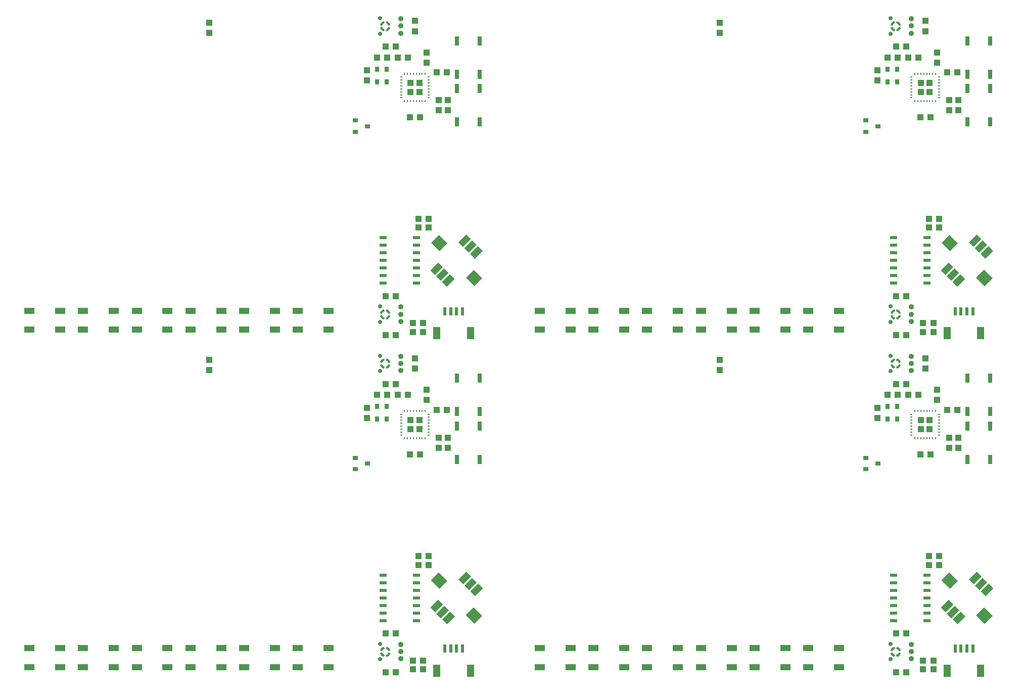
<source format=gtp>
G75*
%MOIN*%
%OFA0B0*%
%FSLAX25Y25*%
%IPPOS*%
%LPD*%
%AMOC8*
5,1,8,0,0,1.08239X$1,22.5*
%
%ADD10R,0.03000X0.06000*%
%ADD11C,0.00118*%
%ADD12C,0.02756*%
%ADD13C,0.03543*%
%ADD14R,0.07283X0.04331*%
%ADD15R,0.07480X0.07874*%
%ADD16R,0.04724X0.07874*%
%ADD17R,0.02362X0.05315*%
%ADD18R,0.00591X0.01378*%
%ADD19R,0.01378X0.00591*%
%ADD20R,0.03937X0.03937*%
%ADD21R,0.04331X0.03937*%
%ADD22R,0.03937X0.04331*%
%ADD23R,0.04724X0.02362*%
%ADD24R,0.06500X0.03937*%
%ADD25R,0.02559X0.03543*%
%ADD26R,0.03543X0.03150*%
D10*
X0350330Y0179193D03*
X0365330Y0179193D03*
X0365330Y0201193D03*
X0350330Y0201193D03*
X0350330Y0210689D03*
X0365330Y0210689D03*
X0365330Y0232689D03*
X0350330Y0232689D03*
X0350330Y0401665D03*
X0365330Y0401665D03*
X0365330Y0423665D03*
X0350330Y0423665D03*
X0350330Y0433161D03*
X0365330Y0433161D03*
X0365330Y0455161D03*
X0350330Y0455161D03*
X0686976Y0455161D03*
X0701976Y0455161D03*
X0701976Y0433161D03*
X0701976Y0423665D03*
X0686976Y0423665D03*
X0686976Y0433161D03*
X0686976Y0401665D03*
X0701976Y0401665D03*
X0701976Y0232689D03*
X0686976Y0232689D03*
X0686976Y0210689D03*
X0686976Y0201193D03*
X0701976Y0201193D03*
X0701976Y0210689D03*
X0701976Y0179193D03*
X0686976Y0179193D03*
D11*
X0638420Y0245605D02*
X0638727Y0244587D01*
X0638726Y0244587D02*
X0638636Y0244555D01*
X0638546Y0244520D01*
X0638458Y0244481D01*
X0638372Y0244438D01*
X0638288Y0244391D01*
X0638206Y0244342D01*
X0638126Y0244288D01*
X0638048Y0244232D01*
X0637972Y0244173D01*
X0637899Y0244110D01*
X0637829Y0244044D01*
X0637761Y0243976D01*
X0637696Y0243905D01*
X0637634Y0243831D01*
X0637576Y0243755D01*
X0637520Y0243677D01*
X0637468Y0243596D01*
X0637419Y0243513D01*
X0637373Y0243429D01*
X0637331Y0243342D01*
X0637293Y0243254D01*
X0637258Y0243164D01*
X0637227Y0243073D01*
X0636207Y0243369D01*
X0636206Y0243370D01*
X0636241Y0243477D01*
X0636280Y0243583D01*
X0636322Y0243688D01*
X0636368Y0243791D01*
X0636417Y0243892D01*
X0636469Y0243992D01*
X0636525Y0244090D01*
X0636583Y0244186D01*
X0636645Y0244281D01*
X0636710Y0244373D01*
X0636778Y0244463D01*
X0636849Y0244550D01*
X0636923Y0244635D01*
X0637000Y0244718D01*
X0637079Y0244798D01*
X0637161Y0244876D01*
X0637245Y0244950D01*
X0637332Y0245022D01*
X0637422Y0245091D01*
X0637513Y0245157D01*
X0637607Y0245220D01*
X0637702Y0245280D01*
X0637800Y0245336D01*
X0637899Y0245390D01*
X0638000Y0245440D01*
X0638103Y0245486D01*
X0638207Y0245529D01*
X0638312Y0245569D01*
X0638419Y0245605D01*
X0638451Y0245499D01*
X0638344Y0245463D01*
X0638239Y0245423D01*
X0638135Y0245379D01*
X0638032Y0245332D01*
X0637931Y0245281D01*
X0637832Y0245227D01*
X0637735Y0245170D01*
X0637640Y0245109D01*
X0637547Y0245045D01*
X0637456Y0244978D01*
X0637368Y0244908D01*
X0637282Y0244835D01*
X0637199Y0244759D01*
X0637118Y0244680D01*
X0637040Y0244599D01*
X0636965Y0244515D01*
X0636893Y0244428D01*
X0636823Y0244339D01*
X0636757Y0244247D01*
X0636694Y0244154D01*
X0636635Y0244058D01*
X0636578Y0243960D01*
X0636525Y0243861D01*
X0636476Y0243759D01*
X0636430Y0243656D01*
X0636387Y0243552D01*
X0636348Y0243446D01*
X0636313Y0243339D01*
X0636419Y0243308D01*
X0636454Y0243411D01*
X0636491Y0243513D01*
X0636532Y0243614D01*
X0636577Y0243714D01*
X0636625Y0243811D01*
X0636676Y0243908D01*
X0636730Y0244002D01*
X0636788Y0244094D01*
X0636849Y0244185D01*
X0636913Y0244273D01*
X0636979Y0244359D01*
X0637049Y0244442D01*
X0637122Y0244524D01*
X0637197Y0244602D01*
X0637275Y0244678D01*
X0637355Y0244752D01*
X0637438Y0244822D01*
X0637523Y0244890D01*
X0637611Y0244955D01*
X0637701Y0245016D01*
X0637793Y0245075D01*
X0637886Y0245130D01*
X0637982Y0245182D01*
X0638079Y0245231D01*
X0638178Y0245277D01*
X0638278Y0245319D01*
X0638380Y0245358D01*
X0638483Y0245393D01*
X0638515Y0245286D01*
X0638412Y0245251D01*
X0638311Y0245212D01*
X0638211Y0245170D01*
X0638112Y0245124D01*
X0638015Y0245074D01*
X0637920Y0245022D01*
X0637827Y0244965D01*
X0637736Y0244906D01*
X0637647Y0244843D01*
X0637560Y0244778D01*
X0637475Y0244709D01*
X0637394Y0244637D01*
X0637314Y0244563D01*
X0637238Y0244485D01*
X0637164Y0244405D01*
X0637093Y0244323D01*
X0637025Y0244238D01*
X0636960Y0244150D01*
X0636899Y0244061D01*
X0636840Y0243969D01*
X0636785Y0243875D01*
X0636733Y0243779D01*
X0636685Y0243682D01*
X0636640Y0243583D01*
X0636598Y0243482D01*
X0636560Y0243380D01*
X0636526Y0243277D01*
X0636633Y0243246D01*
X0636667Y0243349D01*
X0636705Y0243451D01*
X0636747Y0243551D01*
X0636792Y0243650D01*
X0636841Y0243747D01*
X0636894Y0243842D01*
X0636950Y0243936D01*
X0637010Y0244027D01*
X0637072Y0244116D01*
X0637138Y0244202D01*
X0637207Y0244286D01*
X0637280Y0244367D01*
X0637355Y0244446D01*
X0637433Y0244522D01*
X0637513Y0244595D01*
X0637597Y0244665D01*
X0637682Y0244732D01*
X0637770Y0244795D01*
X0637861Y0244856D01*
X0637954Y0244913D01*
X0638048Y0244966D01*
X0638145Y0245016D01*
X0638243Y0245063D01*
X0638343Y0245106D01*
X0638445Y0245145D01*
X0638547Y0245180D01*
X0638579Y0245074D01*
X0638481Y0245040D01*
X0638383Y0245002D01*
X0638287Y0244961D01*
X0638193Y0244916D01*
X0638100Y0244868D01*
X0638009Y0244817D01*
X0637920Y0244762D01*
X0637833Y0244704D01*
X0637748Y0244643D01*
X0637666Y0244578D01*
X0637586Y0244511D01*
X0637508Y0244441D01*
X0637434Y0244368D01*
X0637361Y0244292D01*
X0637292Y0244214D01*
X0637226Y0244133D01*
X0637162Y0244050D01*
X0637102Y0243965D01*
X0637045Y0243878D01*
X0636991Y0243788D01*
X0636940Y0243697D01*
X0636893Y0243603D01*
X0636849Y0243508D01*
X0636809Y0243412D01*
X0636772Y0243314D01*
X0636739Y0243215D01*
X0636846Y0243184D01*
X0636879Y0243283D01*
X0636916Y0243380D01*
X0636957Y0243476D01*
X0637001Y0243571D01*
X0637048Y0243664D01*
X0637100Y0243754D01*
X0637154Y0243843D01*
X0637212Y0243930D01*
X0637274Y0244014D01*
X0637338Y0244096D01*
X0637406Y0244176D01*
X0637476Y0244253D01*
X0637549Y0244327D01*
X0637626Y0244398D01*
X0637704Y0244466D01*
X0637786Y0244531D01*
X0637869Y0244594D01*
X0637956Y0244652D01*
X0638044Y0244708D01*
X0638134Y0244760D01*
X0638226Y0244809D01*
X0638320Y0244854D01*
X0638416Y0244896D01*
X0638513Y0244933D01*
X0638612Y0244968D01*
X0638644Y0244861D01*
X0638549Y0244829D01*
X0638456Y0244792D01*
X0638365Y0244752D01*
X0638275Y0244709D01*
X0638186Y0244662D01*
X0638100Y0244612D01*
X0638016Y0244559D01*
X0637933Y0244503D01*
X0637853Y0244443D01*
X0637775Y0244381D01*
X0637700Y0244315D01*
X0637627Y0244247D01*
X0637557Y0244176D01*
X0637489Y0244102D01*
X0637424Y0244026D01*
X0637363Y0243948D01*
X0637304Y0243867D01*
X0637248Y0243784D01*
X0637196Y0243699D01*
X0637147Y0243612D01*
X0637101Y0243523D01*
X0637059Y0243433D01*
X0637020Y0243341D01*
X0636984Y0243248D01*
X0636953Y0243153D01*
X0637059Y0243122D01*
X0637091Y0243216D01*
X0637127Y0243309D01*
X0637166Y0243400D01*
X0637208Y0243490D01*
X0637255Y0243578D01*
X0637304Y0243664D01*
X0637358Y0243748D01*
X0637414Y0243830D01*
X0637473Y0243910D01*
X0637536Y0243987D01*
X0637602Y0244062D01*
X0637670Y0244134D01*
X0637742Y0244203D01*
X0637816Y0244269D01*
X0637892Y0244333D01*
X0637971Y0244393D01*
X0638052Y0244450D01*
X0638136Y0244504D01*
X0638222Y0244555D01*
X0638309Y0244602D01*
X0638398Y0244646D01*
X0638489Y0244686D01*
X0638582Y0244722D01*
X0638676Y0244755D01*
X0638708Y0244649D01*
X0638618Y0244617D01*
X0638530Y0244582D01*
X0638443Y0244544D01*
X0638358Y0244502D01*
X0638275Y0244457D01*
X0638193Y0244409D01*
X0638114Y0244358D01*
X0638036Y0244303D01*
X0637961Y0244246D01*
X0637888Y0244185D01*
X0637817Y0244122D01*
X0637749Y0244056D01*
X0637684Y0243987D01*
X0637621Y0243916D01*
X0637561Y0243842D01*
X0637505Y0243766D01*
X0637451Y0243688D01*
X0637400Y0243608D01*
X0637353Y0243526D01*
X0637309Y0243442D01*
X0637268Y0243356D01*
X0637230Y0243269D01*
X0637196Y0243181D01*
X0637166Y0243091D01*
X0640295Y0239269D02*
X0639988Y0240287D01*
X0639989Y0240287D02*
X0640079Y0240319D01*
X0640169Y0240354D01*
X0640257Y0240393D01*
X0640343Y0240436D01*
X0640427Y0240483D01*
X0640509Y0240532D01*
X0640589Y0240586D01*
X0640667Y0240642D01*
X0640743Y0240701D01*
X0640816Y0240764D01*
X0640886Y0240830D01*
X0640954Y0240898D01*
X0641019Y0240969D01*
X0641081Y0241043D01*
X0641139Y0241119D01*
X0641195Y0241197D01*
X0641247Y0241278D01*
X0641296Y0241361D01*
X0641342Y0241445D01*
X0641384Y0241532D01*
X0641422Y0241620D01*
X0641457Y0241710D01*
X0641488Y0241801D01*
X0642508Y0241505D01*
X0642509Y0241504D01*
X0642474Y0241397D01*
X0642435Y0241291D01*
X0642393Y0241186D01*
X0642347Y0241083D01*
X0642298Y0240982D01*
X0642246Y0240882D01*
X0642190Y0240784D01*
X0642132Y0240688D01*
X0642070Y0240593D01*
X0642005Y0240501D01*
X0641937Y0240411D01*
X0641866Y0240324D01*
X0641792Y0240239D01*
X0641715Y0240156D01*
X0641636Y0240076D01*
X0641554Y0239998D01*
X0641470Y0239924D01*
X0641383Y0239852D01*
X0641293Y0239783D01*
X0641202Y0239717D01*
X0641108Y0239654D01*
X0641013Y0239594D01*
X0640915Y0239538D01*
X0640816Y0239484D01*
X0640715Y0239434D01*
X0640612Y0239388D01*
X0640508Y0239345D01*
X0640403Y0239305D01*
X0640296Y0239269D01*
X0640264Y0239375D01*
X0640371Y0239411D01*
X0640476Y0239451D01*
X0640580Y0239495D01*
X0640683Y0239542D01*
X0640784Y0239593D01*
X0640883Y0239647D01*
X0640980Y0239704D01*
X0641075Y0239765D01*
X0641168Y0239829D01*
X0641259Y0239896D01*
X0641347Y0239966D01*
X0641433Y0240039D01*
X0641516Y0240115D01*
X0641597Y0240194D01*
X0641675Y0240275D01*
X0641750Y0240359D01*
X0641822Y0240446D01*
X0641892Y0240535D01*
X0641958Y0240627D01*
X0642021Y0240720D01*
X0642080Y0240816D01*
X0642137Y0240914D01*
X0642190Y0241013D01*
X0642239Y0241115D01*
X0642285Y0241218D01*
X0642328Y0241322D01*
X0642367Y0241428D01*
X0642402Y0241535D01*
X0642296Y0241566D01*
X0642261Y0241463D01*
X0642224Y0241361D01*
X0642183Y0241260D01*
X0642138Y0241160D01*
X0642090Y0241063D01*
X0642039Y0240966D01*
X0641985Y0240872D01*
X0641927Y0240780D01*
X0641866Y0240689D01*
X0641802Y0240601D01*
X0641736Y0240515D01*
X0641666Y0240432D01*
X0641593Y0240350D01*
X0641518Y0240272D01*
X0641440Y0240196D01*
X0641360Y0240122D01*
X0641277Y0240052D01*
X0641192Y0239984D01*
X0641104Y0239919D01*
X0641014Y0239858D01*
X0640922Y0239799D01*
X0640829Y0239744D01*
X0640733Y0239692D01*
X0640636Y0239643D01*
X0640537Y0239597D01*
X0640437Y0239555D01*
X0640335Y0239516D01*
X0640232Y0239481D01*
X0640200Y0239588D01*
X0640303Y0239623D01*
X0640404Y0239662D01*
X0640504Y0239704D01*
X0640603Y0239750D01*
X0640700Y0239800D01*
X0640795Y0239852D01*
X0640888Y0239909D01*
X0640979Y0239968D01*
X0641068Y0240031D01*
X0641155Y0240096D01*
X0641240Y0240165D01*
X0641321Y0240237D01*
X0641401Y0240311D01*
X0641477Y0240389D01*
X0641551Y0240469D01*
X0641622Y0240551D01*
X0641690Y0240636D01*
X0641755Y0240724D01*
X0641816Y0240813D01*
X0641875Y0240905D01*
X0641930Y0240999D01*
X0641982Y0241095D01*
X0642030Y0241192D01*
X0642075Y0241291D01*
X0642117Y0241392D01*
X0642155Y0241494D01*
X0642189Y0241597D01*
X0642082Y0241628D01*
X0642048Y0241525D01*
X0642010Y0241423D01*
X0641968Y0241323D01*
X0641923Y0241224D01*
X0641874Y0241127D01*
X0641821Y0241032D01*
X0641765Y0240938D01*
X0641705Y0240847D01*
X0641643Y0240758D01*
X0641577Y0240672D01*
X0641508Y0240588D01*
X0641435Y0240507D01*
X0641360Y0240428D01*
X0641282Y0240352D01*
X0641202Y0240279D01*
X0641118Y0240209D01*
X0641033Y0240142D01*
X0640945Y0240079D01*
X0640854Y0240018D01*
X0640761Y0239961D01*
X0640667Y0239908D01*
X0640570Y0239858D01*
X0640472Y0239811D01*
X0640372Y0239768D01*
X0640270Y0239729D01*
X0640168Y0239694D01*
X0640136Y0239800D01*
X0640234Y0239834D01*
X0640332Y0239872D01*
X0640428Y0239913D01*
X0640522Y0239958D01*
X0640615Y0240006D01*
X0640706Y0240057D01*
X0640795Y0240112D01*
X0640882Y0240170D01*
X0640967Y0240231D01*
X0641049Y0240296D01*
X0641129Y0240363D01*
X0641207Y0240433D01*
X0641281Y0240506D01*
X0641354Y0240582D01*
X0641423Y0240660D01*
X0641489Y0240741D01*
X0641553Y0240824D01*
X0641613Y0240909D01*
X0641670Y0240996D01*
X0641724Y0241086D01*
X0641775Y0241177D01*
X0641822Y0241271D01*
X0641866Y0241366D01*
X0641906Y0241462D01*
X0641943Y0241560D01*
X0641976Y0241659D01*
X0641869Y0241690D01*
X0641836Y0241591D01*
X0641799Y0241494D01*
X0641758Y0241398D01*
X0641714Y0241303D01*
X0641667Y0241210D01*
X0641615Y0241120D01*
X0641561Y0241031D01*
X0641503Y0240944D01*
X0641441Y0240860D01*
X0641377Y0240778D01*
X0641309Y0240698D01*
X0641239Y0240621D01*
X0641166Y0240547D01*
X0641089Y0240476D01*
X0641011Y0240408D01*
X0640929Y0240343D01*
X0640846Y0240280D01*
X0640759Y0240222D01*
X0640671Y0240166D01*
X0640581Y0240114D01*
X0640489Y0240065D01*
X0640395Y0240020D01*
X0640299Y0239978D01*
X0640202Y0239941D01*
X0640103Y0239906D01*
X0640071Y0240013D01*
X0640166Y0240045D01*
X0640259Y0240082D01*
X0640350Y0240122D01*
X0640440Y0240165D01*
X0640529Y0240212D01*
X0640615Y0240262D01*
X0640699Y0240315D01*
X0640782Y0240371D01*
X0640862Y0240431D01*
X0640940Y0240493D01*
X0641015Y0240559D01*
X0641088Y0240627D01*
X0641158Y0240698D01*
X0641226Y0240772D01*
X0641291Y0240848D01*
X0641352Y0240926D01*
X0641411Y0241007D01*
X0641467Y0241090D01*
X0641519Y0241175D01*
X0641568Y0241262D01*
X0641614Y0241351D01*
X0641656Y0241441D01*
X0641695Y0241533D01*
X0641731Y0241626D01*
X0641762Y0241721D01*
X0641656Y0241752D01*
X0641624Y0241658D01*
X0641588Y0241565D01*
X0641549Y0241474D01*
X0641507Y0241384D01*
X0641460Y0241296D01*
X0641411Y0241210D01*
X0641357Y0241126D01*
X0641301Y0241044D01*
X0641242Y0240964D01*
X0641179Y0240887D01*
X0641113Y0240812D01*
X0641045Y0240740D01*
X0640973Y0240671D01*
X0640899Y0240605D01*
X0640823Y0240541D01*
X0640744Y0240481D01*
X0640663Y0240424D01*
X0640579Y0240370D01*
X0640493Y0240319D01*
X0640406Y0240272D01*
X0640317Y0240228D01*
X0640226Y0240188D01*
X0640133Y0240152D01*
X0640039Y0240119D01*
X0640007Y0240225D01*
X0640097Y0240257D01*
X0640185Y0240292D01*
X0640272Y0240330D01*
X0640357Y0240372D01*
X0640440Y0240417D01*
X0640522Y0240465D01*
X0640601Y0240516D01*
X0640679Y0240571D01*
X0640754Y0240628D01*
X0640827Y0240689D01*
X0640898Y0240752D01*
X0640966Y0240818D01*
X0641031Y0240887D01*
X0641094Y0240958D01*
X0641154Y0241032D01*
X0641210Y0241108D01*
X0641264Y0241186D01*
X0641315Y0241266D01*
X0641362Y0241348D01*
X0641406Y0241432D01*
X0641447Y0241518D01*
X0641485Y0241605D01*
X0641519Y0241693D01*
X0641549Y0241783D01*
X0636189Y0241500D02*
X0637207Y0241807D01*
X0637207Y0241806D02*
X0637239Y0241716D01*
X0637274Y0241626D01*
X0637313Y0241538D01*
X0637356Y0241452D01*
X0637403Y0241368D01*
X0637452Y0241286D01*
X0637506Y0241206D01*
X0637562Y0241128D01*
X0637621Y0241052D01*
X0637684Y0240979D01*
X0637750Y0240909D01*
X0637818Y0240841D01*
X0637889Y0240776D01*
X0637963Y0240714D01*
X0638039Y0240656D01*
X0638117Y0240600D01*
X0638198Y0240548D01*
X0638281Y0240499D01*
X0638365Y0240453D01*
X0638452Y0240411D01*
X0638540Y0240373D01*
X0638630Y0240338D01*
X0638721Y0240307D01*
X0638425Y0239287D01*
X0638424Y0239286D01*
X0638317Y0239321D01*
X0638211Y0239360D01*
X0638106Y0239402D01*
X0638003Y0239448D01*
X0637902Y0239497D01*
X0637802Y0239549D01*
X0637704Y0239605D01*
X0637608Y0239663D01*
X0637513Y0239725D01*
X0637421Y0239790D01*
X0637331Y0239858D01*
X0637244Y0239929D01*
X0637159Y0240003D01*
X0637076Y0240080D01*
X0636996Y0240159D01*
X0636918Y0240241D01*
X0636844Y0240325D01*
X0636772Y0240412D01*
X0636703Y0240502D01*
X0636637Y0240593D01*
X0636574Y0240687D01*
X0636514Y0240782D01*
X0636458Y0240880D01*
X0636404Y0240979D01*
X0636354Y0241080D01*
X0636308Y0241183D01*
X0636265Y0241287D01*
X0636225Y0241392D01*
X0636189Y0241499D01*
X0636295Y0241531D01*
X0636331Y0241424D01*
X0636371Y0241319D01*
X0636415Y0241215D01*
X0636462Y0241112D01*
X0636513Y0241011D01*
X0636567Y0240912D01*
X0636624Y0240815D01*
X0636685Y0240720D01*
X0636749Y0240627D01*
X0636816Y0240536D01*
X0636886Y0240448D01*
X0636959Y0240362D01*
X0637035Y0240279D01*
X0637114Y0240198D01*
X0637195Y0240120D01*
X0637279Y0240045D01*
X0637366Y0239973D01*
X0637455Y0239903D01*
X0637547Y0239837D01*
X0637640Y0239774D01*
X0637736Y0239715D01*
X0637834Y0239658D01*
X0637933Y0239605D01*
X0638035Y0239556D01*
X0638138Y0239510D01*
X0638242Y0239467D01*
X0638348Y0239428D01*
X0638455Y0239393D01*
X0638486Y0239499D01*
X0638383Y0239534D01*
X0638281Y0239571D01*
X0638180Y0239612D01*
X0638080Y0239657D01*
X0637983Y0239705D01*
X0637886Y0239756D01*
X0637792Y0239810D01*
X0637700Y0239868D01*
X0637609Y0239929D01*
X0637521Y0239993D01*
X0637435Y0240059D01*
X0637352Y0240129D01*
X0637270Y0240202D01*
X0637192Y0240277D01*
X0637116Y0240355D01*
X0637042Y0240435D01*
X0636972Y0240518D01*
X0636904Y0240603D01*
X0636839Y0240691D01*
X0636778Y0240781D01*
X0636719Y0240873D01*
X0636664Y0240966D01*
X0636612Y0241062D01*
X0636563Y0241159D01*
X0636517Y0241258D01*
X0636475Y0241358D01*
X0636436Y0241460D01*
X0636401Y0241563D01*
X0636508Y0241595D01*
X0636543Y0241492D01*
X0636582Y0241391D01*
X0636624Y0241291D01*
X0636670Y0241192D01*
X0636720Y0241095D01*
X0636772Y0241000D01*
X0636829Y0240907D01*
X0636888Y0240816D01*
X0636951Y0240727D01*
X0637016Y0240640D01*
X0637085Y0240555D01*
X0637157Y0240474D01*
X0637231Y0240394D01*
X0637309Y0240318D01*
X0637389Y0240244D01*
X0637471Y0240173D01*
X0637556Y0240105D01*
X0637644Y0240040D01*
X0637733Y0239979D01*
X0637825Y0239920D01*
X0637919Y0239865D01*
X0638015Y0239813D01*
X0638112Y0239765D01*
X0638211Y0239720D01*
X0638312Y0239678D01*
X0638414Y0239640D01*
X0638517Y0239606D01*
X0638548Y0239713D01*
X0638445Y0239747D01*
X0638343Y0239785D01*
X0638243Y0239827D01*
X0638144Y0239872D01*
X0638047Y0239921D01*
X0637952Y0239974D01*
X0637858Y0240030D01*
X0637767Y0240090D01*
X0637678Y0240152D01*
X0637592Y0240218D01*
X0637508Y0240287D01*
X0637427Y0240360D01*
X0637348Y0240435D01*
X0637272Y0240513D01*
X0637199Y0240593D01*
X0637129Y0240677D01*
X0637062Y0240762D01*
X0636999Y0240850D01*
X0636938Y0240941D01*
X0636881Y0241034D01*
X0636828Y0241128D01*
X0636778Y0241225D01*
X0636731Y0241323D01*
X0636688Y0241423D01*
X0636649Y0241525D01*
X0636614Y0241627D01*
X0636720Y0241659D01*
X0636754Y0241561D01*
X0636792Y0241463D01*
X0636833Y0241367D01*
X0636878Y0241273D01*
X0636926Y0241180D01*
X0636977Y0241089D01*
X0637032Y0241000D01*
X0637090Y0240913D01*
X0637151Y0240828D01*
X0637216Y0240746D01*
X0637283Y0240666D01*
X0637353Y0240588D01*
X0637426Y0240514D01*
X0637502Y0240441D01*
X0637580Y0240372D01*
X0637661Y0240306D01*
X0637744Y0240242D01*
X0637829Y0240182D01*
X0637916Y0240125D01*
X0638006Y0240071D01*
X0638097Y0240020D01*
X0638191Y0239973D01*
X0638286Y0239929D01*
X0638382Y0239889D01*
X0638480Y0239852D01*
X0638579Y0239819D01*
X0638610Y0239926D01*
X0638511Y0239959D01*
X0638414Y0239996D01*
X0638318Y0240037D01*
X0638223Y0240081D01*
X0638130Y0240128D01*
X0638040Y0240180D01*
X0637951Y0240234D01*
X0637864Y0240292D01*
X0637780Y0240354D01*
X0637698Y0240418D01*
X0637618Y0240486D01*
X0637541Y0240556D01*
X0637467Y0240629D01*
X0637396Y0240706D01*
X0637328Y0240784D01*
X0637263Y0240866D01*
X0637200Y0240949D01*
X0637142Y0241036D01*
X0637086Y0241124D01*
X0637034Y0241214D01*
X0636985Y0241306D01*
X0636940Y0241400D01*
X0636898Y0241496D01*
X0636861Y0241593D01*
X0636826Y0241692D01*
X0636933Y0241724D01*
X0636965Y0241629D01*
X0637002Y0241536D01*
X0637042Y0241445D01*
X0637085Y0241355D01*
X0637132Y0241266D01*
X0637182Y0241180D01*
X0637235Y0241096D01*
X0637291Y0241013D01*
X0637351Y0240933D01*
X0637413Y0240855D01*
X0637479Y0240780D01*
X0637547Y0240707D01*
X0637618Y0240637D01*
X0637692Y0240569D01*
X0637768Y0240504D01*
X0637846Y0240443D01*
X0637927Y0240384D01*
X0638010Y0240328D01*
X0638095Y0240276D01*
X0638182Y0240227D01*
X0638271Y0240181D01*
X0638361Y0240139D01*
X0638453Y0240100D01*
X0638546Y0240064D01*
X0638641Y0240033D01*
X0638672Y0240139D01*
X0638578Y0240171D01*
X0638485Y0240207D01*
X0638394Y0240246D01*
X0638304Y0240288D01*
X0638216Y0240335D01*
X0638130Y0240384D01*
X0638046Y0240438D01*
X0637964Y0240494D01*
X0637884Y0240553D01*
X0637807Y0240616D01*
X0637732Y0240682D01*
X0637660Y0240750D01*
X0637591Y0240822D01*
X0637525Y0240896D01*
X0637461Y0240972D01*
X0637401Y0241051D01*
X0637344Y0241132D01*
X0637290Y0241216D01*
X0637239Y0241302D01*
X0637192Y0241389D01*
X0637148Y0241478D01*
X0637108Y0241569D01*
X0637072Y0241662D01*
X0637039Y0241756D01*
X0637145Y0241788D01*
X0637177Y0241698D01*
X0637212Y0241610D01*
X0637250Y0241523D01*
X0637292Y0241438D01*
X0637337Y0241355D01*
X0637385Y0241273D01*
X0637436Y0241194D01*
X0637491Y0241116D01*
X0637548Y0241041D01*
X0637609Y0240968D01*
X0637672Y0240897D01*
X0637738Y0240829D01*
X0637807Y0240764D01*
X0637878Y0240701D01*
X0637952Y0240641D01*
X0638028Y0240585D01*
X0638106Y0240531D01*
X0638186Y0240480D01*
X0638268Y0240433D01*
X0638352Y0240389D01*
X0638438Y0240348D01*
X0638525Y0240310D01*
X0638613Y0240276D01*
X0638703Y0240246D01*
X0642526Y0243374D02*
X0641508Y0243067D01*
X0641508Y0243068D02*
X0641476Y0243158D01*
X0641441Y0243248D01*
X0641402Y0243336D01*
X0641359Y0243422D01*
X0641312Y0243506D01*
X0641263Y0243588D01*
X0641209Y0243668D01*
X0641153Y0243746D01*
X0641094Y0243822D01*
X0641031Y0243895D01*
X0640965Y0243965D01*
X0640897Y0244033D01*
X0640826Y0244098D01*
X0640752Y0244160D01*
X0640676Y0244218D01*
X0640598Y0244274D01*
X0640517Y0244326D01*
X0640434Y0244375D01*
X0640350Y0244421D01*
X0640263Y0244463D01*
X0640175Y0244501D01*
X0640085Y0244536D01*
X0639994Y0244567D01*
X0640290Y0245587D01*
X0640291Y0245588D01*
X0640398Y0245553D01*
X0640504Y0245514D01*
X0640609Y0245472D01*
X0640712Y0245426D01*
X0640813Y0245377D01*
X0640913Y0245325D01*
X0641011Y0245269D01*
X0641107Y0245211D01*
X0641202Y0245149D01*
X0641294Y0245084D01*
X0641384Y0245016D01*
X0641471Y0244945D01*
X0641556Y0244871D01*
X0641639Y0244794D01*
X0641719Y0244715D01*
X0641797Y0244633D01*
X0641871Y0244549D01*
X0641943Y0244462D01*
X0642012Y0244372D01*
X0642078Y0244281D01*
X0642141Y0244187D01*
X0642201Y0244092D01*
X0642257Y0243994D01*
X0642311Y0243895D01*
X0642361Y0243794D01*
X0642407Y0243691D01*
X0642450Y0243587D01*
X0642490Y0243482D01*
X0642526Y0243375D01*
X0642420Y0243343D01*
X0642384Y0243450D01*
X0642344Y0243555D01*
X0642300Y0243659D01*
X0642253Y0243762D01*
X0642202Y0243863D01*
X0642148Y0243962D01*
X0642091Y0244059D01*
X0642030Y0244154D01*
X0641966Y0244247D01*
X0641899Y0244338D01*
X0641829Y0244426D01*
X0641756Y0244512D01*
X0641680Y0244595D01*
X0641601Y0244676D01*
X0641520Y0244754D01*
X0641436Y0244829D01*
X0641349Y0244901D01*
X0641260Y0244971D01*
X0641168Y0245037D01*
X0641075Y0245100D01*
X0640979Y0245159D01*
X0640881Y0245216D01*
X0640782Y0245269D01*
X0640680Y0245318D01*
X0640577Y0245364D01*
X0640473Y0245407D01*
X0640367Y0245446D01*
X0640260Y0245481D01*
X0640229Y0245375D01*
X0640332Y0245340D01*
X0640434Y0245303D01*
X0640535Y0245262D01*
X0640635Y0245217D01*
X0640732Y0245169D01*
X0640829Y0245118D01*
X0640923Y0245064D01*
X0641015Y0245006D01*
X0641106Y0244945D01*
X0641194Y0244881D01*
X0641280Y0244815D01*
X0641363Y0244745D01*
X0641445Y0244672D01*
X0641523Y0244597D01*
X0641599Y0244519D01*
X0641673Y0244439D01*
X0641743Y0244356D01*
X0641811Y0244271D01*
X0641876Y0244183D01*
X0641937Y0244093D01*
X0641996Y0244001D01*
X0642051Y0243908D01*
X0642103Y0243812D01*
X0642152Y0243715D01*
X0642198Y0243616D01*
X0642240Y0243516D01*
X0642279Y0243414D01*
X0642314Y0243311D01*
X0642207Y0243279D01*
X0642172Y0243382D01*
X0642133Y0243483D01*
X0642091Y0243583D01*
X0642045Y0243682D01*
X0641995Y0243779D01*
X0641943Y0243874D01*
X0641886Y0243967D01*
X0641827Y0244058D01*
X0641764Y0244147D01*
X0641699Y0244234D01*
X0641630Y0244319D01*
X0641558Y0244400D01*
X0641484Y0244480D01*
X0641406Y0244556D01*
X0641326Y0244630D01*
X0641244Y0244701D01*
X0641159Y0244769D01*
X0641071Y0244834D01*
X0640982Y0244895D01*
X0640890Y0244954D01*
X0640796Y0245009D01*
X0640700Y0245061D01*
X0640603Y0245109D01*
X0640504Y0245154D01*
X0640403Y0245196D01*
X0640301Y0245234D01*
X0640198Y0245268D01*
X0640167Y0245161D01*
X0640270Y0245127D01*
X0640372Y0245089D01*
X0640472Y0245047D01*
X0640571Y0245002D01*
X0640668Y0244953D01*
X0640763Y0244900D01*
X0640857Y0244844D01*
X0640948Y0244784D01*
X0641037Y0244722D01*
X0641123Y0244656D01*
X0641207Y0244587D01*
X0641288Y0244514D01*
X0641367Y0244439D01*
X0641443Y0244361D01*
X0641516Y0244281D01*
X0641586Y0244197D01*
X0641653Y0244112D01*
X0641716Y0244024D01*
X0641777Y0243933D01*
X0641834Y0243840D01*
X0641887Y0243746D01*
X0641937Y0243649D01*
X0641984Y0243551D01*
X0642027Y0243451D01*
X0642066Y0243349D01*
X0642101Y0243247D01*
X0641995Y0243215D01*
X0641961Y0243313D01*
X0641923Y0243411D01*
X0641882Y0243507D01*
X0641837Y0243601D01*
X0641789Y0243694D01*
X0641738Y0243785D01*
X0641683Y0243874D01*
X0641625Y0243961D01*
X0641564Y0244046D01*
X0641499Y0244128D01*
X0641432Y0244208D01*
X0641362Y0244286D01*
X0641289Y0244360D01*
X0641213Y0244433D01*
X0641135Y0244502D01*
X0641054Y0244568D01*
X0640971Y0244632D01*
X0640886Y0244692D01*
X0640799Y0244749D01*
X0640709Y0244803D01*
X0640618Y0244854D01*
X0640524Y0244901D01*
X0640429Y0244945D01*
X0640333Y0244985D01*
X0640235Y0245022D01*
X0640136Y0245055D01*
X0640105Y0244948D01*
X0640204Y0244915D01*
X0640301Y0244878D01*
X0640397Y0244837D01*
X0640492Y0244793D01*
X0640585Y0244746D01*
X0640675Y0244694D01*
X0640764Y0244640D01*
X0640851Y0244582D01*
X0640935Y0244520D01*
X0641017Y0244456D01*
X0641097Y0244388D01*
X0641174Y0244318D01*
X0641248Y0244245D01*
X0641319Y0244168D01*
X0641387Y0244090D01*
X0641452Y0244008D01*
X0641515Y0243925D01*
X0641573Y0243838D01*
X0641629Y0243750D01*
X0641681Y0243660D01*
X0641730Y0243568D01*
X0641775Y0243474D01*
X0641817Y0243378D01*
X0641854Y0243281D01*
X0641889Y0243182D01*
X0641782Y0243150D01*
X0641750Y0243245D01*
X0641713Y0243338D01*
X0641673Y0243429D01*
X0641630Y0243519D01*
X0641583Y0243608D01*
X0641533Y0243694D01*
X0641480Y0243778D01*
X0641424Y0243861D01*
X0641364Y0243941D01*
X0641302Y0244019D01*
X0641236Y0244094D01*
X0641168Y0244167D01*
X0641097Y0244237D01*
X0641023Y0244305D01*
X0640947Y0244370D01*
X0640869Y0244431D01*
X0640788Y0244490D01*
X0640705Y0244546D01*
X0640620Y0244598D01*
X0640533Y0244647D01*
X0640444Y0244693D01*
X0640354Y0244735D01*
X0640262Y0244774D01*
X0640169Y0244810D01*
X0640074Y0244841D01*
X0640043Y0244735D01*
X0640137Y0244703D01*
X0640230Y0244667D01*
X0640321Y0244628D01*
X0640411Y0244586D01*
X0640499Y0244539D01*
X0640585Y0244490D01*
X0640669Y0244436D01*
X0640751Y0244380D01*
X0640831Y0244321D01*
X0640908Y0244258D01*
X0640983Y0244192D01*
X0641055Y0244124D01*
X0641124Y0244052D01*
X0641190Y0243978D01*
X0641254Y0243902D01*
X0641314Y0243823D01*
X0641371Y0243742D01*
X0641425Y0243658D01*
X0641476Y0243572D01*
X0641523Y0243485D01*
X0641567Y0243396D01*
X0641607Y0243305D01*
X0641643Y0243212D01*
X0641676Y0243118D01*
X0641570Y0243086D01*
X0641538Y0243176D01*
X0641503Y0243264D01*
X0641465Y0243351D01*
X0641423Y0243436D01*
X0641378Y0243519D01*
X0641330Y0243601D01*
X0641279Y0243680D01*
X0641224Y0243758D01*
X0641167Y0243833D01*
X0641106Y0243906D01*
X0641043Y0243977D01*
X0640977Y0244045D01*
X0640908Y0244110D01*
X0640837Y0244173D01*
X0640763Y0244233D01*
X0640687Y0244289D01*
X0640609Y0244343D01*
X0640529Y0244394D01*
X0640447Y0244441D01*
X0640363Y0244485D01*
X0640277Y0244526D01*
X0640190Y0244564D01*
X0640102Y0244598D01*
X0640012Y0244628D01*
X0642526Y0275807D02*
X0641508Y0275500D01*
X0641508Y0275501D02*
X0641476Y0275591D01*
X0641441Y0275681D01*
X0641402Y0275769D01*
X0641359Y0275855D01*
X0641312Y0275939D01*
X0641263Y0276021D01*
X0641209Y0276101D01*
X0641153Y0276179D01*
X0641094Y0276255D01*
X0641031Y0276328D01*
X0640965Y0276398D01*
X0640897Y0276466D01*
X0640826Y0276531D01*
X0640752Y0276593D01*
X0640676Y0276651D01*
X0640598Y0276707D01*
X0640517Y0276759D01*
X0640434Y0276808D01*
X0640350Y0276854D01*
X0640263Y0276896D01*
X0640175Y0276934D01*
X0640085Y0276969D01*
X0639994Y0277000D01*
X0640290Y0278020D01*
X0640291Y0278021D01*
X0640398Y0277986D01*
X0640504Y0277947D01*
X0640609Y0277905D01*
X0640712Y0277859D01*
X0640813Y0277810D01*
X0640913Y0277758D01*
X0641011Y0277702D01*
X0641107Y0277644D01*
X0641202Y0277582D01*
X0641294Y0277517D01*
X0641384Y0277449D01*
X0641471Y0277378D01*
X0641556Y0277304D01*
X0641639Y0277227D01*
X0641719Y0277148D01*
X0641797Y0277066D01*
X0641871Y0276982D01*
X0641943Y0276895D01*
X0642012Y0276805D01*
X0642078Y0276714D01*
X0642141Y0276620D01*
X0642201Y0276525D01*
X0642257Y0276427D01*
X0642311Y0276328D01*
X0642361Y0276227D01*
X0642407Y0276124D01*
X0642450Y0276020D01*
X0642490Y0275915D01*
X0642526Y0275808D01*
X0642420Y0275776D01*
X0642384Y0275883D01*
X0642344Y0275988D01*
X0642300Y0276092D01*
X0642253Y0276195D01*
X0642202Y0276296D01*
X0642148Y0276395D01*
X0642091Y0276492D01*
X0642030Y0276587D01*
X0641966Y0276680D01*
X0641899Y0276771D01*
X0641829Y0276859D01*
X0641756Y0276945D01*
X0641680Y0277028D01*
X0641601Y0277109D01*
X0641520Y0277187D01*
X0641436Y0277262D01*
X0641349Y0277334D01*
X0641260Y0277404D01*
X0641168Y0277470D01*
X0641075Y0277533D01*
X0640979Y0277592D01*
X0640881Y0277649D01*
X0640782Y0277702D01*
X0640680Y0277751D01*
X0640577Y0277797D01*
X0640473Y0277840D01*
X0640367Y0277879D01*
X0640260Y0277914D01*
X0640229Y0277808D01*
X0640332Y0277773D01*
X0640434Y0277736D01*
X0640535Y0277695D01*
X0640635Y0277650D01*
X0640732Y0277602D01*
X0640829Y0277551D01*
X0640923Y0277497D01*
X0641015Y0277439D01*
X0641106Y0277378D01*
X0641194Y0277314D01*
X0641280Y0277248D01*
X0641363Y0277178D01*
X0641445Y0277105D01*
X0641523Y0277030D01*
X0641599Y0276952D01*
X0641673Y0276872D01*
X0641743Y0276789D01*
X0641811Y0276704D01*
X0641876Y0276616D01*
X0641937Y0276526D01*
X0641996Y0276434D01*
X0642051Y0276341D01*
X0642103Y0276245D01*
X0642152Y0276148D01*
X0642198Y0276049D01*
X0642240Y0275949D01*
X0642279Y0275847D01*
X0642314Y0275744D01*
X0642207Y0275712D01*
X0642172Y0275815D01*
X0642133Y0275916D01*
X0642091Y0276016D01*
X0642045Y0276115D01*
X0641995Y0276212D01*
X0641943Y0276307D01*
X0641886Y0276400D01*
X0641827Y0276491D01*
X0641764Y0276580D01*
X0641699Y0276667D01*
X0641630Y0276752D01*
X0641558Y0276833D01*
X0641484Y0276913D01*
X0641406Y0276989D01*
X0641326Y0277063D01*
X0641244Y0277134D01*
X0641159Y0277202D01*
X0641071Y0277267D01*
X0640982Y0277328D01*
X0640890Y0277387D01*
X0640796Y0277442D01*
X0640700Y0277494D01*
X0640603Y0277542D01*
X0640504Y0277587D01*
X0640403Y0277629D01*
X0640301Y0277667D01*
X0640198Y0277701D01*
X0640167Y0277594D01*
X0640270Y0277560D01*
X0640372Y0277522D01*
X0640472Y0277480D01*
X0640571Y0277435D01*
X0640668Y0277386D01*
X0640763Y0277333D01*
X0640857Y0277277D01*
X0640948Y0277217D01*
X0641037Y0277155D01*
X0641123Y0277089D01*
X0641207Y0277020D01*
X0641288Y0276947D01*
X0641367Y0276872D01*
X0641443Y0276794D01*
X0641516Y0276714D01*
X0641586Y0276630D01*
X0641653Y0276545D01*
X0641716Y0276457D01*
X0641777Y0276366D01*
X0641834Y0276273D01*
X0641887Y0276179D01*
X0641937Y0276082D01*
X0641984Y0275984D01*
X0642027Y0275884D01*
X0642066Y0275782D01*
X0642101Y0275680D01*
X0641995Y0275648D01*
X0641961Y0275746D01*
X0641923Y0275844D01*
X0641882Y0275940D01*
X0641837Y0276034D01*
X0641789Y0276127D01*
X0641738Y0276218D01*
X0641683Y0276307D01*
X0641625Y0276394D01*
X0641564Y0276479D01*
X0641499Y0276561D01*
X0641432Y0276641D01*
X0641362Y0276719D01*
X0641289Y0276793D01*
X0641213Y0276866D01*
X0641135Y0276935D01*
X0641054Y0277001D01*
X0640971Y0277065D01*
X0640886Y0277125D01*
X0640799Y0277182D01*
X0640709Y0277236D01*
X0640618Y0277287D01*
X0640524Y0277334D01*
X0640429Y0277378D01*
X0640333Y0277418D01*
X0640235Y0277455D01*
X0640136Y0277488D01*
X0640105Y0277381D01*
X0640204Y0277348D01*
X0640301Y0277311D01*
X0640397Y0277270D01*
X0640492Y0277226D01*
X0640585Y0277179D01*
X0640675Y0277127D01*
X0640764Y0277073D01*
X0640851Y0277015D01*
X0640935Y0276953D01*
X0641017Y0276889D01*
X0641097Y0276821D01*
X0641174Y0276751D01*
X0641248Y0276678D01*
X0641319Y0276601D01*
X0641387Y0276523D01*
X0641452Y0276441D01*
X0641515Y0276358D01*
X0641573Y0276271D01*
X0641629Y0276183D01*
X0641681Y0276093D01*
X0641730Y0276001D01*
X0641775Y0275907D01*
X0641817Y0275811D01*
X0641854Y0275714D01*
X0641889Y0275615D01*
X0641782Y0275583D01*
X0641750Y0275678D01*
X0641713Y0275771D01*
X0641673Y0275862D01*
X0641630Y0275952D01*
X0641583Y0276041D01*
X0641533Y0276127D01*
X0641480Y0276211D01*
X0641424Y0276294D01*
X0641364Y0276374D01*
X0641302Y0276452D01*
X0641236Y0276527D01*
X0641168Y0276600D01*
X0641097Y0276670D01*
X0641023Y0276738D01*
X0640947Y0276803D01*
X0640869Y0276864D01*
X0640788Y0276923D01*
X0640705Y0276979D01*
X0640620Y0277031D01*
X0640533Y0277080D01*
X0640444Y0277126D01*
X0640354Y0277168D01*
X0640262Y0277207D01*
X0640169Y0277243D01*
X0640074Y0277274D01*
X0640043Y0277168D01*
X0640137Y0277136D01*
X0640230Y0277100D01*
X0640321Y0277061D01*
X0640411Y0277019D01*
X0640499Y0276972D01*
X0640585Y0276923D01*
X0640669Y0276869D01*
X0640751Y0276813D01*
X0640831Y0276754D01*
X0640908Y0276691D01*
X0640983Y0276625D01*
X0641055Y0276557D01*
X0641124Y0276485D01*
X0641190Y0276411D01*
X0641254Y0276335D01*
X0641314Y0276256D01*
X0641371Y0276175D01*
X0641425Y0276091D01*
X0641476Y0276005D01*
X0641523Y0275918D01*
X0641567Y0275829D01*
X0641607Y0275738D01*
X0641643Y0275645D01*
X0641676Y0275551D01*
X0641570Y0275519D01*
X0641538Y0275609D01*
X0641503Y0275697D01*
X0641465Y0275784D01*
X0641423Y0275869D01*
X0641378Y0275952D01*
X0641330Y0276034D01*
X0641279Y0276113D01*
X0641224Y0276191D01*
X0641167Y0276266D01*
X0641106Y0276339D01*
X0641043Y0276410D01*
X0640977Y0276478D01*
X0640908Y0276543D01*
X0640837Y0276606D01*
X0640763Y0276666D01*
X0640687Y0276722D01*
X0640609Y0276776D01*
X0640529Y0276827D01*
X0640447Y0276874D01*
X0640363Y0276918D01*
X0640277Y0276959D01*
X0640190Y0276997D01*
X0640102Y0277031D01*
X0640012Y0277061D01*
X0636189Y0273933D02*
X0637207Y0274240D01*
X0637207Y0274239D02*
X0637239Y0274149D01*
X0637274Y0274059D01*
X0637313Y0273971D01*
X0637356Y0273885D01*
X0637403Y0273801D01*
X0637452Y0273719D01*
X0637506Y0273639D01*
X0637562Y0273561D01*
X0637621Y0273485D01*
X0637684Y0273412D01*
X0637750Y0273342D01*
X0637818Y0273274D01*
X0637889Y0273209D01*
X0637963Y0273147D01*
X0638039Y0273089D01*
X0638117Y0273033D01*
X0638198Y0272981D01*
X0638281Y0272932D01*
X0638365Y0272886D01*
X0638452Y0272844D01*
X0638540Y0272806D01*
X0638630Y0272771D01*
X0638721Y0272740D01*
X0638425Y0271720D01*
X0638424Y0271719D01*
X0638317Y0271754D01*
X0638211Y0271793D01*
X0638106Y0271835D01*
X0638003Y0271881D01*
X0637902Y0271930D01*
X0637802Y0271982D01*
X0637704Y0272038D01*
X0637608Y0272096D01*
X0637513Y0272158D01*
X0637421Y0272223D01*
X0637331Y0272291D01*
X0637244Y0272362D01*
X0637159Y0272436D01*
X0637076Y0272513D01*
X0636996Y0272592D01*
X0636918Y0272674D01*
X0636844Y0272758D01*
X0636772Y0272845D01*
X0636703Y0272935D01*
X0636637Y0273026D01*
X0636574Y0273120D01*
X0636514Y0273215D01*
X0636458Y0273313D01*
X0636404Y0273412D01*
X0636354Y0273513D01*
X0636308Y0273616D01*
X0636265Y0273720D01*
X0636225Y0273825D01*
X0636189Y0273932D01*
X0636295Y0273964D01*
X0636331Y0273857D01*
X0636371Y0273752D01*
X0636415Y0273648D01*
X0636462Y0273545D01*
X0636513Y0273444D01*
X0636567Y0273345D01*
X0636624Y0273248D01*
X0636685Y0273153D01*
X0636749Y0273060D01*
X0636816Y0272969D01*
X0636886Y0272881D01*
X0636959Y0272795D01*
X0637035Y0272712D01*
X0637114Y0272631D01*
X0637195Y0272553D01*
X0637279Y0272478D01*
X0637366Y0272406D01*
X0637455Y0272336D01*
X0637547Y0272270D01*
X0637640Y0272207D01*
X0637736Y0272148D01*
X0637834Y0272091D01*
X0637933Y0272038D01*
X0638035Y0271989D01*
X0638138Y0271943D01*
X0638242Y0271900D01*
X0638348Y0271861D01*
X0638455Y0271826D01*
X0638486Y0271932D01*
X0638383Y0271967D01*
X0638281Y0272004D01*
X0638180Y0272045D01*
X0638080Y0272090D01*
X0637983Y0272138D01*
X0637886Y0272189D01*
X0637792Y0272243D01*
X0637700Y0272301D01*
X0637609Y0272362D01*
X0637521Y0272426D01*
X0637435Y0272492D01*
X0637352Y0272562D01*
X0637270Y0272635D01*
X0637192Y0272710D01*
X0637116Y0272788D01*
X0637042Y0272868D01*
X0636972Y0272951D01*
X0636904Y0273036D01*
X0636839Y0273124D01*
X0636778Y0273214D01*
X0636719Y0273306D01*
X0636664Y0273399D01*
X0636612Y0273495D01*
X0636563Y0273592D01*
X0636517Y0273691D01*
X0636475Y0273791D01*
X0636436Y0273893D01*
X0636401Y0273996D01*
X0636508Y0274028D01*
X0636543Y0273925D01*
X0636582Y0273824D01*
X0636624Y0273724D01*
X0636670Y0273625D01*
X0636720Y0273528D01*
X0636772Y0273433D01*
X0636829Y0273340D01*
X0636888Y0273249D01*
X0636951Y0273160D01*
X0637016Y0273073D01*
X0637085Y0272988D01*
X0637157Y0272907D01*
X0637231Y0272827D01*
X0637309Y0272751D01*
X0637389Y0272677D01*
X0637471Y0272606D01*
X0637556Y0272538D01*
X0637644Y0272473D01*
X0637733Y0272412D01*
X0637825Y0272353D01*
X0637919Y0272298D01*
X0638015Y0272246D01*
X0638112Y0272198D01*
X0638211Y0272153D01*
X0638312Y0272111D01*
X0638414Y0272073D01*
X0638517Y0272039D01*
X0638548Y0272146D01*
X0638445Y0272180D01*
X0638343Y0272218D01*
X0638243Y0272260D01*
X0638144Y0272305D01*
X0638047Y0272354D01*
X0637952Y0272407D01*
X0637858Y0272463D01*
X0637767Y0272523D01*
X0637678Y0272585D01*
X0637592Y0272651D01*
X0637508Y0272720D01*
X0637427Y0272793D01*
X0637348Y0272868D01*
X0637272Y0272946D01*
X0637199Y0273026D01*
X0637129Y0273110D01*
X0637062Y0273195D01*
X0636999Y0273283D01*
X0636938Y0273374D01*
X0636881Y0273467D01*
X0636828Y0273561D01*
X0636778Y0273658D01*
X0636731Y0273756D01*
X0636688Y0273856D01*
X0636649Y0273958D01*
X0636614Y0274060D01*
X0636720Y0274092D01*
X0636754Y0273994D01*
X0636792Y0273896D01*
X0636833Y0273800D01*
X0636878Y0273706D01*
X0636926Y0273613D01*
X0636977Y0273522D01*
X0637032Y0273433D01*
X0637090Y0273346D01*
X0637151Y0273261D01*
X0637216Y0273179D01*
X0637283Y0273099D01*
X0637353Y0273021D01*
X0637426Y0272947D01*
X0637502Y0272874D01*
X0637580Y0272805D01*
X0637661Y0272739D01*
X0637744Y0272675D01*
X0637829Y0272615D01*
X0637916Y0272558D01*
X0638006Y0272504D01*
X0638097Y0272453D01*
X0638191Y0272406D01*
X0638286Y0272362D01*
X0638382Y0272322D01*
X0638480Y0272285D01*
X0638579Y0272252D01*
X0638610Y0272359D01*
X0638511Y0272392D01*
X0638414Y0272429D01*
X0638318Y0272470D01*
X0638223Y0272514D01*
X0638130Y0272561D01*
X0638040Y0272613D01*
X0637951Y0272667D01*
X0637864Y0272725D01*
X0637780Y0272787D01*
X0637698Y0272851D01*
X0637618Y0272919D01*
X0637541Y0272989D01*
X0637467Y0273062D01*
X0637396Y0273139D01*
X0637328Y0273217D01*
X0637263Y0273299D01*
X0637200Y0273382D01*
X0637142Y0273469D01*
X0637086Y0273557D01*
X0637034Y0273647D01*
X0636985Y0273739D01*
X0636940Y0273833D01*
X0636898Y0273929D01*
X0636861Y0274026D01*
X0636826Y0274125D01*
X0636933Y0274157D01*
X0636965Y0274062D01*
X0637002Y0273969D01*
X0637042Y0273878D01*
X0637085Y0273788D01*
X0637132Y0273699D01*
X0637182Y0273613D01*
X0637235Y0273529D01*
X0637291Y0273446D01*
X0637351Y0273366D01*
X0637413Y0273288D01*
X0637479Y0273213D01*
X0637547Y0273140D01*
X0637618Y0273070D01*
X0637692Y0273002D01*
X0637768Y0272937D01*
X0637846Y0272876D01*
X0637927Y0272817D01*
X0638010Y0272761D01*
X0638095Y0272709D01*
X0638182Y0272660D01*
X0638271Y0272614D01*
X0638361Y0272572D01*
X0638453Y0272533D01*
X0638546Y0272497D01*
X0638641Y0272466D01*
X0638672Y0272572D01*
X0638578Y0272604D01*
X0638485Y0272640D01*
X0638394Y0272679D01*
X0638304Y0272721D01*
X0638216Y0272768D01*
X0638130Y0272817D01*
X0638046Y0272871D01*
X0637964Y0272927D01*
X0637884Y0272986D01*
X0637807Y0273049D01*
X0637732Y0273115D01*
X0637660Y0273183D01*
X0637591Y0273255D01*
X0637525Y0273329D01*
X0637461Y0273405D01*
X0637401Y0273484D01*
X0637344Y0273565D01*
X0637290Y0273649D01*
X0637239Y0273735D01*
X0637192Y0273822D01*
X0637148Y0273911D01*
X0637108Y0274002D01*
X0637072Y0274095D01*
X0637039Y0274189D01*
X0637145Y0274221D01*
X0637177Y0274131D01*
X0637212Y0274043D01*
X0637250Y0273956D01*
X0637292Y0273871D01*
X0637337Y0273788D01*
X0637385Y0273706D01*
X0637436Y0273627D01*
X0637491Y0273549D01*
X0637548Y0273474D01*
X0637609Y0273401D01*
X0637672Y0273330D01*
X0637738Y0273262D01*
X0637807Y0273197D01*
X0637878Y0273134D01*
X0637952Y0273074D01*
X0638028Y0273018D01*
X0638106Y0272964D01*
X0638186Y0272913D01*
X0638268Y0272866D01*
X0638352Y0272822D01*
X0638438Y0272781D01*
X0638525Y0272743D01*
X0638613Y0272709D01*
X0638703Y0272679D01*
X0638420Y0278038D02*
X0638727Y0277020D01*
X0638726Y0277020D02*
X0638636Y0276988D01*
X0638546Y0276953D01*
X0638458Y0276914D01*
X0638372Y0276871D01*
X0638288Y0276824D01*
X0638206Y0276775D01*
X0638126Y0276721D01*
X0638048Y0276665D01*
X0637972Y0276606D01*
X0637899Y0276543D01*
X0637829Y0276477D01*
X0637761Y0276409D01*
X0637696Y0276338D01*
X0637634Y0276264D01*
X0637576Y0276188D01*
X0637520Y0276110D01*
X0637468Y0276029D01*
X0637419Y0275946D01*
X0637373Y0275862D01*
X0637331Y0275775D01*
X0637293Y0275687D01*
X0637258Y0275597D01*
X0637227Y0275506D01*
X0636207Y0275802D01*
X0636206Y0275803D01*
X0636241Y0275910D01*
X0636280Y0276016D01*
X0636322Y0276121D01*
X0636368Y0276224D01*
X0636417Y0276325D01*
X0636469Y0276425D01*
X0636525Y0276523D01*
X0636583Y0276619D01*
X0636645Y0276714D01*
X0636710Y0276806D01*
X0636778Y0276896D01*
X0636849Y0276983D01*
X0636923Y0277068D01*
X0637000Y0277151D01*
X0637079Y0277231D01*
X0637161Y0277309D01*
X0637245Y0277383D01*
X0637332Y0277455D01*
X0637422Y0277524D01*
X0637513Y0277590D01*
X0637607Y0277653D01*
X0637702Y0277713D01*
X0637800Y0277769D01*
X0637899Y0277823D01*
X0638000Y0277873D01*
X0638103Y0277919D01*
X0638207Y0277962D01*
X0638312Y0278002D01*
X0638419Y0278038D01*
X0638451Y0277932D01*
X0638344Y0277896D01*
X0638239Y0277856D01*
X0638135Y0277812D01*
X0638032Y0277765D01*
X0637931Y0277714D01*
X0637832Y0277660D01*
X0637735Y0277603D01*
X0637640Y0277542D01*
X0637547Y0277478D01*
X0637456Y0277411D01*
X0637368Y0277341D01*
X0637282Y0277268D01*
X0637199Y0277192D01*
X0637118Y0277113D01*
X0637040Y0277032D01*
X0636965Y0276948D01*
X0636893Y0276861D01*
X0636823Y0276772D01*
X0636757Y0276680D01*
X0636694Y0276587D01*
X0636635Y0276491D01*
X0636578Y0276393D01*
X0636525Y0276294D01*
X0636476Y0276192D01*
X0636430Y0276089D01*
X0636387Y0275985D01*
X0636348Y0275879D01*
X0636313Y0275772D01*
X0636419Y0275741D01*
X0636454Y0275844D01*
X0636491Y0275946D01*
X0636532Y0276047D01*
X0636577Y0276147D01*
X0636625Y0276244D01*
X0636676Y0276341D01*
X0636730Y0276435D01*
X0636788Y0276527D01*
X0636849Y0276618D01*
X0636913Y0276706D01*
X0636979Y0276792D01*
X0637049Y0276875D01*
X0637122Y0276957D01*
X0637197Y0277035D01*
X0637275Y0277111D01*
X0637355Y0277185D01*
X0637438Y0277255D01*
X0637523Y0277323D01*
X0637611Y0277388D01*
X0637701Y0277449D01*
X0637793Y0277508D01*
X0637886Y0277563D01*
X0637982Y0277615D01*
X0638079Y0277664D01*
X0638178Y0277710D01*
X0638278Y0277752D01*
X0638380Y0277791D01*
X0638483Y0277826D01*
X0638515Y0277719D01*
X0638412Y0277684D01*
X0638311Y0277645D01*
X0638211Y0277603D01*
X0638112Y0277557D01*
X0638015Y0277507D01*
X0637920Y0277455D01*
X0637827Y0277398D01*
X0637736Y0277339D01*
X0637647Y0277276D01*
X0637560Y0277211D01*
X0637475Y0277142D01*
X0637394Y0277070D01*
X0637314Y0276996D01*
X0637238Y0276918D01*
X0637164Y0276838D01*
X0637093Y0276756D01*
X0637025Y0276671D01*
X0636960Y0276583D01*
X0636899Y0276494D01*
X0636840Y0276402D01*
X0636785Y0276308D01*
X0636733Y0276212D01*
X0636685Y0276115D01*
X0636640Y0276016D01*
X0636598Y0275915D01*
X0636560Y0275813D01*
X0636526Y0275710D01*
X0636633Y0275679D01*
X0636667Y0275782D01*
X0636705Y0275884D01*
X0636747Y0275984D01*
X0636792Y0276083D01*
X0636841Y0276180D01*
X0636894Y0276275D01*
X0636950Y0276369D01*
X0637010Y0276460D01*
X0637072Y0276549D01*
X0637138Y0276635D01*
X0637207Y0276719D01*
X0637280Y0276800D01*
X0637355Y0276879D01*
X0637433Y0276955D01*
X0637513Y0277028D01*
X0637597Y0277098D01*
X0637682Y0277165D01*
X0637770Y0277228D01*
X0637861Y0277289D01*
X0637954Y0277346D01*
X0638048Y0277399D01*
X0638145Y0277449D01*
X0638243Y0277496D01*
X0638343Y0277539D01*
X0638445Y0277578D01*
X0638547Y0277613D01*
X0638579Y0277507D01*
X0638481Y0277473D01*
X0638383Y0277435D01*
X0638287Y0277394D01*
X0638193Y0277349D01*
X0638100Y0277301D01*
X0638009Y0277250D01*
X0637920Y0277195D01*
X0637833Y0277137D01*
X0637748Y0277076D01*
X0637666Y0277011D01*
X0637586Y0276944D01*
X0637508Y0276874D01*
X0637434Y0276801D01*
X0637361Y0276725D01*
X0637292Y0276647D01*
X0637226Y0276566D01*
X0637162Y0276483D01*
X0637102Y0276398D01*
X0637045Y0276311D01*
X0636991Y0276221D01*
X0636940Y0276130D01*
X0636893Y0276036D01*
X0636849Y0275941D01*
X0636809Y0275845D01*
X0636772Y0275747D01*
X0636739Y0275648D01*
X0636846Y0275617D01*
X0636879Y0275716D01*
X0636916Y0275813D01*
X0636957Y0275909D01*
X0637001Y0276004D01*
X0637048Y0276097D01*
X0637100Y0276187D01*
X0637154Y0276276D01*
X0637212Y0276363D01*
X0637274Y0276447D01*
X0637338Y0276529D01*
X0637406Y0276609D01*
X0637476Y0276686D01*
X0637549Y0276760D01*
X0637626Y0276831D01*
X0637704Y0276899D01*
X0637786Y0276964D01*
X0637869Y0277027D01*
X0637956Y0277085D01*
X0638044Y0277141D01*
X0638134Y0277193D01*
X0638226Y0277242D01*
X0638320Y0277287D01*
X0638416Y0277329D01*
X0638513Y0277366D01*
X0638612Y0277401D01*
X0638644Y0277294D01*
X0638549Y0277262D01*
X0638456Y0277225D01*
X0638365Y0277185D01*
X0638275Y0277142D01*
X0638186Y0277095D01*
X0638100Y0277045D01*
X0638016Y0276992D01*
X0637933Y0276936D01*
X0637853Y0276876D01*
X0637775Y0276814D01*
X0637700Y0276748D01*
X0637627Y0276680D01*
X0637557Y0276609D01*
X0637489Y0276535D01*
X0637424Y0276459D01*
X0637363Y0276381D01*
X0637304Y0276300D01*
X0637248Y0276217D01*
X0637196Y0276132D01*
X0637147Y0276045D01*
X0637101Y0275956D01*
X0637059Y0275866D01*
X0637020Y0275774D01*
X0636984Y0275681D01*
X0636953Y0275586D01*
X0637059Y0275555D01*
X0637091Y0275649D01*
X0637127Y0275742D01*
X0637166Y0275833D01*
X0637208Y0275923D01*
X0637255Y0276011D01*
X0637304Y0276097D01*
X0637358Y0276181D01*
X0637414Y0276263D01*
X0637473Y0276343D01*
X0637536Y0276420D01*
X0637602Y0276495D01*
X0637670Y0276567D01*
X0637742Y0276636D01*
X0637816Y0276702D01*
X0637892Y0276766D01*
X0637971Y0276826D01*
X0638052Y0276883D01*
X0638136Y0276937D01*
X0638222Y0276988D01*
X0638309Y0277035D01*
X0638398Y0277079D01*
X0638489Y0277119D01*
X0638582Y0277155D01*
X0638676Y0277188D01*
X0638708Y0277082D01*
X0638618Y0277050D01*
X0638530Y0277015D01*
X0638443Y0276977D01*
X0638358Y0276935D01*
X0638275Y0276890D01*
X0638193Y0276842D01*
X0638114Y0276791D01*
X0638036Y0276736D01*
X0637961Y0276679D01*
X0637888Y0276618D01*
X0637817Y0276555D01*
X0637749Y0276489D01*
X0637684Y0276420D01*
X0637621Y0276349D01*
X0637561Y0276275D01*
X0637505Y0276199D01*
X0637451Y0276121D01*
X0637400Y0276041D01*
X0637353Y0275959D01*
X0637309Y0275875D01*
X0637268Y0275789D01*
X0637230Y0275702D01*
X0637196Y0275614D01*
X0637166Y0275524D01*
X0640295Y0271702D02*
X0639988Y0272720D01*
X0639989Y0272720D02*
X0640079Y0272752D01*
X0640169Y0272787D01*
X0640257Y0272826D01*
X0640343Y0272869D01*
X0640427Y0272916D01*
X0640509Y0272965D01*
X0640589Y0273019D01*
X0640667Y0273075D01*
X0640743Y0273134D01*
X0640816Y0273197D01*
X0640886Y0273263D01*
X0640954Y0273331D01*
X0641019Y0273402D01*
X0641081Y0273476D01*
X0641139Y0273552D01*
X0641195Y0273630D01*
X0641247Y0273711D01*
X0641296Y0273794D01*
X0641342Y0273878D01*
X0641384Y0273965D01*
X0641422Y0274053D01*
X0641457Y0274143D01*
X0641488Y0274234D01*
X0642508Y0273938D01*
X0642509Y0273937D01*
X0642474Y0273830D01*
X0642435Y0273724D01*
X0642393Y0273619D01*
X0642347Y0273516D01*
X0642298Y0273415D01*
X0642246Y0273315D01*
X0642190Y0273217D01*
X0642132Y0273121D01*
X0642070Y0273026D01*
X0642005Y0272934D01*
X0641937Y0272844D01*
X0641866Y0272757D01*
X0641792Y0272672D01*
X0641715Y0272589D01*
X0641636Y0272509D01*
X0641554Y0272431D01*
X0641470Y0272357D01*
X0641383Y0272285D01*
X0641293Y0272216D01*
X0641202Y0272150D01*
X0641108Y0272087D01*
X0641013Y0272027D01*
X0640915Y0271971D01*
X0640816Y0271917D01*
X0640715Y0271867D01*
X0640612Y0271821D01*
X0640508Y0271778D01*
X0640403Y0271738D01*
X0640296Y0271702D01*
X0640264Y0271808D01*
X0640371Y0271844D01*
X0640476Y0271884D01*
X0640580Y0271928D01*
X0640683Y0271975D01*
X0640784Y0272026D01*
X0640883Y0272080D01*
X0640980Y0272137D01*
X0641075Y0272198D01*
X0641168Y0272262D01*
X0641259Y0272329D01*
X0641347Y0272399D01*
X0641433Y0272472D01*
X0641516Y0272548D01*
X0641597Y0272627D01*
X0641675Y0272708D01*
X0641750Y0272792D01*
X0641822Y0272879D01*
X0641892Y0272968D01*
X0641958Y0273060D01*
X0642021Y0273153D01*
X0642080Y0273249D01*
X0642137Y0273347D01*
X0642190Y0273446D01*
X0642239Y0273548D01*
X0642285Y0273651D01*
X0642328Y0273755D01*
X0642367Y0273861D01*
X0642402Y0273968D01*
X0642296Y0273999D01*
X0642261Y0273896D01*
X0642224Y0273794D01*
X0642183Y0273693D01*
X0642138Y0273593D01*
X0642090Y0273496D01*
X0642039Y0273399D01*
X0641985Y0273305D01*
X0641927Y0273213D01*
X0641866Y0273122D01*
X0641802Y0273034D01*
X0641736Y0272948D01*
X0641666Y0272865D01*
X0641593Y0272783D01*
X0641518Y0272705D01*
X0641440Y0272629D01*
X0641360Y0272555D01*
X0641277Y0272485D01*
X0641192Y0272417D01*
X0641104Y0272352D01*
X0641014Y0272291D01*
X0640922Y0272232D01*
X0640829Y0272177D01*
X0640733Y0272125D01*
X0640636Y0272076D01*
X0640537Y0272030D01*
X0640437Y0271988D01*
X0640335Y0271949D01*
X0640232Y0271914D01*
X0640200Y0272021D01*
X0640303Y0272056D01*
X0640404Y0272095D01*
X0640504Y0272137D01*
X0640603Y0272183D01*
X0640700Y0272233D01*
X0640795Y0272285D01*
X0640888Y0272342D01*
X0640979Y0272401D01*
X0641068Y0272464D01*
X0641155Y0272529D01*
X0641240Y0272598D01*
X0641321Y0272670D01*
X0641401Y0272744D01*
X0641477Y0272822D01*
X0641551Y0272902D01*
X0641622Y0272984D01*
X0641690Y0273069D01*
X0641755Y0273157D01*
X0641816Y0273246D01*
X0641875Y0273338D01*
X0641930Y0273432D01*
X0641982Y0273528D01*
X0642030Y0273625D01*
X0642075Y0273724D01*
X0642117Y0273825D01*
X0642155Y0273927D01*
X0642189Y0274030D01*
X0642082Y0274061D01*
X0642048Y0273958D01*
X0642010Y0273856D01*
X0641968Y0273756D01*
X0641923Y0273657D01*
X0641874Y0273560D01*
X0641821Y0273465D01*
X0641765Y0273371D01*
X0641705Y0273280D01*
X0641643Y0273191D01*
X0641577Y0273105D01*
X0641508Y0273021D01*
X0641435Y0272940D01*
X0641360Y0272861D01*
X0641282Y0272785D01*
X0641202Y0272712D01*
X0641118Y0272642D01*
X0641033Y0272575D01*
X0640945Y0272512D01*
X0640854Y0272451D01*
X0640761Y0272394D01*
X0640667Y0272341D01*
X0640570Y0272291D01*
X0640472Y0272244D01*
X0640372Y0272201D01*
X0640270Y0272162D01*
X0640168Y0272127D01*
X0640136Y0272233D01*
X0640234Y0272267D01*
X0640332Y0272305D01*
X0640428Y0272346D01*
X0640522Y0272391D01*
X0640615Y0272439D01*
X0640706Y0272490D01*
X0640795Y0272545D01*
X0640882Y0272603D01*
X0640967Y0272664D01*
X0641049Y0272729D01*
X0641129Y0272796D01*
X0641207Y0272866D01*
X0641281Y0272939D01*
X0641354Y0273015D01*
X0641423Y0273093D01*
X0641489Y0273174D01*
X0641553Y0273257D01*
X0641613Y0273342D01*
X0641670Y0273429D01*
X0641724Y0273519D01*
X0641775Y0273610D01*
X0641822Y0273704D01*
X0641866Y0273799D01*
X0641906Y0273895D01*
X0641943Y0273993D01*
X0641976Y0274092D01*
X0641869Y0274123D01*
X0641836Y0274024D01*
X0641799Y0273927D01*
X0641758Y0273831D01*
X0641714Y0273736D01*
X0641667Y0273643D01*
X0641615Y0273553D01*
X0641561Y0273464D01*
X0641503Y0273377D01*
X0641441Y0273293D01*
X0641377Y0273211D01*
X0641309Y0273131D01*
X0641239Y0273054D01*
X0641166Y0272980D01*
X0641089Y0272909D01*
X0641011Y0272841D01*
X0640929Y0272776D01*
X0640846Y0272713D01*
X0640759Y0272655D01*
X0640671Y0272599D01*
X0640581Y0272547D01*
X0640489Y0272498D01*
X0640395Y0272453D01*
X0640299Y0272411D01*
X0640202Y0272374D01*
X0640103Y0272339D01*
X0640071Y0272446D01*
X0640166Y0272478D01*
X0640259Y0272515D01*
X0640350Y0272555D01*
X0640440Y0272598D01*
X0640529Y0272645D01*
X0640615Y0272695D01*
X0640699Y0272748D01*
X0640782Y0272804D01*
X0640862Y0272864D01*
X0640940Y0272926D01*
X0641015Y0272992D01*
X0641088Y0273060D01*
X0641158Y0273131D01*
X0641226Y0273205D01*
X0641291Y0273281D01*
X0641352Y0273359D01*
X0641411Y0273440D01*
X0641467Y0273523D01*
X0641519Y0273608D01*
X0641568Y0273695D01*
X0641614Y0273784D01*
X0641656Y0273874D01*
X0641695Y0273966D01*
X0641731Y0274059D01*
X0641762Y0274154D01*
X0641656Y0274185D01*
X0641624Y0274091D01*
X0641588Y0273998D01*
X0641549Y0273907D01*
X0641507Y0273817D01*
X0641460Y0273729D01*
X0641411Y0273643D01*
X0641357Y0273559D01*
X0641301Y0273477D01*
X0641242Y0273397D01*
X0641179Y0273320D01*
X0641113Y0273245D01*
X0641045Y0273173D01*
X0640973Y0273104D01*
X0640899Y0273038D01*
X0640823Y0272974D01*
X0640744Y0272914D01*
X0640663Y0272857D01*
X0640579Y0272803D01*
X0640493Y0272752D01*
X0640406Y0272705D01*
X0640317Y0272661D01*
X0640226Y0272621D01*
X0640133Y0272585D01*
X0640039Y0272552D01*
X0640007Y0272658D01*
X0640097Y0272690D01*
X0640185Y0272725D01*
X0640272Y0272763D01*
X0640357Y0272805D01*
X0640440Y0272850D01*
X0640522Y0272898D01*
X0640601Y0272949D01*
X0640679Y0273004D01*
X0640754Y0273061D01*
X0640827Y0273122D01*
X0640898Y0273185D01*
X0640966Y0273251D01*
X0641031Y0273320D01*
X0641094Y0273391D01*
X0641154Y0273465D01*
X0641210Y0273541D01*
X0641264Y0273619D01*
X0641315Y0273699D01*
X0641362Y0273781D01*
X0641406Y0273865D01*
X0641447Y0273951D01*
X0641485Y0274038D01*
X0641519Y0274126D01*
X0641549Y0274216D01*
X0642526Y0465847D02*
X0641508Y0465540D01*
X0641508Y0465541D02*
X0641476Y0465631D01*
X0641441Y0465721D01*
X0641402Y0465809D01*
X0641359Y0465895D01*
X0641312Y0465979D01*
X0641263Y0466061D01*
X0641209Y0466141D01*
X0641153Y0466219D01*
X0641094Y0466295D01*
X0641031Y0466368D01*
X0640965Y0466438D01*
X0640897Y0466506D01*
X0640826Y0466571D01*
X0640752Y0466633D01*
X0640676Y0466691D01*
X0640598Y0466747D01*
X0640517Y0466799D01*
X0640434Y0466848D01*
X0640350Y0466894D01*
X0640263Y0466936D01*
X0640175Y0466974D01*
X0640085Y0467009D01*
X0639994Y0467040D01*
X0640290Y0468060D01*
X0640291Y0468061D01*
X0640398Y0468026D01*
X0640504Y0467987D01*
X0640609Y0467945D01*
X0640712Y0467899D01*
X0640813Y0467850D01*
X0640913Y0467798D01*
X0641011Y0467742D01*
X0641107Y0467684D01*
X0641202Y0467622D01*
X0641294Y0467557D01*
X0641384Y0467489D01*
X0641471Y0467418D01*
X0641556Y0467344D01*
X0641639Y0467267D01*
X0641719Y0467188D01*
X0641797Y0467106D01*
X0641871Y0467022D01*
X0641943Y0466935D01*
X0642012Y0466845D01*
X0642078Y0466754D01*
X0642141Y0466660D01*
X0642201Y0466565D01*
X0642257Y0466467D01*
X0642311Y0466368D01*
X0642361Y0466267D01*
X0642407Y0466164D01*
X0642450Y0466060D01*
X0642490Y0465955D01*
X0642526Y0465848D01*
X0642420Y0465816D01*
X0642384Y0465923D01*
X0642344Y0466028D01*
X0642300Y0466132D01*
X0642253Y0466235D01*
X0642202Y0466336D01*
X0642148Y0466435D01*
X0642091Y0466532D01*
X0642030Y0466627D01*
X0641966Y0466720D01*
X0641899Y0466811D01*
X0641829Y0466899D01*
X0641756Y0466985D01*
X0641680Y0467068D01*
X0641601Y0467149D01*
X0641520Y0467227D01*
X0641436Y0467302D01*
X0641349Y0467374D01*
X0641260Y0467444D01*
X0641168Y0467510D01*
X0641075Y0467573D01*
X0640979Y0467632D01*
X0640881Y0467689D01*
X0640782Y0467742D01*
X0640680Y0467791D01*
X0640577Y0467837D01*
X0640473Y0467880D01*
X0640367Y0467919D01*
X0640260Y0467954D01*
X0640229Y0467848D01*
X0640332Y0467813D01*
X0640434Y0467776D01*
X0640535Y0467735D01*
X0640635Y0467690D01*
X0640732Y0467642D01*
X0640829Y0467591D01*
X0640923Y0467537D01*
X0641015Y0467479D01*
X0641106Y0467418D01*
X0641194Y0467354D01*
X0641280Y0467288D01*
X0641363Y0467218D01*
X0641445Y0467145D01*
X0641523Y0467070D01*
X0641599Y0466992D01*
X0641673Y0466912D01*
X0641743Y0466829D01*
X0641811Y0466744D01*
X0641876Y0466656D01*
X0641937Y0466566D01*
X0641996Y0466474D01*
X0642051Y0466381D01*
X0642103Y0466285D01*
X0642152Y0466188D01*
X0642198Y0466089D01*
X0642240Y0465989D01*
X0642279Y0465887D01*
X0642314Y0465784D01*
X0642207Y0465752D01*
X0642172Y0465855D01*
X0642133Y0465956D01*
X0642091Y0466056D01*
X0642045Y0466155D01*
X0641995Y0466252D01*
X0641943Y0466347D01*
X0641886Y0466440D01*
X0641827Y0466531D01*
X0641764Y0466620D01*
X0641699Y0466707D01*
X0641630Y0466792D01*
X0641558Y0466873D01*
X0641484Y0466953D01*
X0641406Y0467029D01*
X0641326Y0467103D01*
X0641244Y0467174D01*
X0641159Y0467242D01*
X0641071Y0467307D01*
X0640982Y0467368D01*
X0640890Y0467427D01*
X0640796Y0467482D01*
X0640700Y0467534D01*
X0640603Y0467582D01*
X0640504Y0467627D01*
X0640403Y0467669D01*
X0640301Y0467707D01*
X0640198Y0467741D01*
X0640167Y0467634D01*
X0640270Y0467600D01*
X0640372Y0467562D01*
X0640472Y0467520D01*
X0640571Y0467475D01*
X0640668Y0467426D01*
X0640763Y0467373D01*
X0640857Y0467317D01*
X0640948Y0467257D01*
X0641037Y0467195D01*
X0641123Y0467129D01*
X0641207Y0467060D01*
X0641288Y0466987D01*
X0641367Y0466912D01*
X0641443Y0466834D01*
X0641516Y0466754D01*
X0641586Y0466670D01*
X0641653Y0466585D01*
X0641716Y0466497D01*
X0641777Y0466406D01*
X0641834Y0466313D01*
X0641887Y0466219D01*
X0641937Y0466122D01*
X0641984Y0466024D01*
X0642027Y0465924D01*
X0642066Y0465822D01*
X0642101Y0465720D01*
X0641995Y0465688D01*
X0641961Y0465786D01*
X0641923Y0465884D01*
X0641882Y0465980D01*
X0641837Y0466074D01*
X0641789Y0466167D01*
X0641738Y0466258D01*
X0641683Y0466347D01*
X0641625Y0466434D01*
X0641564Y0466519D01*
X0641499Y0466601D01*
X0641432Y0466681D01*
X0641362Y0466759D01*
X0641289Y0466833D01*
X0641213Y0466906D01*
X0641135Y0466975D01*
X0641054Y0467041D01*
X0640971Y0467105D01*
X0640886Y0467165D01*
X0640799Y0467222D01*
X0640709Y0467276D01*
X0640618Y0467327D01*
X0640524Y0467374D01*
X0640429Y0467418D01*
X0640333Y0467458D01*
X0640235Y0467495D01*
X0640136Y0467528D01*
X0640105Y0467421D01*
X0640204Y0467388D01*
X0640301Y0467351D01*
X0640397Y0467310D01*
X0640492Y0467266D01*
X0640585Y0467219D01*
X0640675Y0467167D01*
X0640764Y0467113D01*
X0640851Y0467055D01*
X0640935Y0466993D01*
X0641017Y0466929D01*
X0641097Y0466861D01*
X0641174Y0466791D01*
X0641248Y0466718D01*
X0641319Y0466641D01*
X0641387Y0466563D01*
X0641452Y0466481D01*
X0641515Y0466398D01*
X0641573Y0466311D01*
X0641629Y0466223D01*
X0641681Y0466133D01*
X0641730Y0466041D01*
X0641775Y0465947D01*
X0641817Y0465851D01*
X0641854Y0465754D01*
X0641889Y0465655D01*
X0641782Y0465623D01*
X0641750Y0465718D01*
X0641713Y0465811D01*
X0641673Y0465902D01*
X0641630Y0465992D01*
X0641583Y0466081D01*
X0641533Y0466167D01*
X0641480Y0466251D01*
X0641424Y0466334D01*
X0641364Y0466414D01*
X0641302Y0466492D01*
X0641236Y0466567D01*
X0641168Y0466640D01*
X0641097Y0466710D01*
X0641023Y0466778D01*
X0640947Y0466843D01*
X0640869Y0466904D01*
X0640788Y0466963D01*
X0640705Y0467019D01*
X0640620Y0467071D01*
X0640533Y0467120D01*
X0640444Y0467166D01*
X0640354Y0467208D01*
X0640262Y0467247D01*
X0640169Y0467283D01*
X0640074Y0467314D01*
X0640043Y0467208D01*
X0640137Y0467176D01*
X0640230Y0467140D01*
X0640321Y0467101D01*
X0640411Y0467059D01*
X0640499Y0467012D01*
X0640585Y0466963D01*
X0640669Y0466909D01*
X0640751Y0466853D01*
X0640831Y0466794D01*
X0640908Y0466731D01*
X0640983Y0466665D01*
X0641055Y0466597D01*
X0641124Y0466525D01*
X0641190Y0466451D01*
X0641254Y0466375D01*
X0641314Y0466296D01*
X0641371Y0466215D01*
X0641425Y0466131D01*
X0641476Y0466045D01*
X0641523Y0465958D01*
X0641567Y0465869D01*
X0641607Y0465778D01*
X0641643Y0465685D01*
X0641676Y0465591D01*
X0641570Y0465559D01*
X0641538Y0465649D01*
X0641503Y0465737D01*
X0641465Y0465824D01*
X0641423Y0465909D01*
X0641378Y0465992D01*
X0641330Y0466074D01*
X0641279Y0466153D01*
X0641224Y0466231D01*
X0641167Y0466306D01*
X0641106Y0466379D01*
X0641043Y0466450D01*
X0640977Y0466518D01*
X0640908Y0466583D01*
X0640837Y0466646D01*
X0640763Y0466706D01*
X0640687Y0466762D01*
X0640609Y0466816D01*
X0640529Y0466867D01*
X0640447Y0466914D01*
X0640363Y0466958D01*
X0640277Y0466999D01*
X0640190Y0467037D01*
X0640102Y0467071D01*
X0640012Y0467101D01*
X0636189Y0463972D02*
X0637207Y0464279D01*
X0637207Y0464278D02*
X0637239Y0464188D01*
X0637274Y0464098D01*
X0637313Y0464010D01*
X0637356Y0463924D01*
X0637403Y0463840D01*
X0637452Y0463758D01*
X0637506Y0463678D01*
X0637562Y0463600D01*
X0637621Y0463524D01*
X0637684Y0463451D01*
X0637750Y0463381D01*
X0637818Y0463313D01*
X0637889Y0463248D01*
X0637963Y0463186D01*
X0638039Y0463128D01*
X0638117Y0463072D01*
X0638198Y0463020D01*
X0638281Y0462971D01*
X0638365Y0462925D01*
X0638452Y0462883D01*
X0638540Y0462845D01*
X0638630Y0462810D01*
X0638721Y0462779D01*
X0638425Y0461759D01*
X0638424Y0461758D01*
X0638317Y0461793D01*
X0638211Y0461832D01*
X0638106Y0461874D01*
X0638003Y0461920D01*
X0637902Y0461969D01*
X0637802Y0462021D01*
X0637704Y0462077D01*
X0637608Y0462135D01*
X0637513Y0462197D01*
X0637421Y0462262D01*
X0637331Y0462330D01*
X0637244Y0462401D01*
X0637159Y0462475D01*
X0637076Y0462552D01*
X0636996Y0462631D01*
X0636918Y0462713D01*
X0636844Y0462797D01*
X0636772Y0462884D01*
X0636703Y0462974D01*
X0636637Y0463065D01*
X0636574Y0463159D01*
X0636514Y0463254D01*
X0636458Y0463352D01*
X0636404Y0463451D01*
X0636354Y0463552D01*
X0636308Y0463655D01*
X0636265Y0463759D01*
X0636225Y0463864D01*
X0636189Y0463971D01*
X0636295Y0464003D01*
X0636331Y0463896D01*
X0636371Y0463791D01*
X0636415Y0463687D01*
X0636462Y0463584D01*
X0636513Y0463483D01*
X0636567Y0463384D01*
X0636624Y0463287D01*
X0636685Y0463192D01*
X0636749Y0463099D01*
X0636816Y0463008D01*
X0636886Y0462920D01*
X0636959Y0462834D01*
X0637035Y0462751D01*
X0637114Y0462670D01*
X0637195Y0462592D01*
X0637279Y0462517D01*
X0637366Y0462445D01*
X0637455Y0462375D01*
X0637547Y0462309D01*
X0637640Y0462246D01*
X0637736Y0462187D01*
X0637834Y0462130D01*
X0637933Y0462077D01*
X0638035Y0462028D01*
X0638138Y0461982D01*
X0638242Y0461939D01*
X0638348Y0461900D01*
X0638455Y0461865D01*
X0638486Y0461971D01*
X0638383Y0462006D01*
X0638281Y0462043D01*
X0638180Y0462084D01*
X0638080Y0462129D01*
X0637983Y0462177D01*
X0637886Y0462228D01*
X0637792Y0462282D01*
X0637700Y0462340D01*
X0637609Y0462401D01*
X0637521Y0462465D01*
X0637435Y0462531D01*
X0637352Y0462601D01*
X0637270Y0462674D01*
X0637192Y0462749D01*
X0637116Y0462827D01*
X0637042Y0462907D01*
X0636972Y0462990D01*
X0636904Y0463075D01*
X0636839Y0463163D01*
X0636778Y0463253D01*
X0636719Y0463345D01*
X0636664Y0463438D01*
X0636612Y0463534D01*
X0636563Y0463631D01*
X0636517Y0463730D01*
X0636475Y0463830D01*
X0636436Y0463932D01*
X0636401Y0464035D01*
X0636508Y0464067D01*
X0636543Y0463964D01*
X0636582Y0463863D01*
X0636624Y0463763D01*
X0636670Y0463664D01*
X0636720Y0463567D01*
X0636772Y0463472D01*
X0636829Y0463379D01*
X0636888Y0463288D01*
X0636951Y0463199D01*
X0637016Y0463112D01*
X0637085Y0463027D01*
X0637157Y0462946D01*
X0637231Y0462866D01*
X0637309Y0462790D01*
X0637389Y0462716D01*
X0637471Y0462645D01*
X0637556Y0462577D01*
X0637644Y0462512D01*
X0637733Y0462451D01*
X0637825Y0462392D01*
X0637919Y0462337D01*
X0638015Y0462285D01*
X0638112Y0462237D01*
X0638211Y0462192D01*
X0638312Y0462150D01*
X0638414Y0462112D01*
X0638517Y0462078D01*
X0638548Y0462185D01*
X0638445Y0462219D01*
X0638343Y0462257D01*
X0638243Y0462299D01*
X0638144Y0462344D01*
X0638047Y0462393D01*
X0637952Y0462446D01*
X0637858Y0462502D01*
X0637767Y0462562D01*
X0637678Y0462624D01*
X0637592Y0462690D01*
X0637508Y0462759D01*
X0637427Y0462832D01*
X0637348Y0462907D01*
X0637272Y0462985D01*
X0637199Y0463065D01*
X0637129Y0463149D01*
X0637062Y0463234D01*
X0636999Y0463322D01*
X0636938Y0463413D01*
X0636881Y0463506D01*
X0636828Y0463600D01*
X0636778Y0463697D01*
X0636731Y0463795D01*
X0636688Y0463895D01*
X0636649Y0463997D01*
X0636614Y0464099D01*
X0636720Y0464131D01*
X0636754Y0464033D01*
X0636792Y0463935D01*
X0636833Y0463839D01*
X0636878Y0463745D01*
X0636926Y0463652D01*
X0636977Y0463561D01*
X0637032Y0463472D01*
X0637090Y0463385D01*
X0637151Y0463300D01*
X0637216Y0463218D01*
X0637283Y0463138D01*
X0637353Y0463060D01*
X0637426Y0462986D01*
X0637502Y0462913D01*
X0637580Y0462844D01*
X0637661Y0462778D01*
X0637744Y0462714D01*
X0637829Y0462654D01*
X0637916Y0462597D01*
X0638006Y0462543D01*
X0638097Y0462492D01*
X0638191Y0462445D01*
X0638286Y0462401D01*
X0638382Y0462361D01*
X0638480Y0462324D01*
X0638579Y0462291D01*
X0638610Y0462398D01*
X0638511Y0462431D01*
X0638414Y0462468D01*
X0638318Y0462509D01*
X0638223Y0462553D01*
X0638130Y0462600D01*
X0638040Y0462652D01*
X0637951Y0462706D01*
X0637864Y0462764D01*
X0637780Y0462826D01*
X0637698Y0462890D01*
X0637618Y0462958D01*
X0637541Y0463028D01*
X0637467Y0463101D01*
X0637396Y0463178D01*
X0637328Y0463256D01*
X0637263Y0463338D01*
X0637200Y0463421D01*
X0637142Y0463508D01*
X0637086Y0463596D01*
X0637034Y0463686D01*
X0636985Y0463778D01*
X0636940Y0463872D01*
X0636898Y0463968D01*
X0636861Y0464065D01*
X0636826Y0464164D01*
X0636933Y0464196D01*
X0636965Y0464101D01*
X0637002Y0464008D01*
X0637042Y0463917D01*
X0637085Y0463827D01*
X0637132Y0463738D01*
X0637182Y0463652D01*
X0637235Y0463568D01*
X0637291Y0463485D01*
X0637351Y0463405D01*
X0637413Y0463327D01*
X0637479Y0463252D01*
X0637547Y0463179D01*
X0637618Y0463109D01*
X0637692Y0463041D01*
X0637768Y0462976D01*
X0637846Y0462915D01*
X0637927Y0462856D01*
X0638010Y0462800D01*
X0638095Y0462748D01*
X0638182Y0462699D01*
X0638271Y0462653D01*
X0638361Y0462611D01*
X0638453Y0462572D01*
X0638546Y0462536D01*
X0638641Y0462505D01*
X0638672Y0462611D01*
X0638578Y0462643D01*
X0638485Y0462679D01*
X0638394Y0462718D01*
X0638304Y0462760D01*
X0638216Y0462807D01*
X0638130Y0462856D01*
X0638046Y0462910D01*
X0637964Y0462966D01*
X0637884Y0463025D01*
X0637807Y0463088D01*
X0637732Y0463154D01*
X0637660Y0463222D01*
X0637591Y0463294D01*
X0637525Y0463368D01*
X0637461Y0463444D01*
X0637401Y0463523D01*
X0637344Y0463604D01*
X0637290Y0463688D01*
X0637239Y0463774D01*
X0637192Y0463861D01*
X0637148Y0463950D01*
X0637108Y0464041D01*
X0637072Y0464134D01*
X0637039Y0464228D01*
X0637145Y0464260D01*
X0637177Y0464170D01*
X0637212Y0464082D01*
X0637250Y0463995D01*
X0637292Y0463910D01*
X0637337Y0463827D01*
X0637385Y0463745D01*
X0637436Y0463666D01*
X0637491Y0463588D01*
X0637548Y0463513D01*
X0637609Y0463440D01*
X0637672Y0463369D01*
X0637738Y0463301D01*
X0637807Y0463236D01*
X0637878Y0463173D01*
X0637952Y0463113D01*
X0638028Y0463057D01*
X0638106Y0463003D01*
X0638186Y0462952D01*
X0638268Y0462905D01*
X0638352Y0462861D01*
X0638438Y0462820D01*
X0638525Y0462782D01*
X0638613Y0462748D01*
X0638703Y0462718D01*
X0638420Y0468078D02*
X0638727Y0467060D01*
X0638726Y0467060D02*
X0638636Y0467028D01*
X0638546Y0466993D01*
X0638458Y0466954D01*
X0638372Y0466911D01*
X0638288Y0466864D01*
X0638206Y0466815D01*
X0638126Y0466761D01*
X0638048Y0466705D01*
X0637972Y0466646D01*
X0637899Y0466583D01*
X0637829Y0466517D01*
X0637761Y0466449D01*
X0637696Y0466378D01*
X0637634Y0466304D01*
X0637576Y0466228D01*
X0637520Y0466150D01*
X0637468Y0466069D01*
X0637419Y0465986D01*
X0637373Y0465902D01*
X0637331Y0465815D01*
X0637293Y0465727D01*
X0637258Y0465637D01*
X0637227Y0465546D01*
X0636207Y0465842D01*
X0636206Y0465843D01*
X0636241Y0465950D01*
X0636280Y0466056D01*
X0636322Y0466161D01*
X0636368Y0466264D01*
X0636417Y0466365D01*
X0636469Y0466465D01*
X0636525Y0466563D01*
X0636583Y0466659D01*
X0636645Y0466754D01*
X0636710Y0466846D01*
X0636778Y0466936D01*
X0636849Y0467023D01*
X0636923Y0467108D01*
X0637000Y0467191D01*
X0637079Y0467271D01*
X0637161Y0467349D01*
X0637245Y0467423D01*
X0637332Y0467495D01*
X0637422Y0467564D01*
X0637513Y0467630D01*
X0637607Y0467693D01*
X0637702Y0467753D01*
X0637800Y0467809D01*
X0637899Y0467863D01*
X0638000Y0467913D01*
X0638103Y0467959D01*
X0638207Y0468002D01*
X0638312Y0468042D01*
X0638419Y0468078D01*
X0638451Y0467972D01*
X0638344Y0467936D01*
X0638239Y0467896D01*
X0638135Y0467852D01*
X0638032Y0467805D01*
X0637931Y0467754D01*
X0637832Y0467700D01*
X0637735Y0467643D01*
X0637640Y0467582D01*
X0637547Y0467518D01*
X0637456Y0467451D01*
X0637368Y0467381D01*
X0637282Y0467308D01*
X0637199Y0467232D01*
X0637118Y0467153D01*
X0637040Y0467072D01*
X0636965Y0466988D01*
X0636893Y0466901D01*
X0636823Y0466812D01*
X0636757Y0466720D01*
X0636694Y0466627D01*
X0636635Y0466531D01*
X0636578Y0466433D01*
X0636525Y0466334D01*
X0636476Y0466232D01*
X0636430Y0466129D01*
X0636387Y0466025D01*
X0636348Y0465919D01*
X0636313Y0465812D01*
X0636419Y0465781D01*
X0636454Y0465884D01*
X0636491Y0465986D01*
X0636532Y0466087D01*
X0636577Y0466187D01*
X0636625Y0466284D01*
X0636676Y0466381D01*
X0636730Y0466475D01*
X0636788Y0466567D01*
X0636849Y0466658D01*
X0636913Y0466746D01*
X0636979Y0466832D01*
X0637049Y0466915D01*
X0637122Y0466997D01*
X0637197Y0467075D01*
X0637275Y0467151D01*
X0637355Y0467225D01*
X0637438Y0467295D01*
X0637523Y0467363D01*
X0637611Y0467428D01*
X0637701Y0467489D01*
X0637793Y0467548D01*
X0637886Y0467603D01*
X0637982Y0467655D01*
X0638079Y0467704D01*
X0638178Y0467750D01*
X0638278Y0467792D01*
X0638380Y0467831D01*
X0638483Y0467866D01*
X0638515Y0467759D01*
X0638412Y0467724D01*
X0638311Y0467685D01*
X0638211Y0467643D01*
X0638112Y0467597D01*
X0638015Y0467547D01*
X0637920Y0467495D01*
X0637827Y0467438D01*
X0637736Y0467379D01*
X0637647Y0467316D01*
X0637560Y0467251D01*
X0637475Y0467182D01*
X0637394Y0467110D01*
X0637314Y0467036D01*
X0637238Y0466958D01*
X0637164Y0466878D01*
X0637093Y0466796D01*
X0637025Y0466711D01*
X0636960Y0466623D01*
X0636899Y0466534D01*
X0636840Y0466442D01*
X0636785Y0466348D01*
X0636733Y0466252D01*
X0636685Y0466155D01*
X0636640Y0466056D01*
X0636598Y0465955D01*
X0636560Y0465853D01*
X0636526Y0465750D01*
X0636633Y0465719D01*
X0636667Y0465822D01*
X0636705Y0465924D01*
X0636747Y0466024D01*
X0636792Y0466123D01*
X0636841Y0466220D01*
X0636894Y0466315D01*
X0636950Y0466409D01*
X0637010Y0466500D01*
X0637072Y0466589D01*
X0637138Y0466675D01*
X0637207Y0466759D01*
X0637280Y0466840D01*
X0637355Y0466919D01*
X0637433Y0466995D01*
X0637513Y0467068D01*
X0637597Y0467138D01*
X0637682Y0467205D01*
X0637770Y0467268D01*
X0637861Y0467329D01*
X0637954Y0467386D01*
X0638048Y0467439D01*
X0638145Y0467489D01*
X0638243Y0467536D01*
X0638343Y0467579D01*
X0638445Y0467618D01*
X0638547Y0467653D01*
X0638579Y0467547D01*
X0638481Y0467513D01*
X0638383Y0467475D01*
X0638287Y0467434D01*
X0638193Y0467389D01*
X0638100Y0467341D01*
X0638009Y0467290D01*
X0637920Y0467235D01*
X0637833Y0467177D01*
X0637748Y0467116D01*
X0637666Y0467051D01*
X0637586Y0466984D01*
X0637508Y0466914D01*
X0637434Y0466841D01*
X0637361Y0466765D01*
X0637292Y0466687D01*
X0637226Y0466606D01*
X0637162Y0466523D01*
X0637102Y0466438D01*
X0637045Y0466351D01*
X0636991Y0466261D01*
X0636940Y0466170D01*
X0636893Y0466076D01*
X0636849Y0465981D01*
X0636809Y0465885D01*
X0636772Y0465787D01*
X0636739Y0465688D01*
X0636846Y0465657D01*
X0636879Y0465756D01*
X0636916Y0465853D01*
X0636957Y0465949D01*
X0637001Y0466044D01*
X0637048Y0466137D01*
X0637100Y0466227D01*
X0637154Y0466316D01*
X0637212Y0466403D01*
X0637274Y0466487D01*
X0637338Y0466569D01*
X0637406Y0466649D01*
X0637476Y0466726D01*
X0637549Y0466800D01*
X0637626Y0466871D01*
X0637704Y0466939D01*
X0637786Y0467004D01*
X0637869Y0467067D01*
X0637956Y0467125D01*
X0638044Y0467181D01*
X0638134Y0467233D01*
X0638226Y0467282D01*
X0638320Y0467327D01*
X0638416Y0467369D01*
X0638513Y0467406D01*
X0638612Y0467441D01*
X0638644Y0467334D01*
X0638549Y0467302D01*
X0638456Y0467265D01*
X0638365Y0467225D01*
X0638275Y0467182D01*
X0638186Y0467135D01*
X0638100Y0467085D01*
X0638016Y0467032D01*
X0637933Y0466976D01*
X0637853Y0466916D01*
X0637775Y0466854D01*
X0637700Y0466788D01*
X0637627Y0466720D01*
X0637557Y0466649D01*
X0637489Y0466575D01*
X0637424Y0466499D01*
X0637363Y0466421D01*
X0637304Y0466340D01*
X0637248Y0466257D01*
X0637196Y0466172D01*
X0637147Y0466085D01*
X0637101Y0465996D01*
X0637059Y0465906D01*
X0637020Y0465814D01*
X0636984Y0465721D01*
X0636953Y0465626D01*
X0637059Y0465595D01*
X0637091Y0465689D01*
X0637127Y0465782D01*
X0637166Y0465873D01*
X0637208Y0465963D01*
X0637255Y0466051D01*
X0637304Y0466137D01*
X0637358Y0466221D01*
X0637414Y0466303D01*
X0637473Y0466383D01*
X0637536Y0466460D01*
X0637602Y0466535D01*
X0637670Y0466607D01*
X0637742Y0466676D01*
X0637816Y0466742D01*
X0637892Y0466806D01*
X0637971Y0466866D01*
X0638052Y0466923D01*
X0638136Y0466977D01*
X0638222Y0467028D01*
X0638309Y0467075D01*
X0638398Y0467119D01*
X0638489Y0467159D01*
X0638582Y0467195D01*
X0638676Y0467228D01*
X0638708Y0467122D01*
X0638618Y0467090D01*
X0638530Y0467055D01*
X0638443Y0467017D01*
X0638358Y0466975D01*
X0638275Y0466930D01*
X0638193Y0466882D01*
X0638114Y0466831D01*
X0638036Y0466776D01*
X0637961Y0466719D01*
X0637888Y0466658D01*
X0637817Y0466595D01*
X0637749Y0466529D01*
X0637684Y0466460D01*
X0637621Y0466389D01*
X0637561Y0466315D01*
X0637505Y0466239D01*
X0637451Y0466161D01*
X0637400Y0466081D01*
X0637353Y0465999D01*
X0637309Y0465915D01*
X0637268Y0465829D01*
X0637230Y0465742D01*
X0637196Y0465654D01*
X0637166Y0465564D01*
X0640295Y0461741D02*
X0639988Y0462759D01*
X0639989Y0462759D02*
X0640079Y0462791D01*
X0640169Y0462826D01*
X0640257Y0462865D01*
X0640343Y0462908D01*
X0640427Y0462955D01*
X0640509Y0463004D01*
X0640589Y0463058D01*
X0640667Y0463114D01*
X0640743Y0463173D01*
X0640816Y0463236D01*
X0640886Y0463302D01*
X0640954Y0463370D01*
X0641019Y0463441D01*
X0641081Y0463515D01*
X0641139Y0463591D01*
X0641195Y0463669D01*
X0641247Y0463750D01*
X0641296Y0463833D01*
X0641342Y0463917D01*
X0641384Y0464004D01*
X0641422Y0464092D01*
X0641457Y0464182D01*
X0641488Y0464273D01*
X0642508Y0463977D01*
X0642509Y0463976D01*
X0642474Y0463869D01*
X0642435Y0463763D01*
X0642393Y0463658D01*
X0642347Y0463555D01*
X0642298Y0463454D01*
X0642246Y0463354D01*
X0642190Y0463256D01*
X0642132Y0463160D01*
X0642070Y0463065D01*
X0642005Y0462973D01*
X0641937Y0462883D01*
X0641866Y0462796D01*
X0641792Y0462711D01*
X0641715Y0462628D01*
X0641636Y0462548D01*
X0641554Y0462470D01*
X0641470Y0462396D01*
X0641383Y0462324D01*
X0641293Y0462255D01*
X0641202Y0462189D01*
X0641108Y0462126D01*
X0641013Y0462066D01*
X0640915Y0462010D01*
X0640816Y0461956D01*
X0640715Y0461906D01*
X0640612Y0461860D01*
X0640508Y0461817D01*
X0640403Y0461777D01*
X0640296Y0461741D01*
X0640264Y0461847D01*
X0640371Y0461883D01*
X0640476Y0461923D01*
X0640580Y0461967D01*
X0640683Y0462014D01*
X0640784Y0462065D01*
X0640883Y0462119D01*
X0640980Y0462176D01*
X0641075Y0462237D01*
X0641168Y0462301D01*
X0641259Y0462368D01*
X0641347Y0462438D01*
X0641433Y0462511D01*
X0641516Y0462587D01*
X0641597Y0462666D01*
X0641675Y0462747D01*
X0641750Y0462831D01*
X0641822Y0462918D01*
X0641892Y0463007D01*
X0641958Y0463099D01*
X0642021Y0463192D01*
X0642080Y0463288D01*
X0642137Y0463386D01*
X0642190Y0463485D01*
X0642239Y0463587D01*
X0642285Y0463690D01*
X0642328Y0463794D01*
X0642367Y0463900D01*
X0642402Y0464007D01*
X0642296Y0464038D01*
X0642261Y0463935D01*
X0642224Y0463833D01*
X0642183Y0463732D01*
X0642138Y0463632D01*
X0642090Y0463535D01*
X0642039Y0463438D01*
X0641985Y0463344D01*
X0641927Y0463252D01*
X0641866Y0463161D01*
X0641802Y0463073D01*
X0641736Y0462987D01*
X0641666Y0462904D01*
X0641593Y0462822D01*
X0641518Y0462744D01*
X0641440Y0462668D01*
X0641360Y0462594D01*
X0641277Y0462524D01*
X0641192Y0462456D01*
X0641104Y0462391D01*
X0641014Y0462330D01*
X0640922Y0462271D01*
X0640829Y0462216D01*
X0640733Y0462164D01*
X0640636Y0462115D01*
X0640537Y0462069D01*
X0640437Y0462027D01*
X0640335Y0461988D01*
X0640232Y0461953D01*
X0640200Y0462060D01*
X0640303Y0462095D01*
X0640404Y0462134D01*
X0640504Y0462176D01*
X0640603Y0462222D01*
X0640700Y0462272D01*
X0640795Y0462324D01*
X0640888Y0462381D01*
X0640979Y0462440D01*
X0641068Y0462503D01*
X0641155Y0462568D01*
X0641240Y0462637D01*
X0641321Y0462709D01*
X0641401Y0462783D01*
X0641477Y0462861D01*
X0641551Y0462941D01*
X0641622Y0463023D01*
X0641690Y0463108D01*
X0641755Y0463196D01*
X0641816Y0463285D01*
X0641875Y0463377D01*
X0641930Y0463471D01*
X0641982Y0463567D01*
X0642030Y0463664D01*
X0642075Y0463763D01*
X0642117Y0463864D01*
X0642155Y0463966D01*
X0642189Y0464069D01*
X0642082Y0464100D01*
X0642048Y0463997D01*
X0642010Y0463895D01*
X0641968Y0463795D01*
X0641923Y0463696D01*
X0641874Y0463599D01*
X0641821Y0463504D01*
X0641765Y0463410D01*
X0641705Y0463319D01*
X0641643Y0463230D01*
X0641577Y0463144D01*
X0641508Y0463060D01*
X0641435Y0462979D01*
X0641360Y0462900D01*
X0641282Y0462824D01*
X0641202Y0462751D01*
X0641118Y0462681D01*
X0641033Y0462614D01*
X0640945Y0462551D01*
X0640854Y0462490D01*
X0640761Y0462433D01*
X0640667Y0462380D01*
X0640570Y0462330D01*
X0640472Y0462283D01*
X0640372Y0462240D01*
X0640270Y0462201D01*
X0640168Y0462166D01*
X0640136Y0462272D01*
X0640234Y0462306D01*
X0640332Y0462344D01*
X0640428Y0462385D01*
X0640522Y0462430D01*
X0640615Y0462478D01*
X0640706Y0462529D01*
X0640795Y0462584D01*
X0640882Y0462642D01*
X0640967Y0462703D01*
X0641049Y0462768D01*
X0641129Y0462835D01*
X0641207Y0462905D01*
X0641281Y0462978D01*
X0641354Y0463054D01*
X0641423Y0463132D01*
X0641489Y0463213D01*
X0641553Y0463296D01*
X0641613Y0463381D01*
X0641670Y0463468D01*
X0641724Y0463558D01*
X0641775Y0463649D01*
X0641822Y0463743D01*
X0641866Y0463838D01*
X0641906Y0463934D01*
X0641943Y0464032D01*
X0641976Y0464131D01*
X0641869Y0464162D01*
X0641836Y0464063D01*
X0641799Y0463966D01*
X0641758Y0463870D01*
X0641714Y0463775D01*
X0641667Y0463682D01*
X0641615Y0463592D01*
X0641561Y0463503D01*
X0641503Y0463416D01*
X0641441Y0463332D01*
X0641377Y0463250D01*
X0641309Y0463170D01*
X0641239Y0463093D01*
X0641166Y0463019D01*
X0641089Y0462948D01*
X0641011Y0462880D01*
X0640929Y0462815D01*
X0640846Y0462752D01*
X0640759Y0462694D01*
X0640671Y0462638D01*
X0640581Y0462586D01*
X0640489Y0462537D01*
X0640395Y0462492D01*
X0640299Y0462450D01*
X0640202Y0462413D01*
X0640103Y0462378D01*
X0640071Y0462485D01*
X0640166Y0462517D01*
X0640259Y0462554D01*
X0640350Y0462594D01*
X0640440Y0462637D01*
X0640529Y0462684D01*
X0640615Y0462734D01*
X0640699Y0462787D01*
X0640782Y0462843D01*
X0640862Y0462903D01*
X0640940Y0462965D01*
X0641015Y0463031D01*
X0641088Y0463099D01*
X0641158Y0463170D01*
X0641226Y0463244D01*
X0641291Y0463320D01*
X0641352Y0463398D01*
X0641411Y0463479D01*
X0641467Y0463562D01*
X0641519Y0463647D01*
X0641568Y0463734D01*
X0641614Y0463823D01*
X0641656Y0463913D01*
X0641695Y0464005D01*
X0641731Y0464098D01*
X0641762Y0464193D01*
X0641656Y0464224D01*
X0641624Y0464130D01*
X0641588Y0464037D01*
X0641549Y0463946D01*
X0641507Y0463856D01*
X0641460Y0463768D01*
X0641411Y0463682D01*
X0641357Y0463598D01*
X0641301Y0463516D01*
X0641242Y0463436D01*
X0641179Y0463359D01*
X0641113Y0463284D01*
X0641045Y0463212D01*
X0640973Y0463143D01*
X0640899Y0463077D01*
X0640823Y0463013D01*
X0640744Y0462953D01*
X0640663Y0462896D01*
X0640579Y0462842D01*
X0640493Y0462791D01*
X0640406Y0462744D01*
X0640317Y0462700D01*
X0640226Y0462660D01*
X0640133Y0462624D01*
X0640039Y0462591D01*
X0640007Y0462697D01*
X0640097Y0462729D01*
X0640185Y0462764D01*
X0640272Y0462802D01*
X0640357Y0462844D01*
X0640440Y0462889D01*
X0640522Y0462937D01*
X0640601Y0462988D01*
X0640679Y0463043D01*
X0640754Y0463100D01*
X0640827Y0463161D01*
X0640898Y0463224D01*
X0640966Y0463290D01*
X0641031Y0463359D01*
X0641094Y0463430D01*
X0641154Y0463504D01*
X0641210Y0463580D01*
X0641264Y0463658D01*
X0641315Y0463738D01*
X0641362Y0463820D01*
X0641406Y0463904D01*
X0641447Y0463990D01*
X0641485Y0464077D01*
X0641519Y0464165D01*
X0641549Y0464255D01*
X0301774Y0468078D02*
X0302081Y0467060D01*
X0302080Y0467060D02*
X0301990Y0467028D01*
X0301900Y0466993D01*
X0301812Y0466954D01*
X0301726Y0466911D01*
X0301642Y0466864D01*
X0301560Y0466815D01*
X0301480Y0466761D01*
X0301402Y0466705D01*
X0301326Y0466646D01*
X0301253Y0466583D01*
X0301183Y0466517D01*
X0301115Y0466449D01*
X0301050Y0466378D01*
X0300988Y0466304D01*
X0300930Y0466228D01*
X0300874Y0466150D01*
X0300822Y0466069D01*
X0300773Y0465986D01*
X0300727Y0465902D01*
X0300685Y0465815D01*
X0300647Y0465727D01*
X0300612Y0465637D01*
X0300581Y0465546D01*
X0299561Y0465842D01*
X0299560Y0465843D01*
X0299595Y0465950D01*
X0299634Y0466056D01*
X0299676Y0466161D01*
X0299722Y0466264D01*
X0299771Y0466365D01*
X0299823Y0466465D01*
X0299879Y0466563D01*
X0299937Y0466659D01*
X0299999Y0466754D01*
X0300064Y0466846D01*
X0300132Y0466936D01*
X0300203Y0467023D01*
X0300277Y0467108D01*
X0300354Y0467191D01*
X0300433Y0467271D01*
X0300515Y0467349D01*
X0300599Y0467423D01*
X0300686Y0467495D01*
X0300776Y0467564D01*
X0300867Y0467630D01*
X0300961Y0467693D01*
X0301056Y0467753D01*
X0301154Y0467809D01*
X0301253Y0467863D01*
X0301354Y0467913D01*
X0301457Y0467959D01*
X0301561Y0468002D01*
X0301666Y0468042D01*
X0301773Y0468078D01*
X0301805Y0467972D01*
X0301698Y0467936D01*
X0301593Y0467896D01*
X0301489Y0467852D01*
X0301386Y0467805D01*
X0301285Y0467754D01*
X0301186Y0467700D01*
X0301089Y0467643D01*
X0300994Y0467582D01*
X0300901Y0467518D01*
X0300810Y0467451D01*
X0300722Y0467381D01*
X0300636Y0467308D01*
X0300553Y0467232D01*
X0300472Y0467153D01*
X0300394Y0467072D01*
X0300319Y0466988D01*
X0300247Y0466901D01*
X0300177Y0466812D01*
X0300111Y0466720D01*
X0300048Y0466627D01*
X0299989Y0466531D01*
X0299932Y0466433D01*
X0299879Y0466334D01*
X0299830Y0466232D01*
X0299784Y0466129D01*
X0299741Y0466025D01*
X0299702Y0465919D01*
X0299667Y0465812D01*
X0299773Y0465781D01*
X0299808Y0465884D01*
X0299845Y0465986D01*
X0299886Y0466087D01*
X0299931Y0466187D01*
X0299979Y0466284D01*
X0300030Y0466381D01*
X0300084Y0466475D01*
X0300142Y0466567D01*
X0300203Y0466658D01*
X0300267Y0466746D01*
X0300333Y0466832D01*
X0300403Y0466915D01*
X0300476Y0466997D01*
X0300551Y0467075D01*
X0300629Y0467151D01*
X0300709Y0467225D01*
X0300792Y0467295D01*
X0300877Y0467363D01*
X0300965Y0467428D01*
X0301055Y0467489D01*
X0301147Y0467548D01*
X0301240Y0467603D01*
X0301336Y0467655D01*
X0301433Y0467704D01*
X0301532Y0467750D01*
X0301632Y0467792D01*
X0301734Y0467831D01*
X0301837Y0467866D01*
X0301869Y0467759D01*
X0301766Y0467724D01*
X0301665Y0467685D01*
X0301565Y0467643D01*
X0301466Y0467597D01*
X0301369Y0467547D01*
X0301274Y0467495D01*
X0301181Y0467438D01*
X0301090Y0467379D01*
X0301001Y0467316D01*
X0300914Y0467251D01*
X0300829Y0467182D01*
X0300748Y0467110D01*
X0300668Y0467036D01*
X0300592Y0466958D01*
X0300518Y0466878D01*
X0300447Y0466796D01*
X0300379Y0466711D01*
X0300314Y0466623D01*
X0300253Y0466534D01*
X0300194Y0466442D01*
X0300139Y0466348D01*
X0300087Y0466252D01*
X0300039Y0466155D01*
X0299994Y0466056D01*
X0299952Y0465955D01*
X0299914Y0465853D01*
X0299880Y0465750D01*
X0299987Y0465719D01*
X0300021Y0465822D01*
X0300059Y0465924D01*
X0300101Y0466024D01*
X0300146Y0466123D01*
X0300195Y0466220D01*
X0300248Y0466315D01*
X0300304Y0466409D01*
X0300364Y0466500D01*
X0300426Y0466589D01*
X0300492Y0466675D01*
X0300561Y0466759D01*
X0300634Y0466840D01*
X0300709Y0466919D01*
X0300787Y0466995D01*
X0300867Y0467068D01*
X0300951Y0467138D01*
X0301036Y0467205D01*
X0301124Y0467268D01*
X0301215Y0467329D01*
X0301308Y0467386D01*
X0301402Y0467439D01*
X0301499Y0467489D01*
X0301597Y0467536D01*
X0301697Y0467579D01*
X0301799Y0467618D01*
X0301901Y0467653D01*
X0301933Y0467547D01*
X0301835Y0467513D01*
X0301737Y0467475D01*
X0301641Y0467434D01*
X0301547Y0467389D01*
X0301454Y0467341D01*
X0301363Y0467290D01*
X0301274Y0467235D01*
X0301187Y0467177D01*
X0301102Y0467116D01*
X0301020Y0467051D01*
X0300940Y0466984D01*
X0300862Y0466914D01*
X0300788Y0466841D01*
X0300715Y0466765D01*
X0300646Y0466687D01*
X0300580Y0466606D01*
X0300516Y0466523D01*
X0300456Y0466438D01*
X0300399Y0466351D01*
X0300345Y0466261D01*
X0300294Y0466170D01*
X0300247Y0466076D01*
X0300203Y0465981D01*
X0300163Y0465885D01*
X0300126Y0465787D01*
X0300093Y0465688D01*
X0300200Y0465657D01*
X0300233Y0465756D01*
X0300270Y0465853D01*
X0300311Y0465949D01*
X0300355Y0466044D01*
X0300402Y0466137D01*
X0300454Y0466227D01*
X0300508Y0466316D01*
X0300566Y0466403D01*
X0300628Y0466487D01*
X0300692Y0466569D01*
X0300760Y0466649D01*
X0300830Y0466726D01*
X0300903Y0466800D01*
X0300980Y0466871D01*
X0301058Y0466939D01*
X0301140Y0467004D01*
X0301223Y0467067D01*
X0301310Y0467125D01*
X0301398Y0467181D01*
X0301488Y0467233D01*
X0301580Y0467282D01*
X0301674Y0467327D01*
X0301770Y0467369D01*
X0301867Y0467406D01*
X0301966Y0467441D01*
X0301998Y0467334D01*
X0301903Y0467302D01*
X0301810Y0467265D01*
X0301719Y0467225D01*
X0301629Y0467182D01*
X0301540Y0467135D01*
X0301454Y0467085D01*
X0301370Y0467032D01*
X0301287Y0466976D01*
X0301207Y0466916D01*
X0301129Y0466854D01*
X0301054Y0466788D01*
X0300981Y0466720D01*
X0300911Y0466649D01*
X0300843Y0466575D01*
X0300778Y0466499D01*
X0300717Y0466421D01*
X0300658Y0466340D01*
X0300602Y0466257D01*
X0300550Y0466172D01*
X0300501Y0466085D01*
X0300455Y0465996D01*
X0300413Y0465906D01*
X0300374Y0465814D01*
X0300338Y0465721D01*
X0300307Y0465626D01*
X0300413Y0465595D01*
X0300445Y0465689D01*
X0300481Y0465782D01*
X0300520Y0465873D01*
X0300562Y0465963D01*
X0300609Y0466051D01*
X0300658Y0466137D01*
X0300712Y0466221D01*
X0300768Y0466303D01*
X0300827Y0466383D01*
X0300890Y0466460D01*
X0300956Y0466535D01*
X0301024Y0466607D01*
X0301096Y0466676D01*
X0301170Y0466742D01*
X0301246Y0466806D01*
X0301325Y0466866D01*
X0301406Y0466923D01*
X0301490Y0466977D01*
X0301576Y0467028D01*
X0301663Y0467075D01*
X0301752Y0467119D01*
X0301843Y0467159D01*
X0301936Y0467195D01*
X0302030Y0467228D01*
X0302062Y0467122D01*
X0301972Y0467090D01*
X0301884Y0467055D01*
X0301797Y0467017D01*
X0301712Y0466975D01*
X0301629Y0466930D01*
X0301547Y0466882D01*
X0301468Y0466831D01*
X0301390Y0466776D01*
X0301315Y0466719D01*
X0301242Y0466658D01*
X0301171Y0466595D01*
X0301103Y0466529D01*
X0301038Y0466460D01*
X0300975Y0466389D01*
X0300915Y0466315D01*
X0300859Y0466239D01*
X0300805Y0466161D01*
X0300754Y0466081D01*
X0300707Y0465999D01*
X0300663Y0465915D01*
X0300622Y0465829D01*
X0300584Y0465742D01*
X0300550Y0465654D01*
X0300520Y0465564D01*
X0303649Y0461741D02*
X0303342Y0462759D01*
X0303343Y0462759D02*
X0303433Y0462791D01*
X0303523Y0462826D01*
X0303611Y0462865D01*
X0303697Y0462908D01*
X0303781Y0462955D01*
X0303863Y0463004D01*
X0303943Y0463058D01*
X0304021Y0463114D01*
X0304097Y0463173D01*
X0304170Y0463236D01*
X0304240Y0463302D01*
X0304308Y0463370D01*
X0304373Y0463441D01*
X0304435Y0463515D01*
X0304493Y0463591D01*
X0304549Y0463669D01*
X0304601Y0463750D01*
X0304650Y0463833D01*
X0304696Y0463917D01*
X0304738Y0464004D01*
X0304776Y0464092D01*
X0304811Y0464182D01*
X0304842Y0464273D01*
X0305862Y0463977D01*
X0305863Y0463976D01*
X0305828Y0463869D01*
X0305789Y0463763D01*
X0305747Y0463658D01*
X0305701Y0463555D01*
X0305652Y0463454D01*
X0305600Y0463354D01*
X0305544Y0463256D01*
X0305486Y0463160D01*
X0305424Y0463065D01*
X0305359Y0462973D01*
X0305291Y0462883D01*
X0305220Y0462796D01*
X0305146Y0462711D01*
X0305069Y0462628D01*
X0304990Y0462548D01*
X0304908Y0462470D01*
X0304824Y0462396D01*
X0304737Y0462324D01*
X0304647Y0462255D01*
X0304556Y0462189D01*
X0304462Y0462126D01*
X0304367Y0462066D01*
X0304269Y0462010D01*
X0304170Y0461956D01*
X0304069Y0461906D01*
X0303966Y0461860D01*
X0303862Y0461817D01*
X0303757Y0461777D01*
X0303650Y0461741D01*
X0303618Y0461847D01*
X0303725Y0461883D01*
X0303830Y0461923D01*
X0303934Y0461967D01*
X0304037Y0462014D01*
X0304138Y0462065D01*
X0304237Y0462119D01*
X0304334Y0462176D01*
X0304429Y0462237D01*
X0304522Y0462301D01*
X0304613Y0462368D01*
X0304701Y0462438D01*
X0304787Y0462511D01*
X0304870Y0462587D01*
X0304951Y0462666D01*
X0305029Y0462747D01*
X0305104Y0462831D01*
X0305176Y0462918D01*
X0305246Y0463007D01*
X0305312Y0463099D01*
X0305375Y0463192D01*
X0305434Y0463288D01*
X0305491Y0463386D01*
X0305544Y0463485D01*
X0305593Y0463587D01*
X0305639Y0463690D01*
X0305682Y0463794D01*
X0305721Y0463900D01*
X0305756Y0464007D01*
X0305650Y0464038D01*
X0305615Y0463935D01*
X0305578Y0463833D01*
X0305537Y0463732D01*
X0305492Y0463632D01*
X0305444Y0463535D01*
X0305393Y0463438D01*
X0305339Y0463344D01*
X0305281Y0463252D01*
X0305220Y0463161D01*
X0305156Y0463073D01*
X0305090Y0462987D01*
X0305020Y0462904D01*
X0304947Y0462822D01*
X0304872Y0462744D01*
X0304794Y0462668D01*
X0304714Y0462594D01*
X0304631Y0462524D01*
X0304546Y0462456D01*
X0304458Y0462391D01*
X0304368Y0462330D01*
X0304276Y0462271D01*
X0304183Y0462216D01*
X0304087Y0462164D01*
X0303990Y0462115D01*
X0303891Y0462069D01*
X0303791Y0462027D01*
X0303689Y0461988D01*
X0303586Y0461953D01*
X0303554Y0462060D01*
X0303657Y0462095D01*
X0303758Y0462134D01*
X0303858Y0462176D01*
X0303957Y0462222D01*
X0304054Y0462272D01*
X0304149Y0462324D01*
X0304242Y0462381D01*
X0304333Y0462440D01*
X0304422Y0462503D01*
X0304509Y0462568D01*
X0304594Y0462637D01*
X0304675Y0462709D01*
X0304755Y0462783D01*
X0304831Y0462861D01*
X0304905Y0462941D01*
X0304976Y0463023D01*
X0305044Y0463108D01*
X0305109Y0463196D01*
X0305170Y0463285D01*
X0305229Y0463377D01*
X0305284Y0463471D01*
X0305336Y0463567D01*
X0305384Y0463664D01*
X0305429Y0463763D01*
X0305471Y0463864D01*
X0305509Y0463966D01*
X0305543Y0464069D01*
X0305436Y0464100D01*
X0305402Y0463997D01*
X0305364Y0463895D01*
X0305322Y0463795D01*
X0305277Y0463696D01*
X0305228Y0463599D01*
X0305175Y0463504D01*
X0305119Y0463410D01*
X0305059Y0463319D01*
X0304997Y0463230D01*
X0304931Y0463144D01*
X0304862Y0463060D01*
X0304789Y0462979D01*
X0304714Y0462900D01*
X0304636Y0462824D01*
X0304556Y0462751D01*
X0304472Y0462681D01*
X0304387Y0462614D01*
X0304299Y0462551D01*
X0304208Y0462490D01*
X0304115Y0462433D01*
X0304021Y0462380D01*
X0303924Y0462330D01*
X0303826Y0462283D01*
X0303726Y0462240D01*
X0303624Y0462201D01*
X0303522Y0462166D01*
X0303490Y0462272D01*
X0303588Y0462306D01*
X0303686Y0462344D01*
X0303782Y0462385D01*
X0303876Y0462430D01*
X0303969Y0462478D01*
X0304060Y0462529D01*
X0304149Y0462584D01*
X0304236Y0462642D01*
X0304321Y0462703D01*
X0304403Y0462768D01*
X0304483Y0462835D01*
X0304561Y0462905D01*
X0304635Y0462978D01*
X0304708Y0463054D01*
X0304777Y0463132D01*
X0304843Y0463213D01*
X0304907Y0463296D01*
X0304967Y0463381D01*
X0305024Y0463468D01*
X0305078Y0463558D01*
X0305129Y0463649D01*
X0305176Y0463743D01*
X0305220Y0463838D01*
X0305260Y0463934D01*
X0305297Y0464032D01*
X0305330Y0464131D01*
X0305223Y0464162D01*
X0305190Y0464063D01*
X0305153Y0463966D01*
X0305112Y0463870D01*
X0305068Y0463775D01*
X0305021Y0463682D01*
X0304969Y0463592D01*
X0304915Y0463503D01*
X0304857Y0463416D01*
X0304795Y0463332D01*
X0304731Y0463250D01*
X0304663Y0463170D01*
X0304593Y0463093D01*
X0304520Y0463019D01*
X0304443Y0462948D01*
X0304365Y0462880D01*
X0304283Y0462815D01*
X0304200Y0462752D01*
X0304113Y0462694D01*
X0304025Y0462638D01*
X0303935Y0462586D01*
X0303843Y0462537D01*
X0303749Y0462492D01*
X0303653Y0462450D01*
X0303556Y0462413D01*
X0303457Y0462378D01*
X0303425Y0462485D01*
X0303520Y0462517D01*
X0303613Y0462554D01*
X0303704Y0462594D01*
X0303794Y0462637D01*
X0303883Y0462684D01*
X0303969Y0462734D01*
X0304053Y0462787D01*
X0304136Y0462843D01*
X0304216Y0462903D01*
X0304294Y0462965D01*
X0304369Y0463031D01*
X0304442Y0463099D01*
X0304512Y0463170D01*
X0304580Y0463244D01*
X0304645Y0463320D01*
X0304706Y0463398D01*
X0304765Y0463479D01*
X0304821Y0463562D01*
X0304873Y0463647D01*
X0304922Y0463734D01*
X0304968Y0463823D01*
X0305010Y0463913D01*
X0305049Y0464005D01*
X0305085Y0464098D01*
X0305116Y0464193D01*
X0305010Y0464224D01*
X0304978Y0464130D01*
X0304942Y0464037D01*
X0304903Y0463946D01*
X0304861Y0463856D01*
X0304814Y0463768D01*
X0304765Y0463682D01*
X0304711Y0463598D01*
X0304655Y0463516D01*
X0304596Y0463436D01*
X0304533Y0463359D01*
X0304467Y0463284D01*
X0304399Y0463212D01*
X0304327Y0463143D01*
X0304253Y0463077D01*
X0304177Y0463013D01*
X0304098Y0462953D01*
X0304017Y0462896D01*
X0303933Y0462842D01*
X0303847Y0462791D01*
X0303760Y0462744D01*
X0303671Y0462700D01*
X0303580Y0462660D01*
X0303487Y0462624D01*
X0303393Y0462591D01*
X0303361Y0462697D01*
X0303451Y0462729D01*
X0303539Y0462764D01*
X0303626Y0462802D01*
X0303711Y0462844D01*
X0303794Y0462889D01*
X0303876Y0462937D01*
X0303955Y0462988D01*
X0304033Y0463043D01*
X0304108Y0463100D01*
X0304181Y0463161D01*
X0304252Y0463224D01*
X0304320Y0463290D01*
X0304385Y0463359D01*
X0304448Y0463430D01*
X0304508Y0463504D01*
X0304564Y0463580D01*
X0304618Y0463658D01*
X0304669Y0463738D01*
X0304716Y0463820D01*
X0304760Y0463904D01*
X0304801Y0463990D01*
X0304839Y0464077D01*
X0304873Y0464165D01*
X0304903Y0464255D01*
X0299543Y0463972D02*
X0300561Y0464279D01*
X0300561Y0464278D02*
X0300593Y0464188D01*
X0300628Y0464098D01*
X0300667Y0464010D01*
X0300710Y0463924D01*
X0300757Y0463840D01*
X0300806Y0463758D01*
X0300860Y0463678D01*
X0300916Y0463600D01*
X0300975Y0463524D01*
X0301038Y0463451D01*
X0301104Y0463381D01*
X0301172Y0463313D01*
X0301243Y0463248D01*
X0301317Y0463186D01*
X0301393Y0463128D01*
X0301471Y0463072D01*
X0301552Y0463020D01*
X0301635Y0462971D01*
X0301719Y0462925D01*
X0301806Y0462883D01*
X0301894Y0462845D01*
X0301984Y0462810D01*
X0302075Y0462779D01*
X0301779Y0461759D01*
X0301778Y0461758D01*
X0301671Y0461793D01*
X0301565Y0461832D01*
X0301460Y0461874D01*
X0301357Y0461920D01*
X0301256Y0461969D01*
X0301156Y0462021D01*
X0301058Y0462077D01*
X0300962Y0462135D01*
X0300867Y0462197D01*
X0300775Y0462262D01*
X0300685Y0462330D01*
X0300598Y0462401D01*
X0300513Y0462475D01*
X0300430Y0462552D01*
X0300350Y0462631D01*
X0300272Y0462713D01*
X0300198Y0462797D01*
X0300126Y0462884D01*
X0300057Y0462974D01*
X0299991Y0463065D01*
X0299928Y0463159D01*
X0299868Y0463254D01*
X0299812Y0463352D01*
X0299758Y0463451D01*
X0299708Y0463552D01*
X0299662Y0463655D01*
X0299619Y0463759D01*
X0299579Y0463864D01*
X0299543Y0463971D01*
X0299649Y0464003D01*
X0299685Y0463896D01*
X0299725Y0463791D01*
X0299769Y0463687D01*
X0299816Y0463584D01*
X0299867Y0463483D01*
X0299921Y0463384D01*
X0299978Y0463287D01*
X0300039Y0463192D01*
X0300103Y0463099D01*
X0300170Y0463008D01*
X0300240Y0462920D01*
X0300313Y0462834D01*
X0300389Y0462751D01*
X0300468Y0462670D01*
X0300549Y0462592D01*
X0300633Y0462517D01*
X0300720Y0462445D01*
X0300809Y0462375D01*
X0300901Y0462309D01*
X0300994Y0462246D01*
X0301090Y0462187D01*
X0301188Y0462130D01*
X0301287Y0462077D01*
X0301389Y0462028D01*
X0301492Y0461982D01*
X0301596Y0461939D01*
X0301702Y0461900D01*
X0301809Y0461865D01*
X0301840Y0461971D01*
X0301737Y0462006D01*
X0301635Y0462043D01*
X0301534Y0462084D01*
X0301434Y0462129D01*
X0301337Y0462177D01*
X0301240Y0462228D01*
X0301146Y0462282D01*
X0301054Y0462340D01*
X0300963Y0462401D01*
X0300875Y0462465D01*
X0300789Y0462531D01*
X0300706Y0462601D01*
X0300624Y0462674D01*
X0300546Y0462749D01*
X0300470Y0462827D01*
X0300396Y0462907D01*
X0300326Y0462990D01*
X0300258Y0463075D01*
X0300193Y0463163D01*
X0300132Y0463253D01*
X0300073Y0463345D01*
X0300018Y0463438D01*
X0299966Y0463534D01*
X0299917Y0463631D01*
X0299871Y0463730D01*
X0299829Y0463830D01*
X0299790Y0463932D01*
X0299755Y0464035D01*
X0299862Y0464067D01*
X0299897Y0463964D01*
X0299936Y0463863D01*
X0299978Y0463763D01*
X0300024Y0463664D01*
X0300074Y0463567D01*
X0300126Y0463472D01*
X0300183Y0463379D01*
X0300242Y0463288D01*
X0300305Y0463199D01*
X0300370Y0463112D01*
X0300439Y0463027D01*
X0300511Y0462946D01*
X0300585Y0462866D01*
X0300663Y0462790D01*
X0300743Y0462716D01*
X0300825Y0462645D01*
X0300910Y0462577D01*
X0300998Y0462512D01*
X0301087Y0462451D01*
X0301179Y0462392D01*
X0301273Y0462337D01*
X0301369Y0462285D01*
X0301466Y0462237D01*
X0301565Y0462192D01*
X0301666Y0462150D01*
X0301768Y0462112D01*
X0301871Y0462078D01*
X0301902Y0462185D01*
X0301799Y0462219D01*
X0301697Y0462257D01*
X0301597Y0462299D01*
X0301498Y0462344D01*
X0301401Y0462393D01*
X0301306Y0462446D01*
X0301212Y0462502D01*
X0301121Y0462562D01*
X0301032Y0462624D01*
X0300946Y0462690D01*
X0300862Y0462759D01*
X0300781Y0462832D01*
X0300702Y0462907D01*
X0300626Y0462985D01*
X0300553Y0463065D01*
X0300483Y0463149D01*
X0300416Y0463234D01*
X0300353Y0463322D01*
X0300292Y0463413D01*
X0300235Y0463506D01*
X0300182Y0463600D01*
X0300132Y0463697D01*
X0300085Y0463795D01*
X0300042Y0463895D01*
X0300003Y0463997D01*
X0299968Y0464099D01*
X0300074Y0464131D01*
X0300108Y0464033D01*
X0300146Y0463935D01*
X0300187Y0463839D01*
X0300232Y0463745D01*
X0300280Y0463652D01*
X0300331Y0463561D01*
X0300386Y0463472D01*
X0300444Y0463385D01*
X0300505Y0463300D01*
X0300570Y0463218D01*
X0300637Y0463138D01*
X0300707Y0463060D01*
X0300780Y0462986D01*
X0300856Y0462913D01*
X0300934Y0462844D01*
X0301015Y0462778D01*
X0301098Y0462714D01*
X0301183Y0462654D01*
X0301270Y0462597D01*
X0301360Y0462543D01*
X0301451Y0462492D01*
X0301545Y0462445D01*
X0301640Y0462401D01*
X0301736Y0462361D01*
X0301834Y0462324D01*
X0301933Y0462291D01*
X0301964Y0462398D01*
X0301865Y0462431D01*
X0301768Y0462468D01*
X0301672Y0462509D01*
X0301577Y0462553D01*
X0301484Y0462600D01*
X0301394Y0462652D01*
X0301305Y0462706D01*
X0301218Y0462764D01*
X0301134Y0462826D01*
X0301052Y0462890D01*
X0300972Y0462958D01*
X0300895Y0463028D01*
X0300821Y0463101D01*
X0300750Y0463178D01*
X0300682Y0463256D01*
X0300617Y0463338D01*
X0300554Y0463421D01*
X0300496Y0463508D01*
X0300440Y0463596D01*
X0300388Y0463686D01*
X0300339Y0463778D01*
X0300294Y0463872D01*
X0300252Y0463968D01*
X0300215Y0464065D01*
X0300180Y0464164D01*
X0300287Y0464196D01*
X0300319Y0464101D01*
X0300356Y0464008D01*
X0300396Y0463917D01*
X0300439Y0463827D01*
X0300486Y0463738D01*
X0300536Y0463652D01*
X0300589Y0463568D01*
X0300645Y0463485D01*
X0300705Y0463405D01*
X0300767Y0463327D01*
X0300833Y0463252D01*
X0300901Y0463179D01*
X0300972Y0463109D01*
X0301046Y0463041D01*
X0301122Y0462976D01*
X0301200Y0462915D01*
X0301281Y0462856D01*
X0301364Y0462800D01*
X0301449Y0462748D01*
X0301536Y0462699D01*
X0301625Y0462653D01*
X0301715Y0462611D01*
X0301807Y0462572D01*
X0301900Y0462536D01*
X0301995Y0462505D01*
X0302026Y0462611D01*
X0301932Y0462643D01*
X0301839Y0462679D01*
X0301748Y0462718D01*
X0301658Y0462760D01*
X0301570Y0462807D01*
X0301484Y0462856D01*
X0301400Y0462910D01*
X0301318Y0462966D01*
X0301238Y0463025D01*
X0301161Y0463088D01*
X0301086Y0463154D01*
X0301014Y0463222D01*
X0300945Y0463294D01*
X0300879Y0463368D01*
X0300815Y0463444D01*
X0300755Y0463523D01*
X0300698Y0463604D01*
X0300644Y0463688D01*
X0300593Y0463774D01*
X0300546Y0463861D01*
X0300502Y0463950D01*
X0300462Y0464041D01*
X0300426Y0464134D01*
X0300393Y0464228D01*
X0300499Y0464260D01*
X0300531Y0464170D01*
X0300566Y0464082D01*
X0300604Y0463995D01*
X0300646Y0463910D01*
X0300691Y0463827D01*
X0300739Y0463745D01*
X0300790Y0463666D01*
X0300845Y0463588D01*
X0300902Y0463513D01*
X0300963Y0463440D01*
X0301026Y0463369D01*
X0301092Y0463301D01*
X0301161Y0463236D01*
X0301232Y0463173D01*
X0301306Y0463113D01*
X0301382Y0463057D01*
X0301460Y0463003D01*
X0301540Y0462952D01*
X0301622Y0462905D01*
X0301706Y0462861D01*
X0301792Y0462820D01*
X0301879Y0462782D01*
X0301967Y0462748D01*
X0302057Y0462718D01*
X0305880Y0465847D02*
X0304862Y0465540D01*
X0304862Y0465541D02*
X0304830Y0465631D01*
X0304795Y0465721D01*
X0304756Y0465809D01*
X0304713Y0465895D01*
X0304666Y0465979D01*
X0304617Y0466061D01*
X0304563Y0466141D01*
X0304507Y0466219D01*
X0304448Y0466295D01*
X0304385Y0466368D01*
X0304319Y0466438D01*
X0304251Y0466506D01*
X0304180Y0466571D01*
X0304106Y0466633D01*
X0304030Y0466691D01*
X0303952Y0466747D01*
X0303871Y0466799D01*
X0303788Y0466848D01*
X0303704Y0466894D01*
X0303617Y0466936D01*
X0303529Y0466974D01*
X0303439Y0467009D01*
X0303348Y0467040D01*
X0303644Y0468060D01*
X0303645Y0468061D01*
X0303752Y0468026D01*
X0303858Y0467987D01*
X0303963Y0467945D01*
X0304066Y0467899D01*
X0304167Y0467850D01*
X0304267Y0467798D01*
X0304365Y0467742D01*
X0304461Y0467684D01*
X0304556Y0467622D01*
X0304648Y0467557D01*
X0304738Y0467489D01*
X0304825Y0467418D01*
X0304910Y0467344D01*
X0304993Y0467267D01*
X0305073Y0467188D01*
X0305151Y0467106D01*
X0305225Y0467022D01*
X0305297Y0466935D01*
X0305366Y0466845D01*
X0305432Y0466754D01*
X0305495Y0466660D01*
X0305555Y0466565D01*
X0305611Y0466467D01*
X0305665Y0466368D01*
X0305715Y0466267D01*
X0305761Y0466164D01*
X0305804Y0466060D01*
X0305844Y0465955D01*
X0305880Y0465848D01*
X0305774Y0465816D01*
X0305738Y0465923D01*
X0305698Y0466028D01*
X0305654Y0466132D01*
X0305607Y0466235D01*
X0305556Y0466336D01*
X0305502Y0466435D01*
X0305445Y0466532D01*
X0305384Y0466627D01*
X0305320Y0466720D01*
X0305253Y0466811D01*
X0305183Y0466899D01*
X0305110Y0466985D01*
X0305034Y0467068D01*
X0304955Y0467149D01*
X0304874Y0467227D01*
X0304790Y0467302D01*
X0304703Y0467374D01*
X0304614Y0467444D01*
X0304522Y0467510D01*
X0304429Y0467573D01*
X0304333Y0467632D01*
X0304235Y0467689D01*
X0304136Y0467742D01*
X0304034Y0467791D01*
X0303931Y0467837D01*
X0303827Y0467880D01*
X0303721Y0467919D01*
X0303614Y0467954D01*
X0303583Y0467848D01*
X0303686Y0467813D01*
X0303788Y0467776D01*
X0303889Y0467735D01*
X0303989Y0467690D01*
X0304086Y0467642D01*
X0304183Y0467591D01*
X0304277Y0467537D01*
X0304369Y0467479D01*
X0304460Y0467418D01*
X0304548Y0467354D01*
X0304634Y0467288D01*
X0304717Y0467218D01*
X0304799Y0467145D01*
X0304877Y0467070D01*
X0304953Y0466992D01*
X0305027Y0466912D01*
X0305097Y0466829D01*
X0305165Y0466744D01*
X0305230Y0466656D01*
X0305291Y0466566D01*
X0305350Y0466474D01*
X0305405Y0466381D01*
X0305457Y0466285D01*
X0305506Y0466188D01*
X0305552Y0466089D01*
X0305594Y0465989D01*
X0305633Y0465887D01*
X0305668Y0465784D01*
X0305561Y0465752D01*
X0305526Y0465855D01*
X0305487Y0465956D01*
X0305445Y0466056D01*
X0305399Y0466155D01*
X0305349Y0466252D01*
X0305297Y0466347D01*
X0305240Y0466440D01*
X0305181Y0466531D01*
X0305118Y0466620D01*
X0305053Y0466707D01*
X0304984Y0466792D01*
X0304912Y0466873D01*
X0304838Y0466953D01*
X0304760Y0467029D01*
X0304680Y0467103D01*
X0304598Y0467174D01*
X0304513Y0467242D01*
X0304425Y0467307D01*
X0304336Y0467368D01*
X0304244Y0467427D01*
X0304150Y0467482D01*
X0304054Y0467534D01*
X0303957Y0467582D01*
X0303858Y0467627D01*
X0303757Y0467669D01*
X0303655Y0467707D01*
X0303552Y0467741D01*
X0303521Y0467634D01*
X0303624Y0467600D01*
X0303726Y0467562D01*
X0303826Y0467520D01*
X0303925Y0467475D01*
X0304022Y0467426D01*
X0304117Y0467373D01*
X0304211Y0467317D01*
X0304302Y0467257D01*
X0304391Y0467195D01*
X0304477Y0467129D01*
X0304561Y0467060D01*
X0304642Y0466987D01*
X0304721Y0466912D01*
X0304797Y0466834D01*
X0304870Y0466754D01*
X0304940Y0466670D01*
X0305007Y0466585D01*
X0305070Y0466497D01*
X0305131Y0466406D01*
X0305188Y0466313D01*
X0305241Y0466219D01*
X0305291Y0466122D01*
X0305338Y0466024D01*
X0305381Y0465924D01*
X0305420Y0465822D01*
X0305455Y0465720D01*
X0305349Y0465688D01*
X0305315Y0465786D01*
X0305277Y0465884D01*
X0305236Y0465980D01*
X0305191Y0466074D01*
X0305143Y0466167D01*
X0305092Y0466258D01*
X0305037Y0466347D01*
X0304979Y0466434D01*
X0304918Y0466519D01*
X0304853Y0466601D01*
X0304786Y0466681D01*
X0304716Y0466759D01*
X0304643Y0466833D01*
X0304567Y0466906D01*
X0304489Y0466975D01*
X0304408Y0467041D01*
X0304325Y0467105D01*
X0304240Y0467165D01*
X0304153Y0467222D01*
X0304063Y0467276D01*
X0303972Y0467327D01*
X0303878Y0467374D01*
X0303783Y0467418D01*
X0303687Y0467458D01*
X0303589Y0467495D01*
X0303490Y0467528D01*
X0303459Y0467421D01*
X0303558Y0467388D01*
X0303655Y0467351D01*
X0303751Y0467310D01*
X0303846Y0467266D01*
X0303939Y0467219D01*
X0304029Y0467167D01*
X0304118Y0467113D01*
X0304205Y0467055D01*
X0304289Y0466993D01*
X0304371Y0466929D01*
X0304451Y0466861D01*
X0304528Y0466791D01*
X0304602Y0466718D01*
X0304673Y0466641D01*
X0304741Y0466563D01*
X0304806Y0466481D01*
X0304869Y0466398D01*
X0304927Y0466311D01*
X0304983Y0466223D01*
X0305035Y0466133D01*
X0305084Y0466041D01*
X0305129Y0465947D01*
X0305171Y0465851D01*
X0305208Y0465754D01*
X0305243Y0465655D01*
X0305136Y0465623D01*
X0305104Y0465718D01*
X0305067Y0465811D01*
X0305027Y0465902D01*
X0304984Y0465992D01*
X0304937Y0466081D01*
X0304887Y0466167D01*
X0304834Y0466251D01*
X0304778Y0466334D01*
X0304718Y0466414D01*
X0304656Y0466492D01*
X0304590Y0466567D01*
X0304522Y0466640D01*
X0304451Y0466710D01*
X0304377Y0466778D01*
X0304301Y0466843D01*
X0304223Y0466904D01*
X0304142Y0466963D01*
X0304059Y0467019D01*
X0303974Y0467071D01*
X0303887Y0467120D01*
X0303798Y0467166D01*
X0303708Y0467208D01*
X0303616Y0467247D01*
X0303523Y0467283D01*
X0303428Y0467314D01*
X0303397Y0467208D01*
X0303491Y0467176D01*
X0303584Y0467140D01*
X0303675Y0467101D01*
X0303765Y0467059D01*
X0303853Y0467012D01*
X0303939Y0466963D01*
X0304023Y0466909D01*
X0304105Y0466853D01*
X0304185Y0466794D01*
X0304262Y0466731D01*
X0304337Y0466665D01*
X0304409Y0466597D01*
X0304478Y0466525D01*
X0304544Y0466451D01*
X0304608Y0466375D01*
X0304668Y0466296D01*
X0304725Y0466215D01*
X0304779Y0466131D01*
X0304830Y0466045D01*
X0304877Y0465958D01*
X0304921Y0465869D01*
X0304961Y0465778D01*
X0304997Y0465685D01*
X0305030Y0465591D01*
X0304924Y0465559D01*
X0304892Y0465649D01*
X0304857Y0465737D01*
X0304819Y0465824D01*
X0304777Y0465909D01*
X0304732Y0465992D01*
X0304684Y0466074D01*
X0304633Y0466153D01*
X0304578Y0466231D01*
X0304521Y0466306D01*
X0304460Y0466379D01*
X0304397Y0466450D01*
X0304331Y0466518D01*
X0304262Y0466583D01*
X0304191Y0466646D01*
X0304117Y0466706D01*
X0304041Y0466762D01*
X0303963Y0466816D01*
X0303883Y0466867D01*
X0303801Y0466914D01*
X0303717Y0466958D01*
X0303631Y0466999D01*
X0303544Y0467037D01*
X0303456Y0467071D01*
X0303366Y0467101D01*
X0299543Y0273933D02*
X0300561Y0274240D01*
X0300561Y0274239D02*
X0300593Y0274149D01*
X0300628Y0274059D01*
X0300667Y0273971D01*
X0300710Y0273885D01*
X0300757Y0273801D01*
X0300806Y0273719D01*
X0300860Y0273639D01*
X0300916Y0273561D01*
X0300975Y0273485D01*
X0301038Y0273412D01*
X0301104Y0273342D01*
X0301172Y0273274D01*
X0301243Y0273209D01*
X0301317Y0273147D01*
X0301393Y0273089D01*
X0301471Y0273033D01*
X0301552Y0272981D01*
X0301635Y0272932D01*
X0301719Y0272886D01*
X0301806Y0272844D01*
X0301894Y0272806D01*
X0301984Y0272771D01*
X0302075Y0272740D01*
X0301779Y0271720D01*
X0301778Y0271719D01*
X0301671Y0271754D01*
X0301565Y0271793D01*
X0301460Y0271835D01*
X0301357Y0271881D01*
X0301256Y0271930D01*
X0301156Y0271982D01*
X0301058Y0272038D01*
X0300962Y0272096D01*
X0300867Y0272158D01*
X0300775Y0272223D01*
X0300685Y0272291D01*
X0300598Y0272362D01*
X0300513Y0272436D01*
X0300430Y0272513D01*
X0300350Y0272592D01*
X0300272Y0272674D01*
X0300198Y0272758D01*
X0300126Y0272845D01*
X0300057Y0272935D01*
X0299991Y0273026D01*
X0299928Y0273120D01*
X0299868Y0273215D01*
X0299812Y0273313D01*
X0299758Y0273412D01*
X0299708Y0273513D01*
X0299662Y0273616D01*
X0299619Y0273720D01*
X0299579Y0273825D01*
X0299543Y0273932D01*
X0299649Y0273964D01*
X0299685Y0273857D01*
X0299725Y0273752D01*
X0299769Y0273648D01*
X0299816Y0273545D01*
X0299867Y0273444D01*
X0299921Y0273345D01*
X0299978Y0273248D01*
X0300039Y0273153D01*
X0300103Y0273060D01*
X0300170Y0272969D01*
X0300240Y0272881D01*
X0300313Y0272795D01*
X0300389Y0272712D01*
X0300468Y0272631D01*
X0300549Y0272553D01*
X0300633Y0272478D01*
X0300720Y0272406D01*
X0300809Y0272336D01*
X0300901Y0272270D01*
X0300994Y0272207D01*
X0301090Y0272148D01*
X0301188Y0272091D01*
X0301287Y0272038D01*
X0301389Y0271989D01*
X0301492Y0271943D01*
X0301596Y0271900D01*
X0301702Y0271861D01*
X0301809Y0271826D01*
X0301840Y0271932D01*
X0301737Y0271967D01*
X0301635Y0272004D01*
X0301534Y0272045D01*
X0301434Y0272090D01*
X0301337Y0272138D01*
X0301240Y0272189D01*
X0301146Y0272243D01*
X0301054Y0272301D01*
X0300963Y0272362D01*
X0300875Y0272426D01*
X0300789Y0272492D01*
X0300706Y0272562D01*
X0300624Y0272635D01*
X0300546Y0272710D01*
X0300470Y0272788D01*
X0300396Y0272868D01*
X0300326Y0272951D01*
X0300258Y0273036D01*
X0300193Y0273124D01*
X0300132Y0273214D01*
X0300073Y0273306D01*
X0300018Y0273399D01*
X0299966Y0273495D01*
X0299917Y0273592D01*
X0299871Y0273691D01*
X0299829Y0273791D01*
X0299790Y0273893D01*
X0299755Y0273996D01*
X0299862Y0274028D01*
X0299897Y0273925D01*
X0299936Y0273824D01*
X0299978Y0273724D01*
X0300024Y0273625D01*
X0300074Y0273528D01*
X0300126Y0273433D01*
X0300183Y0273340D01*
X0300242Y0273249D01*
X0300305Y0273160D01*
X0300370Y0273073D01*
X0300439Y0272988D01*
X0300511Y0272907D01*
X0300585Y0272827D01*
X0300663Y0272751D01*
X0300743Y0272677D01*
X0300825Y0272606D01*
X0300910Y0272538D01*
X0300998Y0272473D01*
X0301087Y0272412D01*
X0301179Y0272353D01*
X0301273Y0272298D01*
X0301369Y0272246D01*
X0301466Y0272198D01*
X0301565Y0272153D01*
X0301666Y0272111D01*
X0301768Y0272073D01*
X0301871Y0272039D01*
X0301902Y0272146D01*
X0301799Y0272180D01*
X0301697Y0272218D01*
X0301597Y0272260D01*
X0301498Y0272305D01*
X0301401Y0272354D01*
X0301306Y0272407D01*
X0301212Y0272463D01*
X0301121Y0272523D01*
X0301032Y0272585D01*
X0300946Y0272651D01*
X0300862Y0272720D01*
X0300781Y0272793D01*
X0300702Y0272868D01*
X0300626Y0272946D01*
X0300553Y0273026D01*
X0300483Y0273110D01*
X0300416Y0273195D01*
X0300353Y0273283D01*
X0300292Y0273374D01*
X0300235Y0273467D01*
X0300182Y0273561D01*
X0300132Y0273658D01*
X0300085Y0273756D01*
X0300042Y0273856D01*
X0300003Y0273958D01*
X0299968Y0274060D01*
X0300074Y0274092D01*
X0300108Y0273994D01*
X0300146Y0273896D01*
X0300187Y0273800D01*
X0300232Y0273706D01*
X0300280Y0273613D01*
X0300331Y0273522D01*
X0300386Y0273433D01*
X0300444Y0273346D01*
X0300505Y0273261D01*
X0300570Y0273179D01*
X0300637Y0273099D01*
X0300707Y0273021D01*
X0300780Y0272947D01*
X0300856Y0272874D01*
X0300934Y0272805D01*
X0301015Y0272739D01*
X0301098Y0272675D01*
X0301183Y0272615D01*
X0301270Y0272558D01*
X0301360Y0272504D01*
X0301451Y0272453D01*
X0301545Y0272406D01*
X0301640Y0272362D01*
X0301736Y0272322D01*
X0301834Y0272285D01*
X0301933Y0272252D01*
X0301964Y0272359D01*
X0301865Y0272392D01*
X0301768Y0272429D01*
X0301672Y0272470D01*
X0301577Y0272514D01*
X0301484Y0272561D01*
X0301394Y0272613D01*
X0301305Y0272667D01*
X0301218Y0272725D01*
X0301134Y0272787D01*
X0301052Y0272851D01*
X0300972Y0272919D01*
X0300895Y0272989D01*
X0300821Y0273062D01*
X0300750Y0273139D01*
X0300682Y0273217D01*
X0300617Y0273299D01*
X0300554Y0273382D01*
X0300496Y0273469D01*
X0300440Y0273557D01*
X0300388Y0273647D01*
X0300339Y0273739D01*
X0300294Y0273833D01*
X0300252Y0273929D01*
X0300215Y0274026D01*
X0300180Y0274125D01*
X0300287Y0274157D01*
X0300319Y0274062D01*
X0300356Y0273969D01*
X0300396Y0273878D01*
X0300439Y0273788D01*
X0300486Y0273699D01*
X0300536Y0273613D01*
X0300589Y0273529D01*
X0300645Y0273446D01*
X0300705Y0273366D01*
X0300767Y0273288D01*
X0300833Y0273213D01*
X0300901Y0273140D01*
X0300972Y0273070D01*
X0301046Y0273002D01*
X0301122Y0272937D01*
X0301200Y0272876D01*
X0301281Y0272817D01*
X0301364Y0272761D01*
X0301449Y0272709D01*
X0301536Y0272660D01*
X0301625Y0272614D01*
X0301715Y0272572D01*
X0301807Y0272533D01*
X0301900Y0272497D01*
X0301995Y0272466D01*
X0302026Y0272572D01*
X0301932Y0272604D01*
X0301839Y0272640D01*
X0301748Y0272679D01*
X0301658Y0272721D01*
X0301570Y0272768D01*
X0301484Y0272817D01*
X0301400Y0272871D01*
X0301318Y0272927D01*
X0301238Y0272986D01*
X0301161Y0273049D01*
X0301086Y0273115D01*
X0301014Y0273183D01*
X0300945Y0273255D01*
X0300879Y0273329D01*
X0300815Y0273405D01*
X0300755Y0273484D01*
X0300698Y0273565D01*
X0300644Y0273649D01*
X0300593Y0273735D01*
X0300546Y0273822D01*
X0300502Y0273911D01*
X0300462Y0274002D01*
X0300426Y0274095D01*
X0300393Y0274189D01*
X0300499Y0274221D01*
X0300531Y0274131D01*
X0300566Y0274043D01*
X0300604Y0273956D01*
X0300646Y0273871D01*
X0300691Y0273788D01*
X0300739Y0273706D01*
X0300790Y0273627D01*
X0300845Y0273549D01*
X0300902Y0273474D01*
X0300963Y0273401D01*
X0301026Y0273330D01*
X0301092Y0273262D01*
X0301161Y0273197D01*
X0301232Y0273134D01*
X0301306Y0273074D01*
X0301382Y0273018D01*
X0301460Y0272964D01*
X0301540Y0272913D01*
X0301622Y0272866D01*
X0301706Y0272822D01*
X0301792Y0272781D01*
X0301879Y0272743D01*
X0301967Y0272709D01*
X0302057Y0272679D01*
X0305880Y0275807D02*
X0304862Y0275500D01*
X0304862Y0275501D02*
X0304830Y0275591D01*
X0304795Y0275681D01*
X0304756Y0275769D01*
X0304713Y0275855D01*
X0304666Y0275939D01*
X0304617Y0276021D01*
X0304563Y0276101D01*
X0304507Y0276179D01*
X0304448Y0276255D01*
X0304385Y0276328D01*
X0304319Y0276398D01*
X0304251Y0276466D01*
X0304180Y0276531D01*
X0304106Y0276593D01*
X0304030Y0276651D01*
X0303952Y0276707D01*
X0303871Y0276759D01*
X0303788Y0276808D01*
X0303704Y0276854D01*
X0303617Y0276896D01*
X0303529Y0276934D01*
X0303439Y0276969D01*
X0303348Y0277000D01*
X0303644Y0278020D01*
X0303645Y0278021D01*
X0303752Y0277986D01*
X0303858Y0277947D01*
X0303963Y0277905D01*
X0304066Y0277859D01*
X0304167Y0277810D01*
X0304267Y0277758D01*
X0304365Y0277702D01*
X0304461Y0277644D01*
X0304556Y0277582D01*
X0304648Y0277517D01*
X0304738Y0277449D01*
X0304825Y0277378D01*
X0304910Y0277304D01*
X0304993Y0277227D01*
X0305073Y0277148D01*
X0305151Y0277066D01*
X0305225Y0276982D01*
X0305297Y0276895D01*
X0305366Y0276805D01*
X0305432Y0276714D01*
X0305495Y0276620D01*
X0305555Y0276525D01*
X0305611Y0276427D01*
X0305665Y0276328D01*
X0305715Y0276227D01*
X0305761Y0276124D01*
X0305804Y0276020D01*
X0305844Y0275915D01*
X0305880Y0275808D01*
X0305774Y0275776D01*
X0305738Y0275883D01*
X0305698Y0275988D01*
X0305654Y0276092D01*
X0305607Y0276195D01*
X0305556Y0276296D01*
X0305502Y0276395D01*
X0305445Y0276492D01*
X0305384Y0276587D01*
X0305320Y0276680D01*
X0305253Y0276771D01*
X0305183Y0276859D01*
X0305110Y0276945D01*
X0305034Y0277028D01*
X0304955Y0277109D01*
X0304874Y0277187D01*
X0304790Y0277262D01*
X0304703Y0277334D01*
X0304614Y0277404D01*
X0304522Y0277470D01*
X0304429Y0277533D01*
X0304333Y0277592D01*
X0304235Y0277649D01*
X0304136Y0277702D01*
X0304034Y0277751D01*
X0303931Y0277797D01*
X0303827Y0277840D01*
X0303721Y0277879D01*
X0303614Y0277914D01*
X0303583Y0277808D01*
X0303686Y0277773D01*
X0303788Y0277736D01*
X0303889Y0277695D01*
X0303989Y0277650D01*
X0304086Y0277602D01*
X0304183Y0277551D01*
X0304277Y0277497D01*
X0304369Y0277439D01*
X0304460Y0277378D01*
X0304548Y0277314D01*
X0304634Y0277248D01*
X0304717Y0277178D01*
X0304799Y0277105D01*
X0304877Y0277030D01*
X0304953Y0276952D01*
X0305027Y0276872D01*
X0305097Y0276789D01*
X0305165Y0276704D01*
X0305230Y0276616D01*
X0305291Y0276526D01*
X0305350Y0276434D01*
X0305405Y0276341D01*
X0305457Y0276245D01*
X0305506Y0276148D01*
X0305552Y0276049D01*
X0305594Y0275949D01*
X0305633Y0275847D01*
X0305668Y0275744D01*
X0305561Y0275712D01*
X0305526Y0275815D01*
X0305487Y0275916D01*
X0305445Y0276016D01*
X0305399Y0276115D01*
X0305349Y0276212D01*
X0305297Y0276307D01*
X0305240Y0276400D01*
X0305181Y0276491D01*
X0305118Y0276580D01*
X0305053Y0276667D01*
X0304984Y0276752D01*
X0304912Y0276833D01*
X0304838Y0276913D01*
X0304760Y0276989D01*
X0304680Y0277063D01*
X0304598Y0277134D01*
X0304513Y0277202D01*
X0304425Y0277267D01*
X0304336Y0277328D01*
X0304244Y0277387D01*
X0304150Y0277442D01*
X0304054Y0277494D01*
X0303957Y0277542D01*
X0303858Y0277587D01*
X0303757Y0277629D01*
X0303655Y0277667D01*
X0303552Y0277701D01*
X0303521Y0277594D01*
X0303624Y0277560D01*
X0303726Y0277522D01*
X0303826Y0277480D01*
X0303925Y0277435D01*
X0304022Y0277386D01*
X0304117Y0277333D01*
X0304211Y0277277D01*
X0304302Y0277217D01*
X0304391Y0277155D01*
X0304477Y0277089D01*
X0304561Y0277020D01*
X0304642Y0276947D01*
X0304721Y0276872D01*
X0304797Y0276794D01*
X0304870Y0276714D01*
X0304940Y0276630D01*
X0305007Y0276545D01*
X0305070Y0276457D01*
X0305131Y0276366D01*
X0305188Y0276273D01*
X0305241Y0276179D01*
X0305291Y0276082D01*
X0305338Y0275984D01*
X0305381Y0275884D01*
X0305420Y0275782D01*
X0305455Y0275680D01*
X0305349Y0275648D01*
X0305315Y0275746D01*
X0305277Y0275844D01*
X0305236Y0275940D01*
X0305191Y0276034D01*
X0305143Y0276127D01*
X0305092Y0276218D01*
X0305037Y0276307D01*
X0304979Y0276394D01*
X0304918Y0276479D01*
X0304853Y0276561D01*
X0304786Y0276641D01*
X0304716Y0276719D01*
X0304643Y0276793D01*
X0304567Y0276866D01*
X0304489Y0276935D01*
X0304408Y0277001D01*
X0304325Y0277065D01*
X0304240Y0277125D01*
X0304153Y0277182D01*
X0304063Y0277236D01*
X0303972Y0277287D01*
X0303878Y0277334D01*
X0303783Y0277378D01*
X0303687Y0277418D01*
X0303589Y0277455D01*
X0303490Y0277488D01*
X0303459Y0277381D01*
X0303558Y0277348D01*
X0303655Y0277311D01*
X0303751Y0277270D01*
X0303846Y0277226D01*
X0303939Y0277179D01*
X0304029Y0277127D01*
X0304118Y0277073D01*
X0304205Y0277015D01*
X0304289Y0276953D01*
X0304371Y0276889D01*
X0304451Y0276821D01*
X0304528Y0276751D01*
X0304602Y0276678D01*
X0304673Y0276601D01*
X0304741Y0276523D01*
X0304806Y0276441D01*
X0304869Y0276358D01*
X0304927Y0276271D01*
X0304983Y0276183D01*
X0305035Y0276093D01*
X0305084Y0276001D01*
X0305129Y0275907D01*
X0305171Y0275811D01*
X0305208Y0275714D01*
X0305243Y0275615D01*
X0305136Y0275583D01*
X0305104Y0275678D01*
X0305067Y0275771D01*
X0305027Y0275862D01*
X0304984Y0275952D01*
X0304937Y0276041D01*
X0304887Y0276127D01*
X0304834Y0276211D01*
X0304778Y0276294D01*
X0304718Y0276374D01*
X0304656Y0276452D01*
X0304590Y0276527D01*
X0304522Y0276600D01*
X0304451Y0276670D01*
X0304377Y0276738D01*
X0304301Y0276803D01*
X0304223Y0276864D01*
X0304142Y0276923D01*
X0304059Y0276979D01*
X0303974Y0277031D01*
X0303887Y0277080D01*
X0303798Y0277126D01*
X0303708Y0277168D01*
X0303616Y0277207D01*
X0303523Y0277243D01*
X0303428Y0277274D01*
X0303397Y0277168D01*
X0303491Y0277136D01*
X0303584Y0277100D01*
X0303675Y0277061D01*
X0303765Y0277019D01*
X0303853Y0276972D01*
X0303939Y0276923D01*
X0304023Y0276869D01*
X0304105Y0276813D01*
X0304185Y0276754D01*
X0304262Y0276691D01*
X0304337Y0276625D01*
X0304409Y0276557D01*
X0304478Y0276485D01*
X0304544Y0276411D01*
X0304608Y0276335D01*
X0304668Y0276256D01*
X0304725Y0276175D01*
X0304779Y0276091D01*
X0304830Y0276005D01*
X0304877Y0275918D01*
X0304921Y0275829D01*
X0304961Y0275738D01*
X0304997Y0275645D01*
X0305030Y0275551D01*
X0304924Y0275519D01*
X0304892Y0275609D01*
X0304857Y0275697D01*
X0304819Y0275784D01*
X0304777Y0275869D01*
X0304732Y0275952D01*
X0304684Y0276034D01*
X0304633Y0276113D01*
X0304578Y0276191D01*
X0304521Y0276266D01*
X0304460Y0276339D01*
X0304397Y0276410D01*
X0304331Y0276478D01*
X0304262Y0276543D01*
X0304191Y0276606D01*
X0304117Y0276666D01*
X0304041Y0276722D01*
X0303963Y0276776D01*
X0303883Y0276827D01*
X0303801Y0276874D01*
X0303717Y0276918D01*
X0303631Y0276959D01*
X0303544Y0276997D01*
X0303456Y0277031D01*
X0303366Y0277061D01*
X0303649Y0271702D02*
X0303342Y0272720D01*
X0303343Y0272720D02*
X0303433Y0272752D01*
X0303523Y0272787D01*
X0303611Y0272826D01*
X0303697Y0272869D01*
X0303781Y0272916D01*
X0303863Y0272965D01*
X0303943Y0273019D01*
X0304021Y0273075D01*
X0304097Y0273134D01*
X0304170Y0273197D01*
X0304240Y0273263D01*
X0304308Y0273331D01*
X0304373Y0273402D01*
X0304435Y0273476D01*
X0304493Y0273552D01*
X0304549Y0273630D01*
X0304601Y0273711D01*
X0304650Y0273794D01*
X0304696Y0273878D01*
X0304738Y0273965D01*
X0304776Y0274053D01*
X0304811Y0274143D01*
X0304842Y0274234D01*
X0305862Y0273938D01*
X0305863Y0273937D01*
X0305828Y0273830D01*
X0305789Y0273724D01*
X0305747Y0273619D01*
X0305701Y0273516D01*
X0305652Y0273415D01*
X0305600Y0273315D01*
X0305544Y0273217D01*
X0305486Y0273121D01*
X0305424Y0273026D01*
X0305359Y0272934D01*
X0305291Y0272844D01*
X0305220Y0272757D01*
X0305146Y0272672D01*
X0305069Y0272589D01*
X0304990Y0272509D01*
X0304908Y0272431D01*
X0304824Y0272357D01*
X0304737Y0272285D01*
X0304647Y0272216D01*
X0304556Y0272150D01*
X0304462Y0272087D01*
X0304367Y0272027D01*
X0304269Y0271971D01*
X0304170Y0271917D01*
X0304069Y0271867D01*
X0303966Y0271821D01*
X0303862Y0271778D01*
X0303757Y0271738D01*
X0303650Y0271702D01*
X0303618Y0271808D01*
X0303725Y0271844D01*
X0303830Y0271884D01*
X0303934Y0271928D01*
X0304037Y0271975D01*
X0304138Y0272026D01*
X0304237Y0272080D01*
X0304334Y0272137D01*
X0304429Y0272198D01*
X0304522Y0272262D01*
X0304613Y0272329D01*
X0304701Y0272399D01*
X0304787Y0272472D01*
X0304870Y0272548D01*
X0304951Y0272627D01*
X0305029Y0272708D01*
X0305104Y0272792D01*
X0305176Y0272879D01*
X0305246Y0272968D01*
X0305312Y0273060D01*
X0305375Y0273153D01*
X0305434Y0273249D01*
X0305491Y0273347D01*
X0305544Y0273446D01*
X0305593Y0273548D01*
X0305639Y0273651D01*
X0305682Y0273755D01*
X0305721Y0273861D01*
X0305756Y0273968D01*
X0305650Y0273999D01*
X0305615Y0273896D01*
X0305578Y0273794D01*
X0305537Y0273693D01*
X0305492Y0273593D01*
X0305444Y0273496D01*
X0305393Y0273399D01*
X0305339Y0273305D01*
X0305281Y0273213D01*
X0305220Y0273122D01*
X0305156Y0273034D01*
X0305090Y0272948D01*
X0305020Y0272865D01*
X0304947Y0272783D01*
X0304872Y0272705D01*
X0304794Y0272629D01*
X0304714Y0272555D01*
X0304631Y0272485D01*
X0304546Y0272417D01*
X0304458Y0272352D01*
X0304368Y0272291D01*
X0304276Y0272232D01*
X0304183Y0272177D01*
X0304087Y0272125D01*
X0303990Y0272076D01*
X0303891Y0272030D01*
X0303791Y0271988D01*
X0303689Y0271949D01*
X0303586Y0271914D01*
X0303554Y0272021D01*
X0303657Y0272056D01*
X0303758Y0272095D01*
X0303858Y0272137D01*
X0303957Y0272183D01*
X0304054Y0272233D01*
X0304149Y0272285D01*
X0304242Y0272342D01*
X0304333Y0272401D01*
X0304422Y0272464D01*
X0304509Y0272529D01*
X0304594Y0272598D01*
X0304675Y0272670D01*
X0304755Y0272744D01*
X0304831Y0272822D01*
X0304905Y0272902D01*
X0304976Y0272984D01*
X0305044Y0273069D01*
X0305109Y0273157D01*
X0305170Y0273246D01*
X0305229Y0273338D01*
X0305284Y0273432D01*
X0305336Y0273528D01*
X0305384Y0273625D01*
X0305429Y0273724D01*
X0305471Y0273825D01*
X0305509Y0273927D01*
X0305543Y0274030D01*
X0305436Y0274061D01*
X0305402Y0273958D01*
X0305364Y0273856D01*
X0305322Y0273756D01*
X0305277Y0273657D01*
X0305228Y0273560D01*
X0305175Y0273465D01*
X0305119Y0273371D01*
X0305059Y0273280D01*
X0304997Y0273191D01*
X0304931Y0273105D01*
X0304862Y0273021D01*
X0304789Y0272940D01*
X0304714Y0272861D01*
X0304636Y0272785D01*
X0304556Y0272712D01*
X0304472Y0272642D01*
X0304387Y0272575D01*
X0304299Y0272512D01*
X0304208Y0272451D01*
X0304115Y0272394D01*
X0304021Y0272341D01*
X0303924Y0272291D01*
X0303826Y0272244D01*
X0303726Y0272201D01*
X0303624Y0272162D01*
X0303522Y0272127D01*
X0303490Y0272233D01*
X0303588Y0272267D01*
X0303686Y0272305D01*
X0303782Y0272346D01*
X0303876Y0272391D01*
X0303969Y0272439D01*
X0304060Y0272490D01*
X0304149Y0272545D01*
X0304236Y0272603D01*
X0304321Y0272664D01*
X0304403Y0272729D01*
X0304483Y0272796D01*
X0304561Y0272866D01*
X0304635Y0272939D01*
X0304708Y0273015D01*
X0304777Y0273093D01*
X0304843Y0273174D01*
X0304907Y0273257D01*
X0304967Y0273342D01*
X0305024Y0273429D01*
X0305078Y0273519D01*
X0305129Y0273610D01*
X0305176Y0273704D01*
X0305220Y0273799D01*
X0305260Y0273895D01*
X0305297Y0273993D01*
X0305330Y0274092D01*
X0305223Y0274123D01*
X0305190Y0274024D01*
X0305153Y0273927D01*
X0305112Y0273831D01*
X0305068Y0273736D01*
X0305021Y0273643D01*
X0304969Y0273553D01*
X0304915Y0273464D01*
X0304857Y0273377D01*
X0304795Y0273293D01*
X0304731Y0273211D01*
X0304663Y0273131D01*
X0304593Y0273054D01*
X0304520Y0272980D01*
X0304443Y0272909D01*
X0304365Y0272841D01*
X0304283Y0272776D01*
X0304200Y0272713D01*
X0304113Y0272655D01*
X0304025Y0272599D01*
X0303935Y0272547D01*
X0303843Y0272498D01*
X0303749Y0272453D01*
X0303653Y0272411D01*
X0303556Y0272374D01*
X0303457Y0272339D01*
X0303425Y0272446D01*
X0303520Y0272478D01*
X0303613Y0272515D01*
X0303704Y0272555D01*
X0303794Y0272598D01*
X0303883Y0272645D01*
X0303969Y0272695D01*
X0304053Y0272748D01*
X0304136Y0272804D01*
X0304216Y0272864D01*
X0304294Y0272926D01*
X0304369Y0272992D01*
X0304442Y0273060D01*
X0304512Y0273131D01*
X0304580Y0273205D01*
X0304645Y0273281D01*
X0304706Y0273359D01*
X0304765Y0273440D01*
X0304821Y0273523D01*
X0304873Y0273608D01*
X0304922Y0273695D01*
X0304968Y0273784D01*
X0305010Y0273874D01*
X0305049Y0273966D01*
X0305085Y0274059D01*
X0305116Y0274154D01*
X0305010Y0274185D01*
X0304978Y0274091D01*
X0304942Y0273998D01*
X0304903Y0273907D01*
X0304861Y0273817D01*
X0304814Y0273729D01*
X0304765Y0273643D01*
X0304711Y0273559D01*
X0304655Y0273477D01*
X0304596Y0273397D01*
X0304533Y0273320D01*
X0304467Y0273245D01*
X0304399Y0273173D01*
X0304327Y0273104D01*
X0304253Y0273038D01*
X0304177Y0272974D01*
X0304098Y0272914D01*
X0304017Y0272857D01*
X0303933Y0272803D01*
X0303847Y0272752D01*
X0303760Y0272705D01*
X0303671Y0272661D01*
X0303580Y0272621D01*
X0303487Y0272585D01*
X0303393Y0272552D01*
X0303361Y0272658D01*
X0303451Y0272690D01*
X0303539Y0272725D01*
X0303626Y0272763D01*
X0303711Y0272805D01*
X0303794Y0272850D01*
X0303876Y0272898D01*
X0303955Y0272949D01*
X0304033Y0273004D01*
X0304108Y0273061D01*
X0304181Y0273122D01*
X0304252Y0273185D01*
X0304320Y0273251D01*
X0304385Y0273320D01*
X0304448Y0273391D01*
X0304508Y0273465D01*
X0304564Y0273541D01*
X0304618Y0273619D01*
X0304669Y0273699D01*
X0304716Y0273781D01*
X0304760Y0273865D01*
X0304801Y0273951D01*
X0304839Y0274038D01*
X0304873Y0274126D01*
X0304903Y0274216D01*
X0301774Y0278038D02*
X0302081Y0277020D01*
X0302080Y0277020D02*
X0301990Y0276988D01*
X0301900Y0276953D01*
X0301812Y0276914D01*
X0301726Y0276871D01*
X0301642Y0276824D01*
X0301560Y0276775D01*
X0301480Y0276721D01*
X0301402Y0276665D01*
X0301326Y0276606D01*
X0301253Y0276543D01*
X0301183Y0276477D01*
X0301115Y0276409D01*
X0301050Y0276338D01*
X0300988Y0276264D01*
X0300930Y0276188D01*
X0300874Y0276110D01*
X0300822Y0276029D01*
X0300773Y0275946D01*
X0300727Y0275862D01*
X0300685Y0275775D01*
X0300647Y0275687D01*
X0300612Y0275597D01*
X0300581Y0275506D01*
X0299561Y0275802D01*
X0299560Y0275803D01*
X0299595Y0275910D01*
X0299634Y0276016D01*
X0299676Y0276121D01*
X0299722Y0276224D01*
X0299771Y0276325D01*
X0299823Y0276425D01*
X0299879Y0276523D01*
X0299937Y0276619D01*
X0299999Y0276714D01*
X0300064Y0276806D01*
X0300132Y0276896D01*
X0300203Y0276983D01*
X0300277Y0277068D01*
X0300354Y0277151D01*
X0300433Y0277231D01*
X0300515Y0277309D01*
X0300599Y0277383D01*
X0300686Y0277455D01*
X0300776Y0277524D01*
X0300867Y0277590D01*
X0300961Y0277653D01*
X0301056Y0277713D01*
X0301154Y0277769D01*
X0301253Y0277823D01*
X0301354Y0277873D01*
X0301457Y0277919D01*
X0301561Y0277962D01*
X0301666Y0278002D01*
X0301773Y0278038D01*
X0301805Y0277932D01*
X0301698Y0277896D01*
X0301593Y0277856D01*
X0301489Y0277812D01*
X0301386Y0277765D01*
X0301285Y0277714D01*
X0301186Y0277660D01*
X0301089Y0277603D01*
X0300994Y0277542D01*
X0300901Y0277478D01*
X0300810Y0277411D01*
X0300722Y0277341D01*
X0300636Y0277268D01*
X0300553Y0277192D01*
X0300472Y0277113D01*
X0300394Y0277032D01*
X0300319Y0276948D01*
X0300247Y0276861D01*
X0300177Y0276772D01*
X0300111Y0276680D01*
X0300048Y0276587D01*
X0299989Y0276491D01*
X0299932Y0276393D01*
X0299879Y0276294D01*
X0299830Y0276192D01*
X0299784Y0276089D01*
X0299741Y0275985D01*
X0299702Y0275879D01*
X0299667Y0275772D01*
X0299773Y0275741D01*
X0299808Y0275844D01*
X0299845Y0275946D01*
X0299886Y0276047D01*
X0299931Y0276147D01*
X0299979Y0276244D01*
X0300030Y0276341D01*
X0300084Y0276435D01*
X0300142Y0276527D01*
X0300203Y0276618D01*
X0300267Y0276706D01*
X0300333Y0276792D01*
X0300403Y0276875D01*
X0300476Y0276957D01*
X0300551Y0277035D01*
X0300629Y0277111D01*
X0300709Y0277185D01*
X0300792Y0277255D01*
X0300877Y0277323D01*
X0300965Y0277388D01*
X0301055Y0277449D01*
X0301147Y0277508D01*
X0301240Y0277563D01*
X0301336Y0277615D01*
X0301433Y0277664D01*
X0301532Y0277710D01*
X0301632Y0277752D01*
X0301734Y0277791D01*
X0301837Y0277826D01*
X0301869Y0277719D01*
X0301766Y0277684D01*
X0301665Y0277645D01*
X0301565Y0277603D01*
X0301466Y0277557D01*
X0301369Y0277507D01*
X0301274Y0277455D01*
X0301181Y0277398D01*
X0301090Y0277339D01*
X0301001Y0277276D01*
X0300914Y0277211D01*
X0300829Y0277142D01*
X0300748Y0277070D01*
X0300668Y0276996D01*
X0300592Y0276918D01*
X0300518Y0276838D01*
X0300447Y0276756D01*
X0300379Y0276671D01*
X0300314Y0276583D01*
X0300253Y0276494D01*
X0300194Y0276402D01*
X0300139Y0276308D01*
X0300087Y0276212D01*
X0300039Y0276115D01*
X0299994Y0276016D01*
X0299952Y0275915D01*
X0299914Y0275813D01*
X0299880Y0275710D01*
X0299987Y0275679D01*
X0300021Y0275782D01*
X0300059Y0275884D01*
X0300101Y0275984D01*
X0300146Y0276083D01*
X0300195Y0276180D01*
X0300248Y0276275D01*
X0300304Y0276369D01*
X0300364Y0276460D01*
X0300426Y0276549D01*
X0300492Y0276635D01*
X0300561Y0276719D01*
X0300634Y0276800D01*
X0300709Y0276879D01*
X0300787Y0276955D01*
X0300867Y0277028D01*
X0300951Y0277098D01*
X0301036Y0277165D01*
X0301124Y0277228D01*
X0301215Y0277289D01*
X0301308Y0277346D01*
X0301402Y0277399D01*
X0301499Y0277449D01*
X0301597Y0277496D01*
X0301697Y0277539D01*
X0301799Y0277578D01*
X0301901Y0277613D01*
X0301933Y0277507D01*
X0301835Y0277473D01*
X0301737Y0277435D01*
X0301641Y0277394D01*
X0301547Y0277349D01*
X0301454Y0277301D01*
X0301363Y0277250D01*
X0301274Y0277195D01*
X0301187Y0277137D01*
X0301102Y0277076D01*
X0301020Y0277011D01*
X0300940Y0276944D01*
X0300862Y0276874D01*
X0300788Y0276801D01*
X0300715Y0276725D01*
X0300646Y0276647D01*
X0300580Y0276566D01*
X0300516Y0276483D01*
X0300456Y0276398D01*
X0300399Y0276311D01*
X0300345Y0276221D01*
X0300294Y0276130D01*
X0300247Y0276036D01*
X0300203Y0275941D01*
X0300163Y0275845D01*
X0300126Y0275747D01*
X0300093Y0275648D01*
X0300200Y0275617D01*
X0300233Y0275716D01*
X0300270Y0275813D01*
X0300311Y0275909D01*
X0300355Y0276004D01*
X0300402Y0276097D01*
X0300454Y0276187D01*
X0300508Y0276276D01*
X0300566Y0276363D01*
X0300628Y0276447D01*
X0300692Y0276529D01*
X0300760Y0276609D01*
X0300830Y0276686D01*
X0300903Y0276760D01*
X0300980Y0276831D01*
X0301058Y0276899D01*
X0301140Y0276964D01*
X0301223Y0277027D01*
X0301310Y0277085D01*
X0301398Y0277141D01*
X0301488Y0277193D01*
X0301580Y0277242D01*
X0301674Y0277287D01*
X0301770Y0277329D01*
X0301867Y0277366D01*
X0301966Y0277401D01*
X0301998Y0277294D01*
X0301903Y0277262D01*
X0301810Y0277225D01*
X0301719Y0277185D01*
X0301629Y0277142D01*
X0301540Y0277095D01*
X0301454Y0277045D01*
X0301370Y0276992D01*
X0301287Y0276936D01*
X0301207Y0276876D01*
X0301129Y0276814D01*
X0301054Y0276748D01*
X0300981Y0276680D01*
X0300911Y0276609D01*
X0300843Y0276535D01*
X0300778Y0276459D01*
X0300717Y0276381D01*
X0300658Y0276300D01*
X0300602Y0276217D01*
X0300550Y0276132D01*
X0300501Y0276045D01*
X0300455Y0275956D01*
X0300413Y0275866D01*
X0300374Y0275774D01*
X0300338Y0275681D01*
X0300307Y0275586D01*
X0300413Y0275555D01*
X0300445Y0275649D01*
X0300481Y0275742D01*
X0300520Y0275833D01*
X0300562Y0275923D01*
X0300609Y0276011D01*
X0300658Y0276097D01*
X0300712Y0276181D01*
X0300768Y0276263D01*
X0300827Y0276343D01*
X0300890Y0276420D01*
X0300956Y0276495D01*
X0301024Y0276567D01*
X0301096Y0276636D01*
X0301170Y0276702D01*
X0301246Y0276766D01*
X0301325Y0276826D01*
X0301406Y0276883D01*
X0301490Y0276937D01*
X0301576Y0276988D01*
X0301663Y0277035D01*
X0301752Y0277079D01*
X0301843Y0277119D01*
X0301936Y0277155D01*
X0302030Y0277188D01*
X0302062Y0277082D01*
X0301972Y0277050D01*
X0301884Y0277015D01*
X0301797Y0276977D01*
X0301712Y0276935D01*
X0301629Y0276890D01*
X0301547Y0276842D01*
X0301468Y0276791D01*
X0301390Y0276736D01*
X0301315Y0276679D01*
X0301242Y0276618D01*
X0301171Y0276555D01*
X0301103Y0276489D01*
X0301038Y0276420D01*
X0300975Y0276349D01*
X0300915Y0276275D01*
X0300859Y0276199D01*
X0300805Y0276121D01*
X0300754Y0276041D01*
X0300707Y0275959D01*
X0300663Y0275875D01*
X0300622Y0275789D01*
X0300584Y0275702D01*
X0300550Y0275614D01*
X0300520Y0275524D01*
X0299543Y0241500D02*
X0300561Y0241807D01*
X0300561Y0241806D02*
X0300593Y0241716D01*
X0300628Y0241626D01*
X0300667Y0241538D01*
X0300710Y0241452D01*
X0300757Y0241368D01*
X0300806Y0241286D01*
X0300860Y0241206D01*
X0300916Y0241128D01*
X0300975Y0241052D01*
X0301038Y0240979D01*
X0301104Y0240909D01*
X0301172Y0240841D01*
X0301243Y0240776D01*
X0301317Y0240714D01*
X0301393Y0240656D01*
X0301471Y0240600D01*
X0301552Y0240548D01*
X0301635Y0240499D01*
X0301719Y0240453D01*
X0301806Y0240411D01*
X0301894Y0240373D01*
X0301984Y0240338D01*
X0302075Y0240307D01*
X0301779Y0239287D01*
X0301778Y0239286D01*
X0301671Y0239321D01*
X0301565Y0239360D01*
X0301460Y0239402D01*
X0301357Y0239448D01*
X0301256Y0239497D01*
X0301156Y0239549D01*
X0301058Y0239605D01*
X0300962Y0239663D01*
X0300867Y0239725D01*
X0300775Y0239790D01*
X0300685Y0239858D01*
X0300598Y0239929D01*
X0300513Y0240003D01*
X0300430Y0240080D01*
X0300350Y0240159D01*
X0300272Y0240241D01*
X0300198Y0240325D01*
X0300126Y0240412D01*
X0300057Y0240502D01*
X0299991Y0240593D01*
X0299928Y0240687D01*
X0299868Y0240782D01*
X0299812Y0240880D01*
X0299758Y0240979D01*
X0299708Y0241080D01*
X0299662Y0241183D01*
X0299619Y0241287D01*
X0299579Y0241392D01*
X0299543Y0241499D01*
X0299649Y0241531D01*
X0299685Y0241424D01*
X0299725Y0241319D01*
X0299769Y0241215D01*
X0299816Y0241112D01*
X0299867Y0241011D01*
X0299921Y0240912D01*
X0299978Y0240815D01*
X0300039Y0240720D01*
X0300103Y0240627D01*
X0300170Y0240536D01*
X0300240Y0240448D01*
X0300313Y0240362D01*
X0300389Y0240279D01*
X0300468Y0240198D01*
X0300549Y0240120D01*
X0300633Y0240045D01*
X0300720Y0239973D01*
X0300809Y0239903D01*
X0300901Y0239837D01*
X0300994Y0239774D01*
X0301090Y0239715D01*
X0301188Y0239658D01*
X0301287Y0239605D01*
X0301389Y0239556D01*
X0301492Y0239510D01*
X0301596Y0239467D01*
X0301702Y0239428D01*
X0301809Y0239393D01*
X0301840Y0239499D01*
X0301737Y0239534D01*
X0301635Y0239571D01*
X0301534Y0239612D01*
X0301434Y0239657D01*
X0301337Y0239705D01*
X0301240Y0239756D01*
X0301146Y0239810D01*
X0301054Y0239868D01*
X0300963Y0239929D01*
X0300875Y0239993D01*
X0300789Y0240059D01*
X0300706Y0240129D01*
X0300624Y0240202D01*
X0300546Y0240277D01*
X0300470Y0240355D01*
X0300396Y0240435D01*
X0300326Y0240518D01*
X0300258Y0240603D01*
X0300193Y0240691D01*
X0300132Y0240781D01*
X0300073Y0240873D01*
X0300018Y0240966D01*
X0299966Y0241062D01*
X0299917Y0241159D01*
X0299871Y0241258D01*
X0299829Y0241358D01*
X0299790Y0241460D01*
X0299755Y0241563D01*
X0299862Y0241595D01*
X0299897Y0241492D01*
X0299936Y0241391D01*
X0299978Y0241291D01*
X0300024Y0241192D01*
X0300074Y0241095D01*
X0300126Y0241000D01*
X0300183Y0240907D01*
X0300242Y0240816D01*
X0300305Y0240727D01*
X0300370Y0240640D01*
X0300439Y0240555D01*
X0300511Y0240474D01*
X0300585Y0240394D01*
X0300663Y0240318D01*
X0300743Y0240244D01*
X0300825Y0240173D01*
X0300910Y0240105D01*
X0300998Y0240040D01*
X0301087Y0239979D01*
X0301179Y0239920D01*
X0301273Y0239865D01*
X0301369Y0239813D01*
X0301466Y0239765D01*
X0301565Y0239720D01*
X0301666Y0239678D01*
X0301768Y0239640D01*
X0301871Y0239606D01*
X0301902Y0239713D01*
X0301799Y0239747D01*
X0301697Y0239785D01*
X0301597Y0239827D01*
X0301498Y0239872D01*
X0301401Y0239921D01*
X0301306Y0239974D01*
X0301212Y0240030D01*
X0301121Y0240090D01*
X0301032Y0240152D01*
X0300946Y0240218D01*
X0300862Y0240287D01*
X0300781Y0240360D01*
X0300702Y0240435D01*
X0300626Y0240513D01*
X0300553Y0240593D01*
X0300483Y0240677D01*
X0300416Y0240762D01*
X0300353Y0240850D01*
X0300292Y0240941D01*
X0300235Y0241034D01*
X0300182Y0241128D01*
X0300132Y0241225D01*
X0300085Y0241323D01*
X0300042Y0241423D01*
X0300003Y0241525D01*
X0299968Y0241627D01*
X0300074Y0241659D01*
X0300108Y0241561D01*
X0300146Y0241463D01*
X0300187Y0241367D01*
X0300232Y0241273D01*
X0300280Y0241180D01*
X0300331Y0241089D01*
X0300386Y0241000D01*
X0300444Y0240913D01*
X0300505Y0240828D01*
X0300570Y0240746D01*
X0300637Y0240666D01*
X0300707Y0240588D01*
X0300780Y0240514D01*
X0300856Y0240441D01*
X0300934Y0240372D01*
X0301015Y0240306D01*
X0301098Y0240242D01*
X0301183Y0240182D01*
X0301270Y0240125D01*
X0301360Y0240071D01*
X0301451Y0240020D01*
X0301545Y0239973D01*
X0301640Y0239929D01*
X0301736Y0239889D01*
X0301834Y0239852D01*
X0301933Y0239819D01*
X0301964Y0239926D01*
X0301865Y0239959D01*
X0301768Y0239996D01*
X0301672Y0240037D01*
X0301577Y0240081D01*
X0301484Y0240128D01*
X0301394Y0240180D01*
X0301305Y0240234D01*
X0301218Y0240292D01*
X0301134Y0240354D01*
X0301052Y0240418D01*
X0300972Y0240486D01*
X0300895Y0240556D01*
X0300821Y0240629D01*
X0300750Y0240706D01*
X0300682Y0240784D01*
X0300617Y0240866D01*
X0300554Y0240949D01*
X0300496Y0241036D01*
X0300440Y0241124D01*
X0300388Y0241214D01*
X0300339Y0241306D01*
X0300294Y0241400D01*
X0300252Y0241496D01*
X0300215Y0241593D01*
X0300180Y0241692D01*
X0300287Y0241724D01*
X0300319Y0241629D01*
X0300356Y0241536D01*
X0300396Y0241445D01*
X0300439Y0241355D01*
X0300486Y0241266D01*
X0300536Y0241180D01*
X0300589Y0241096D01*
X0300645Y0241013D01*
X0300705Y0240933D01*
X0300767Y0240855D01*
X0300833Y0240780D01*
X0300901Y0240707D01*
X0300972Y0240637D01*
X0301046Y0240569D01*
X0301122Y0240504D01*
X0301200Y0240443D01*
X0301281Y0240384D01*
X0301364Y0240328D01*
X0301449Y0240276D01*
X0301536Y0240227D01*
X0301625Y0240181D01*
X0301715Y0240139D01*
X0301807Y0240100D01*
X0301900Y0240064D01*
X0301995Y0240033D01*
X0302026Y0240139D01*
X0301932Y0240171D01*
X0301839Y0240207D01*
X0301748Y0240246D01*
X0301658Y0240288D01*
X0301570Y0240335D01*
X0301484Y0240384D01*
X0301400Y0240438D01*
X0301318Y0240494D01*
X0301238Y0240553D01*
X0301161Y0240616D01*
X0301086Y0240682D01*
X0301014Y0240750D01*
X0300945Y0240822D01*
X0300879Y0240896D01*
X0300815Y0240972D01*
X0300755Y0241051D01*
X0300698Y0241132D01*
X0300644Y0241216D01*
X0300593Y0241302D01*
X0300546Y0241389D01*
X0300502Y0241478D01*
X0300462Y0241569D01*
X0300426Y0241662D01*
X0300393Y0241756D01*
X0300499Y0241788D01*
X0300531Y0241698D01*
X0300566Y0241610D01*
X0300604Y0241523D01*
X0300646Y0241438D01*
X0300691Y0241355D01*
X0300739Y0241273D01*
X0300790Y0241194D01*
X0300845Y0241116D01*
X0300902Y0241041D01*
X0300963Y0240968D01*
X0301026Y0240897D01*
X0301092Y0240829D01*
X0301161Y0240764D01*
X0301232Y0240701D01*
X0301306Y0240641D01*
X0301382Y0240585D01*
X0301460Y0240531D01*
X0301540Y0240480D01*
X0301622Y0240433D01*
X0301706Y0240389D01*
X0301792Y0240348D01*
X0301879Y0240310D01*
X0301967Y0240276D01*
X0302057Y0240246D01*
X0305880Y0243374D02*
X0304862Y0243067D01*
X0304862Y0243068D02*
X0304830Y0243158D01*
X0304795Y0243248D01*
X0304756Y0243336D01*
X0304713Y0243422D01*
X0304666Y0243506D01*
X0304617Y0243588D01*
X0304563Y0243668D01*
X0304507Y0243746D01*
X0304448Y0243822D01*
X0304385Y0243895D01*
X0304319Y0243965D01*
X0304251Y0244033D01*
X0304180Y0244098D01*
X0304106Y0244160D01*
X0304030Y0244218D01*
X0303952Y0244274D01*
X0303871Y0244326D01*
X0303788Y0244375D01*
X0303704Y0244421D01*
X0303617Y0244463D01*
X0303529Y0244501D01*
X0303439Y0244536D01*
X0303348Y0244567D01*
X0303644Y0245587D01*
X0303645Y0245588D01*
X0303752Y0245553D01*
X0303858Y0245514D01*
X0303963Y0245472D01*
X0304066Y0245426D01*
X0304167Y0245377D01*
X0304267Y0245325D01*
X0304365Y0245269D01*
X0304461Y0245211D01*
X0304556Y0245149D01*
X0304648Y0245084D01*
X0304738Y0245016D01*
X0304825Y0244945D01*
X0304910Y0244871D01*
X0304993Y0244794D01*
X0305073Y0244715D01*
X0305151Y0244633D01*
X0305225Y0244549D01*
X0305297Y0244462D01*
X0305366Y0244372D01*
X0305432Y0244281D01*
X0305495Y0244187D01*
X0305555Y0244092D01*
X0305611Y0243994D01*
X0305665Y0243895D01*
X0305715Y0243794D01*
X0305761Y0243691D01*
X0305804Y0243587D01*
X0305844Y0243482D01*
X0305880Y0243375D01*
X0305774Y0243343D01*
X0305738Y0243450D01*
X0305698Y0243555D01*
X0305654Y0243659D01*
X0305607Y0243762D01*
X0305556Y0243863D01*
X0305502Y0243962D01*
X0305445Y0244059D01*
X0305384Y0244154D01*
X0305320Y0244247D01*
X0305253Y0244338D01*
X0305183Y0244426D01*
X0305110Y0244512D01*
X0305034Y0244595D01*
X0304955Y0244676D01*
X0304874Y0244754D01*
X0304790Y0244829D01*
X0304703Y0244901D01*
X0304614Y0244971D01*
X0304522Y0245037D01*
X0304429Y0245100D01*
X0304333Y0245159D01*
X0304235Y0245216D01*
X0304136Y0245269D01*
X0304034Y0245318D01*
X0303931Y0245364D01*
X0303827Y0245407D01*
X0303721Y0245446D01*
X0303614Y0245481D01*
X0303583Y0245375D01*
X0303686Y0245340D01*
X0303788Y0245303D01*
X0303889Y0245262D01*
X0303989Y0245217D01*
X0304086Y0245169D01*
X0304183Y0245118D01*
X0304277Y0245064D01*
X0304369Y0245006D01*
X0304460Y0244945D01*
X0304548Y0244881D01*
X0304634Y0244815D01*
X0304717Y0244745D01*
X0304799Y0244672D01*
X0304877Y0244597D01*
X0304953Y0244519D01*
X0305027Y0244439D01*
X0305097Y0244356D01*
X0305165Y0244271D01*
X0305230Y0244183D01*
X0305291Y0244093D01*
X0305350Y0244001D01*
X0305405Y0243908D01*
X0305457Y0243812D01*
X0305506Y0243715D01*
X0305552Y0243616D01*
X0305594Y0243516D01*
X0305633Y0243414D01*
X0305668Y0243311D01*
X0305561Y0243279D01*
X0305526Y0243382D01*
X0305487Y0243483D01*
X0305445Y0243583D01*
X0305399Y0243682D01*
X0305349Y0243779D01*
X0305297Y0243874D01*
X0305240Y0243967D01*
X0305181Y0244058D01*
X0305118Y0244147D01*
X0305053Y0244234D01*
X0304984Y0244319D01*
X0304912Y0244400D01*
X0304838Y0244480D01*
X0304760Y0244556D01*
X0304680Y0244630D01*
X0304598Y0244701D01*
X0304513Y0244769D01*
X0304425Y0244834D01*
X0304336Y0244895D01*
X0304244Y0244954D01*
X0304150Y0245009D01*
X0304054Y0245061D01*
X0303957Y0245109D01*
X0303858Y0245154D01*
X0303757Y0245196D01*
X0303655Y0245234D01*
X0303552Y0245268D01*
X0303521Y0245161D01*
X0303624Y0245127D01*
X0303726Y0245089D01*
X0303826Y0245047D01*
X0303925Y0245002D01*
X0304022Y0244953D01*
X0304117Y0244900D01*
X0304211Y0244844D01*
X0304302Y0244784D01*
X0304391Y0244722D01*
X0304477Y0244656D01*
X0304561Y0244587D01*
X0304642Y0244514D01*
X0304721Y0244439D01*
X0304797Y0244361D01*
X0304870Y0244281D01*
X0304940Y0244197D01*
X0305007Y0244112D01*
X0305070Y0244024D01*
X0305131Y0243933D01*
X0305188Y0243840D01*
X0305241Y0243746D01*
X0305291Y0243649D01*
X0305338Y0243551D01*
X0305381Y0243451D01*
X0305420Y0243349D01*
X0305455Y0243247D01*
X0305349Y0243215D01*
X0305315Y0243313D01*
X0305277Y0243411D01*
X0305236Y0243507D01*
X0305191Y0243601D01*
X0305143Y0243694D01*
X0305092Y0243785D01*
X0305037Y0243874D01*
X0304979Y0243961D01*
X0304918Y0244046D01*
X0304853Y0244128D01*
X0304786Y0244208D01*
X0304716Y0244286D01*
X0304643Y0244360D01*
X0304567Y0244433D01*
X0304489Y0244502D01*
X0304408Y0244568D01*
X0304325Y0244632D01*
X0304240Y0244692D01*
X0304153Y0244749D01*
X0304063Y0244803D01*
X0303972Y0244854D01*
X0303878Y0244901D01*
X0303783Y0244945D01*
X0303687Y0244985D01*
X0303589Y0245022D01*
X0303490Y0245055D01*
X0303459Y0244948D01*
X0303558Y0244915D01*
X0303655Y0244878D01*
X0303751Y0244837D01*
X0303846Y0244793D01*
X0303939Y0244746D01*
X0304029Y0244694D01*
X0304118Y0244640D01*
X0304205Y0244582D01*
X0304289Y0244520D01*
X0304371Y0244456D01*
X0304451Y0244388D01*
X0304528Y0244318D01*
X0304602Y0244245D01*
X0304673Y0244168D01*
X0304741Y0244090D01*
X0304806Y0244008D01*
X0304869Y0243925D01*
X0304927Y0243838D01*
X0304983Y0243750D01*
X0305035Y0243660D01*
X0305084Y0243568D01*
X0305129Y0243474D01*
X0305171Y0243378D01*
X0305208Y0243281D01*
X0305243Y0243182D01*
X0305136Y0243150D01*
X0305104Y0243245D01*
X0305067Y0243338D01*
X0305027Y0243429D01*
X0304984Y0243519D01*
X0304937Y0243608D01*
X0304887Y0243694D01*
X0304834Y0243778D01*
X0304778Y0243861D01*
X0304718Y0243941D01*
X0304656Y0244019D01*
X0304590Y0244094D01*
X0304522Y0244167D01*
X0304451Y0244237D01*
X0304377Y0244305D01*
X0304301Y0244370D01*
X0304223Y0244431D01*
X0304142Y0244490D01*
X0304059Y0244546D01*
X0303974Y0244598D01*
X0303887Y0244647D01*
X0303798Y0244693D01*
X0303708Y0244735D01*
X0303616Y0244774D01*
X0303523Y0244810D01*
X0303428Y0244841D01*
X0303397Y0244735D01*
X0303491Y0244703D01*
X0303584Y0244667D01*
X0303675Y0244628D01*
X0303765Y0244586D01*
X0303853Y0244539D01*
X0303939Y0244490D01*
X0304023Y0244436D01*
X0304105Y0244380D01*
X0304185Y0244321D01*
X0304262Y0244258D01*
X0304337Y0244192D01*
X0304409Y0244124D01*
X0304478Y0244052D01*
X0304544Y0243978D01*
X0304608Y0243902D01*
X0304668Y0243823D01*
X0304725Y0243742D01*
X0304779Y0243658D01*
X0304830Y0243572D01*
X0304877Y0243485D01*
X0304921Y0243396D01*
X0304961Y0243305D01*
X0304997Y0243212D01*
X0305030Y0243118D01*
X0304924Y0243086D01*
X0304892Y0243176D01*
X0304857Y0243264D01*
X0304819Y0243351D01*
X0304777Y0243436D01*
X0304732Y0243519D01*
X0304684Y0243601D01*
X0304633Y0243680D01*
X0304578Y0243758D01*
X0304521Y0243833D01*
X0304460Y0243906D01*
X0304397Y0243977D01*
X0304331Y0244045D01*
X0304262Y0244110D01*
X0304191Y0244173D01*
X0304117Y0244233D01*
X0304041Y0244289D01*
X0303963Y0244343D01*
X0303883Y0244394D01*
X0303801Y0244441D01*
X0303717Y0244485D01*
X0303631Y0244526D01*
X0303544Y0244564D01*
X0303456Y0244598D01*
X0303366Y0244628D01*
X0303649Y0239269D02*
X0303342Y0240287D01*
X0303343Y0240287D02*
X0303433Y0240319D01*
X0303523Y0240354D01*
X0303611Y0240393D01*
X0303697Y0240436D01*
X0303781Y0240483D01*
X0303863Y0240532D01*
X0303943Y0240586D01*
X0304021Y0240642D01*
X0304097Y0240701D01*
X0304170Y0240764D01*
X0304240Y0240830D01*
X0304308Y0240898D01*
X0304373Y0240969D01*
X0304435Y0241043D01*
X0304493Y0241119D01*
X0304549Y0241197D01*
X0304601Y0241278D01*
X0304650Y0241361D01*
X0304696Y0241445D01*
X0304738Y0241532D01*
X0304776Y0241620D01*
X0304811Y0241710D01*
X0304842Y0241801D01*
X0305862Y0241505D01*
X0305863Y0241504D01*
X0305828Y0241397D01*
X0305789Y0241291D01*
X0305747Y0241186D01*
X0305701Y0241083D01*
X0305652Y0240982D01*
X0305600Y0240882D01*
X0305544Y0240784D01*
X0305486Y0240688D01*
X0305424Y0240593D01*
X0305359Y0240501D01*
X0305291Y0240411D01*
X0305220Y0240324D01*
X0305146Y0240239D01*
X0305069Y0240156D01*
X0304990Y0240076D01*
X0304908Y0239998D01*
X0304824Y0239924D01*
X0304737Y0239852D01*
X0304647Y0239783D01*
X0304556Y0239717D01*
X0304462Y0239654D01*
X0304367Y0239594D01*
X0304269Y0239538D01*
X0304170Y0239484D01*
X0304069Y0239434D01*
X0303966Y0239388D01*
X0303862Y0239345D01*
X0303757Y0239305D01*
X0303650Y0239269D01*
X0303618Y0239375D01*
X0303725Y0239411D01*
X0303830Y0239451D01*
X0303934Y0239495D01*
X0304037Y0239542D01*
X0304138Y0239593D01*
X0304237Y0239647D01*
X0304334Y0239704D01*
X0304429Y0239765D01*
X0304522Y0239829D01*
X0304613Y0239896D01*
X0304701Y0239966D01*
X0304787Y0240039D01*
X0304870Y0240115D01*
X0304951Y0240194D01*
X0305029Y0240275D01*
X0305104Y0240359D01*
X0305176Y0240446D01*
X0305246Y0240535D01*
X0305312Y0240627D01*
X0305375Y0240720D01*
X0305434Y0240816D01*
X0305491Y0240914D01*
X0305544Y0241013D01*
X0305593Y0241115D01*
X0305639Y0241218D01*
X0305682Y0241322D01*
X0305721Y0241428D01*
X0305756Y0241535D01*
X0305650Y0241566D01*
X0305615Y0241463D01*
X0305578Y0241361D01*
X0305537Y0241260D01*
X0305492Y0241160D01*
X0305444Y0241063D01*
X0305393Y0240966D01*
X0305339Y0240872D01*
X0305281Y0240780D01*
X0305220Y0240689D01*
X0305156Y0240601D01*
X0305090Y0240515D01*
X0305020Y0240432D01*
X0304947Y0240350D01*
X0304872Y0240272D01*
X0304794Y0240196D01*
X0304714Y0240122D01*
X0304631Y0240052D01*
X0304546Y0239984D01*
X0304458Y0239919D01*
X0304368Y0239858D01*
X0304276Y0239799D01*
X0304183Y0239744D01*
X0304087Y0239692D01*
X0303990Y0239643D01*
X0303891Y0239597D01*
X0303791Y0239555D01*
X0303689Y0239516D01*
X0303586Y0239481D01*
X0303554Y0239588D01*
X0303657Y0239623D01*
X0303758Y0239662D01*
X0303858Y0239704D01*
X0303957Y0239750D01*
X0304054Y0239800D01*
X0304149Y0239852D01*
X0304242Y0239909D01*
X0304333Y0239968D01*
X0304422Y0240031D01*
X0304509Y0240096D01*
X0304594Y0240165D01*
X0304675Y0240237D01*
X0304755Y0240311D01*
X0304831Y0240389D01*
X0304905Y0240469D01*
X0304976Y0240551D01*
X0305044Y0240636D01*
X0305109Y0240724D01*
X0305170Y0240813D01*
X0305229Y0240905D01*
X0305284Y0240999D01*
X0305336Y0241095D01*
X0305384Y0241192D01*
X0305429Y0241291D01*
X0305471Y0241392D01*
X0305509Y0241494D01*
X0305543Y0241597D01*
X0305436Y0241628D01*
X0305402Y0241525D01*
X0305364Y0241423D01*
X0305322Y0241323D01*
X0305277Y0241224D01*
X0305228Y0241127D01*
X0305175Y0241032D01*
X0305119Y0240938D01*
X0305059Y0240847D01*
X0304997Y0240758D01*
X0304931Y0240672D01*
X0304862Y0240588D01*
X0304789Y0240507D01*
X0304714Y0240428D01*
X0304636Y0240352D01*
X0304556Y0240279D01*
X0304472Y0240209D01*
X0304387Y0240142D01*
X0304299Y0240079D01*
X0304208Y0240018D01*
X0304115Y0239961D01*
X0304021Y0239908D01*
X0303924Y0239858D01*
X0303826Y0239811D01*
X0303726Y0239768D01*
X0303624Y0239729D01*
X0303522Y0239694D01*
X0303490Y0239800D01*
X0303588Y0239834D01*
X0303686Y0239872D01*
X0303782Y0239913D01*
X0303876Y0239958D01*
X0303969Y0240006D01*
X0304060Y0240057D01*
X0304149Y0240112D01*
X0304236Y0240170D01*
X0304321Y0240231D01*
X0304403Y0240296D01*
X0304483Y0240363D01*
X0304561Y0240433D01*
X0304635Y0240506D01*
X0304708Y0240582D01*
X0304777Y0240660D01*
X0304843Y0240741D01*
X0304907Y0240824D01*
X0304967Y0240909D01*
X0305024Y0240996D01*
X0305078Y0241086D01*
X0305129Y0241177D01*
X0305176Y0241271D01*
X0305220Y0241366D01*
X0305260Y0241462D01*
X0305297Y0241560D01*
X0305330Y0241659D01*
X0305223Y0241690D01*
X0305190Y0241591D01*
X0305153Y0241494D01*
X0305112Y0241398D01*
X0305068Y0241303D01*
X0305021Y0241210D01*
X0304969Y0241120D01*
X0304915Y0241031D01*
X0304857Y0240944D01*
X0304795Y0240860D01*
X0304731Y0240778D01*
X0304663Y0240698D01*
X0304593Y0240621D01*
X0304520Y0240547D01*
X0304443Y0240476D01*
X0304365Y0240408D01*
X0304283Y0240343D01*
X0304200Y0240280D01*
X0304113Y0240222D01*
X0304025Y0240166D01*
X0303935Y0240114D01*
X0303843Y0240065D01*
X0303749Y0240020D01*
X0303653Y0239978D01*
X0303556Y0239941D01*
X0303457Y0239906D01*
X0303425Y0240013D01*
X0303520Y0240045D01*
X0303613Y0240082D01*
X0303704Y0240122D01*
X0303794Y0240165D01*
X0303883Y0240212D01*
X0303969Y0240262D01*
X0304053Y0240315D01*
X0304136Y0240371D01*
X0304216Y0240431D01*
X0304294Y0240493D01*
X0304369Y0240559D01*
X0304442Y0240627D01*
X0304512Y0240698D01*
X0304580Y0240772D01*
X0304645Y0240848D01*
X0304706Y0240926D01*
X0304765Y0241007D01*
X0304821Y0241090D01*
X0304873Y0241175D01*
X0304922Y0241262D01*
X0304968Y0241351D01*
X0305010Y0241441D01*
X0305049Y0241533D01*
X0305085Y0241626D01*
X0305116Y0241721D01*
X0305010Y0241752D01*
X0304978Y0241658D01*
X0304942Y0241565D01*
X0304903Y0241474D01*
X0304861Y0241384D01*
X0304814Y0241296D01*
X0304765Y0241210D01*
X0304711Y0241126D01*
X0304655Y0241044D01*
X0304596Y0240964D01*
X0304533Y0240887D01*
X0304467Y0240812D01*
X0304399Y0240740D01*
X0304327Y0240671D01*
X0304253Y0240605D01*
X0304177Y0240541D01*
X0304098Y0240481D01*
X0304017Y0240424D01*
X0303933Y0240370D01*
X0303847Y0240319D01*
X0303760Y0240272D01*
X0303671Y0240228D01*
X0303580Y0240188D01*
X0303487Y0240152D01*
X0303393Y0240119D01*
X0303361Y0240225D01*
X0303451Y0240257D01*
X0303539Y0240292D01*
X0303626Y0240330D01*
X0303711Y0240372D01*
X0303794Y0240417D01*
X0303876Y0240465D01*
X0303955Y0240516D01*
X0304033Y0240571D01*
X0304108Y0240628D01*
X0304181Y0240689D01*
X0304252Y0240752D01*
X0304320Y0240818D01*
X0304385Y0240887D01*
X0304448Y0240958D01*
X0304508Y0241032D01*
X0304564Y0241108D01*
X0304618Y0241186D01*
X0304669Y0241266D01*
X0304716Y0241348D01*
X0304760Y0241432D01*
X0304801Y0241518D01*
X0304839Y0241605D01*
X0304873Y0241693D01*
X0304903Y0241783D01*
X0301774Y0245605D02*
X0302081Y0244587D01*
X0302080Y0244587D02*
X0301990Y0244555D01*
X0301900Y0244520D01*
X0301812Y0244481D01*
X0301726Y0244438D01*
X0301642Y0244391D01*
X0301560Y0244342D01*
X0301480Y0244288D01*
X0301402Y0244232D01*
X0301326Y0244173D01*
X0301253Y0244110D01*
X0301183Y0244044D01*
X0301115Y0243976D01*
X0301050Y0243905D01*
X0300988Y0243831D01*
X0300930Y0243755D01*
X0300874Y0243677D01*
X0300822Y0243596D01*
X0300773Y0243513D01*
X0300727Y0243429D01*
X0300685Y0243342D01*
X0300647Y0243254D01*
X0300612Y0243164D01*
X0300581Y0243073D01*
X0299561Y0243369D01*
X0299560Y0243370D01*
X0299595Y0243477D01*
X0299634Y0243583D01*
X0299676Y0243688D01*
X0299722Y0243791D01*
X0299771Y0243892D01*
X0299823Y0243992D01*
X0299879Y0244090D01*
X0299937Y0244186D01*
X0299999Y0244281D01*
X0300064Y0244373D01*
X0300132Y0244463D01*
X0300203Y0244550D01*
X0300277Y0244635D01*
X0300354Y0244718D01*
X0300433Y0244798D01*
X0300515Y0244876D01*
X0300599Y0244950D01*
X0300686Y0245022D01*
X0300776Y0245091D01*
X0300867Y0245157D01*
X0300961Y0245220D01*
X0301056Y0245280D01*
X0301154Y0245336D01*
X0301253Y0245390D01*
X0301354Y0245440D01*
X0301457Y0245486D01*
X0301561Y0245529D01*
X0301666Y0245569D01*
X0301773Y0245605D01*
X0301805Y0245499D01*
X0301698Y0245463D01*
X0301593Y0245423D01*
X0301489Y0245379D01*
X0301386Y0245332D01*
X0301285Y0245281D01*
X0301186Y0245227D01*
X0301089Y0245170D01*
X0300994Y0245109D01*
X0300901Y0245045D01*
X0300810Y0244978D01*
X0300722Y0244908D01*
X0300636Y0244835D01*
X0300553Y0244759D01*
X0300472Y0244680D01*
X0300394Y0244599D01*
X0300319Y0244515D01*
X0300247Y0244428D01*
X0300177Y0244339D01*
X0300111Y0244247D01*
X0300048Y0244154D01*
X0299989Y0244058D01*
X0299932Y0243960D01*
X0299879Y0243861D01*
X0299830Y0243759D01*
X0299784Y0243656D01*
X0299741Y0243552D01*
X0299702Y0243446D01*
X0299667Y0243339D01*
X0299773Y0243308D01*
X0299808Y0243411D01*
X0299845Y0243513D01*
X0299886Y0243614D01*
X0299931Y0243714D01*
X0299979Y0243811D01*
X0300030Y0243908D01*
X0300084Y0244002D01*
X0300142Y0244094D01*
X0300203Y0244185D01*
X0300267Y0244273D01*
X0300333Y0244359D01*
X0300403Y0244442D01*
X0300476Y0244524D01*
X0300551Y0244602D01*
X0300629Y0244678D01*
X0300709Y0244752D01*
X0300792Y0244822D01*
X0300877Y0244890D01*
X0300965Y0244955D01*
X0301055Y0245016D01*
X0301147Y0245075D01*
X0301240Y0245130D01*
X0301336Y0245182D01*
X0301433Y0245231D01*
X0301532Y0245277D01*
X0301632Y0245319D01*
X0301734Y0245358D01*
X0301837Y0245393D01*
X0301869Y0245286D01*
X0301766Y0245251D01*
X0301665Y0245212D01*
X0301565Y0245170D01*
X0301466Y0245124D01*
X0301369Y0245074D01*
X0301274Y0245022D01*
X0301181Y0244965D01*
X0301090Y0244906D01*
X0301001Y0244843D01*
X0300914Y0244778D01*
X0300829Y0244709D01*
X0300748Y0244637D01*
X0300668Y0244563D01*
X0300592Y0244485D01*
X0300518Y0244405D01*
X0300447Y0244323D01*
X0300379Y0244238D01*
X0300314Y0244150D01*
X0300253Y0244061D01*
X0300194Y0243969D01*
X0300139Y0243875D01*
X0300087Y0243779D01*
X0300039Y0243682D01*
X0299994Y0243583D01*
X0299952Y0243482D01*
X0299914Y0243380D01*
X0299880Y0243277D01*
X0299987Y0243246D01*
X0300021Y0243349D01*
X0300059Y0243451D01*
X0300101Y0243551D01*
X0300146Y0243650D01*
X0300195Y0243747D01*
X0300248Y0243842D01*
X0300304Y0243936D01*
X0300364Y0244027D01*
X0300426Y0244116D01*
X0300492Y0244202D01*
X0300561Y0244286D01*
X0300634Y0244367D01*
X0300709Y0244446D01*
X0300787Y0244522D01*
X0300867Y0244595D01*
X0300951Y0244665D01*
X0301036Y0244732D01*
X0301124Y0244795D01*
X0301215Y0244856D01*
X0301308Y0244913D01*
X0301402Y0244966D01*
X0301499Y0245016D01*
X0301597Y0245063D01*
X0301697Y0245106D01*
X0301799Y0245145D01*
X0301901Y0245180D01*
X0301933Y0245074D01*
X0301835Y0245040D01*
X0301737Y0245002D01*
X0301641Y0244961D01*
X0301547Y0244916D01*
X0301454Y0244868D01*
X0301363Y0244817D01*
X0301274Y0244762D01*
X0301187Y0244704D01*
X0301102Y0244643D01*
X0301020Y0244578D01*
X0300940Y0244511D01*
X0300862Y0244441D01*
X0300788Y0244368D01*
X0300715Y0244292D01*
X0300646Y0244214D01*
X0300580Y0244133D01*
X0300516Y0244050D01*
X0300456Y0243965D01*
X0300399Y0243878D01*
X0300345Y0243788D01*
X0300294Y0243697D01*
X0300247Y0243603D01*
X0300203Y0243508D01*
X0300163Y0243412D01*
X0300126Y0243314D01*
X0300093Y0243215D01*
X0300200Y0243184D01*
X0300233Y0243283D01*
X0300270Y0243380D01*
X0300311Y0243476D01*
X0300355Y0243571D01*
X0300402Y0243664D01*
X0300454Y0243754D01*
X0300508Y0243843D01*
X0300566Y0243930D01*
X0300628Y0244014D01*
X0300692Y0244096D01*
X0300760Y0244176D01*
X0300830Y0244253D01*
X0300903Y0244327D01*
X0300980Y0244398D01*
X0301058Y0244466D01*
X0301140Y0244531D01*
X0301223Y0244594D01*
X0301310Y0244652D01*
X0301398Y0244708D01*
X0301488Y0244760D01*
X0301580Y0244809D01*
X0301674Y0244854D01*
X0301770Y0244896D01*
X0301867Y0244933D01*
X0301966Y0244968D01*
X0301998Y0244861D01*
X0301903Y0244829D01*
X0301810Y0244792D01*
X0301719Y0244752D01*
X0301629Y0244709D01*
X0301540Y0244662D01*
X0301454Y0244612D01*
X0301370Y0244559D01*
X0301287Y0244503D01*
X0301207Y0244443D01*
X0301129Y0244381D01*
X0301054Y0244315D01*
X0300981Y0244247D01*
X0300911Y0244176D01*
X0300843Y0244102D01*
X0300778Y0244026D01*
X0300717Y0243948D01*
X0300658Y0243867D01*
X0300602Y0243784D01*
X0300550Y0243699D01*
X0300501Y0243612D01*
X0300455Y0243523D01*
X0300413Y0243433D01*
X0300374Y0243341D01*
X0300338Y0243248D01*
X0300307Y0243153D01*
X0300413Y0243122D01*
X0300445Y0243216D01*
X0300481Y0243309D01*
X0300520Y0243400D01*
X0300562Y0243490D01*
X0300609Y0243578D01*
X0300658Y0243664D01*
X0300712Y0243748D01*
X0300768Y0243830D01*
X0300827Y0243910D01*
X0300890Y0243987D01*
X0300956Y0244062D01*
X0301024Y0244134D01*
X0301096Y0244203D01*
X0301170Y0244269D01*
X0301246Y0244333D01*
X0301325Y0244393D01*
X0301406Y0244450D01*
X0301490Y0244504D01*
X0301576Y0244555D01*
X0301663Y0244602D01*
X0301752Y0244646D01*
X0301843Y0244686D01*
X0301936Y0244722D01*
X0302030Y0244755D01*
X0302062Y0244649D01*
X0301972Y0244617D01*
X0301884Y0244582D01*
X0301797Y0244544D01*
X0301712Y0244502D01*
X0301629Y0244457D01*
X0301547Y0244409D01*
X0301468Y0244358D01*
X0301390Y0244303D01*
X0301315Y0244246D01*
X0301242Y0244185D01*
X0301171Y0244122D01*
X0301103Y0244056D01*
X0301038Y0243987D01*
X0300975Y0243916D01*
X0300915Y0243842D01*
X0300859Y0243766D01*
X0300805Y0243688D01*
X0300754Y0243608D01*
X0300707Y0243526D01*
X0300663Y0243442D01*
X0300622Y0243356D01*
X0300584Y0243269D01*
X0300550Y0243181D01*
X0300520Y0243091D01*
X0299543Y0051460D02*
X0300561Y0051767D01*
X0300561Y0051766D02*
X0300593Y0051676D01*
X0300628Y0051586D01*
X0300667Y0051498D01*
X0300710Y0051412D01*
X0300757Y0051328D01*
X0300806Y0051246D01*
X0300860Y0051166D01*
X0300916Y0051088D01*
X0300975Y0051012D01*
X0301038Y0050939D01*
X0301104Y0050869D01*
X0301172Y0050801D01*
X0301243Y0050736D01*
X0301317Y0050674D01*
X0301393Y0050616D01*
X0301471Y0050560D01*
X0301552Y0050508D01*
X0301635Y0050459D01*
X0301719Y0050413D01*
X0301806Y0050371D01*
X0301894Y0050333D01*
X0301984Y0050298D01*
X0302075Y0050267D01*
X0301779Y0049247D01*
X0301778Y0049246D01*
X0301671Y0049281D01*
X0301565Y0049320D01*
X0301460Y0049362D01*
X0301357Y0049408D01*
X0301256Y0049457D01*
X0301156Y0049509D01*
X0301058Y0049565D01*
X0300962Y0049623D01*
X0300867Y0049685D01*
X0300775Y0049750D01*
X0300685Y0049818D01*
X0300598Y0049889D01*
X0300513Y0049963D01*
X0300430Y0050040D01*
X0300350Y0050119D01*
X0300272Y0050201D01*
X0300198Y0050285D01*
X0300126Y0050372D01*
X0300057Y0050462D01*
X0299991Y0050553D01*
X0299928Y0050647D01*
X0299868Y0050742D01*
X0299812Y0050840D01*
X0299758Y0050939D01*
X0299708Y0051040D01*
X0299662Y0051143D01*
X0299619Y0051247D01*
X0299579Y0051352D01*
X0299543Y0051459D01*
X0299649Y0051491D01*
X0299685Y0051384D01*
X0299725Y0051279D01*
X0299769Y0051175D01*
X0299816Y0051072D01*
X0299867Y0050971D01*
X0299921Y0050872D01*
X0299978Y0050775D01*
X0300039Y0050680D01*
X0300103Y0050587D01*
X0300170Y0050496D01*
X0300240Y0050408D01*
X0300313Y0050322D01*
X0300389Y0050239D01*
X0300468Y0050158D01*
X0300549Y0050080D01*
X0300633Y0050005D01*
X0300720Y0049933D01*
X0300809Y0049863D01*
X0300901Y0049797D01*
X0300994Y0049734D01*
X0301090Y0049675D01*
X0301188Y0049618D01*
X0301287Y0049565D01*
X0301389Y0049516D01*
X0301492Y0049470D01*
X0301596Y0049427D01*
X0301702Y0049388D01*
X0301809Y0049353D01*
X0301840Y0049459D01*
X0301737Y0049494D01*
X0301635Y0049531D01*
X0301534Y0049572D01*
X0301434Y0049617D01*
X0301337Y0049665D01*
X0301240Y0049716D01*
X0301146Y0049770D01*
X0301054Y0049828D01*
X0300963Y0049889D01*
X0300875Y0049953D01*
X0300789Y0050019D01*
X0300706Y0050089D01*
X0300624Y0050162D01*
X0300546Y0050237D01*
X0300470Y0050315D01*
X0300396Y0050395D01*
X0300326Y0050478D01*
X0300258Y0050563D01*
X0300193Y0050651D01*
X0300132Y0050741D01*
X0300073Y0050833D01*
X0300018Y0050926D01*
X0299966Y0051022D01*
X0299917Y0051119D01*
X0299871Y0051218D01*
X0299829Y0051318D01*
X0299790Y0051420D01*
X0299755Y0051523D01*
X0299862Y0051555D01*
X0299897Y0051452D01*
X0299936Y0051351D01*
X0299978Y0051251D01*
X0300024Y0051152D01*
X0300074Y0051055D01*
X0300126Y0050960D01*
X0300183Y0050867D01*
X0300242Y0050776D01*
X0300305Y0050687D01*
X0300370Y0050600D01*
X0300439Y0050515D01*
X0300511Y0050434D01*
X0300585Y0050354D01*
X0300663Y0050278D01*
X0300743Y0050204D01*
X0300825Y0050133D01*
X0300910Y0050065D01*
X0300998Y0050000D01*
X0301087Y0049939D01*
X0301179Y0049880D01*
X0301273Y0049825D01*
X0301369Y0049773D01*
X0301466Y0049725D01*
X0301565Y0049680D01*
X0301666Y0049638D01*
X0301768Y0049600D01*
X0301871Y0049566D01*
X0301902Y0049673D01*
X0301799Y0049707D01*
X0301697Y0049745D01*
X0301597Y0049787D01*
X0301498Y0049832D01*
X0301401Y0049881D01*
X0301306Y0049934D01*
X0301212Y0049990D01*
X0301121Y0050050D01*
X0301032Y0050112D01*
X0300946Y0050178D01*
X0300862Y0050247D01*
X0300781Y0050320D01*
X0300702Y0050395D01*
X0300626Y0050473D01*
X0300553Y0050553D01*
X0300483Y0050637D01*
X0300416Y0050722D01*
X0300353Y0050810D01*
X0300292Y0050901D01*
X0300235Y0050994D01*
X0300182Y0051088D01*
X0300132Y0051185D01*
X0300085Y0051283D01*
X0300042Y0051383D01*
X0300003Y0051485D01*
X0299968Y0051587D01*
X0300074Y0051619D01*
X0300108Y0051521D01*
X0300146Y0051423D01*
X0300187Y0051327D01*
X0300232Y0051233D01*
X0300280Y0051140D01*
X0300331Y0051049D01*
X0300386Y0050960D01*
X0300444Y0050873D01*
X0300505Y0050788D01*
X0300570Y0050706D01*
X0300637Y0050626D01*
X0300707Y0050548D01*
X0300780Y0050474D01*
X0300856Y0050401D01*
X0300934Y0050332D01*
X0301015Y0050266D01*
X0301098Y0050202D01*
X0301183Y0050142D01*
X0301270Y0050085D01*
X0301360Y0050031D01*
X0301451Y0049980D01*
X0301545Y0049933D01*
X0301640Y0049889D01*
X0301736Y0049849D01*
X0301834Y0049812D01*
X0301933Y0049779D01*
X0301964Y0049886D01*
X0301865Y0049919D01*
X0301768Y0049956D01*
X0301672Y0049997D01*
X0301577Y0050041D01*
X0301484Y0050088D01*
X0301394Y0050140D01*
X0301305Y0050194D01*
X0301218Y0050252D01*
X0301134Y0050314D01*
X0301052Y0050378D01*
X0300972Y0050446D01*
X0300895Y0050516D01*
X0300821Y0050589D01*
X0300750Y0050666D01*
X0300682Y0050744D01*
X0300617Y0050826D01*
X0300554Y0050909D01*
X0300496Y0050996D01*
X0300440Y0051084D01*
X0300388Y0051174D01*
X0300339Y0051266D01*
X0300294Y0051360D01*
X0300252Y0051456D01*
X0300215Y0051553D01*
X0300180Y0051652D01*
X0300287Y0051684D01*
X0300319Y0051589D01*
X0300356Y0051496D01*
X0300396Y0051405D01*
X0300439Y0051315D01*
X0300486Y0051226D01*
X0300536Y0051140D01*
X0300589Y0051056D01*
X0300645Y0050973D01*
X0300705Y0050893D01*
X0300767Y0050815D01*
X0300833Y0050740D01*
X0300901Y0050667D01*
X0300972Y0050597D01*
X0301046Y0050529D01*
X0301122Y0050464D01*
X0301200Y0050403D01*
X0301281Y0050344D01*
X0301364Y0050288D01*
X0301449Y0050236D01*
X0301536Y0050187D01*
X0301625Y0050141D01*
X0301715Y0050099D01*
X0301807Y0050060D01*
X0301900Y0050024D01*
X0301995Y0049993D01*
X0302026Y0050099D01*
X0301932Y0050131D01*
X0301839Y0050167D01*
X0301748Y0050206D01*
X0301658Y0050248D01*
X0301570Y0050295D01*
X0301484Y0050344D01*
X0301400Y0050398D01*
X0301318Y0050454D01*
X0301238Y0050513D01*
X0301161Y0050576D01*
X0301086Y0050642D01*
X0301014Y0050710D01*
X0300945Y0050782D01*
X0300879Y0050856D01*
X0300815Y0050932D01*
X0300755Y0051011D01*
X0300698Y0051092D01*
X0300644Y0051176D01*
X0300593Y0051262D01*
X0300546Y0051349D01*
X0300502Y0051438D01*
X0300462Y0051529D01*
X0300426Y0051622D01*
X0300393Y0051716D01*
X0300499Y0051748D01*
X0300531Y0051658D01*
X0300566Y0051570D01*
X0300604Y0051483D01*
X0300646Y0051398D01*
X0300691Y0051315D01*
X0300739Y0051233D01*
X0300790Y0051154D01*
X0300845Y0051076D01*
X0300902Y0051001D01*
X0300963Y0050928D01*
X0301026Y0050857D01*
X0301092Y0050789D01*
X0301161Y0050724D01*
X0301232Y0050661D01*
X0301306Y0050601D01*
X0301382Y0050545D01*
X0301460Y0050491D01*
X0301540Y0050440D01*
X0301622Y0050393D01*
X0301706Y0050349D01*
X0301792Y0050308D01*
X0301879Y0050270D01*
X0301967Y0050236D01*
X0302057Y0050206D01*
X0305880Y0053335D02*
X0304862Y0053028D01*
X0304862Y0053029D02*
X0304830Y0053119D01*
X0304795Y0053209D01*
X0304756Y0053297D01*
X0304713Y0053383D01*
X0304666Y0053467D01*
X0304617Y0053549D01*
X0304563Y0053629D01*
X0304507Y0053707D01*
X0304448Y0053783D01*
X0304385Y0053856D01*
X0304319Y0053926D01*
X0304251Y0053994D01*
X0304180Y0054059D01*
X0304106Y0054121D01*
X0304030Y0054179D01*
X0303952Y0054235D01*
X0303871Y0054287D01*
X0303788Y0054336D01*
X0303704Y0054382D01*
X0303617Y0054424D01*
X0303529Y0054462D01*
X0303439Y0054497D01*
X0303348Y0054528D01*
X0303644Y0055548D01*
X0303645Y0055549D01*
X0303752Y0055514D01*
X0303858Y0055475D01*
X0303963Y0055433D01*
X0304066Y0055387D01*
X0304167Y0055338D01*
X0304267Y0055286D01*
X0304365Y0055230D01*
X0304461Y0055172D01*
X0304556Y0055110D01*
X0304648Y0055045D01*
X0304738Y0054977D01*
X0304825Y0054906D01*
X0304910Y0054832D01*
X0304993Y0054755D01*
X0305073Y0054676D01*
X0305151Y0054594D01*
X0305225Y0054510D01*
X0305297Y0054423D01*
X0305366Y0054333D01*
X0305432Y0054242D01*
X0305495Y0054148D01*
X0305555Y0054053D01*
X0305611Y0053955D01*
X0305665Y0053856D01*
X0305715Y0053755D01*
X0305761Y0053652D01*
X0305804Y0053548D01*
X0305844Y0053443D01*
X0305880Y0053336D01*
X0305774Y0053304D01*
X0305738Y0053411D01*
X0305698Y0053516D01*
X0305654Y0053620D01*
X0305607Y0053723D01*
X0305556Y0053824D01*
X0305502Y0053923D01*
X0305445Y0054020D01*
X0305384Y0054115D01*
X0305320Y0054208D01*
X0305253Y0054299D01*
X0305183Y0054387D01*
X0305110Y0054473D01*
X0305034Y0054556D01*
X0304955Y0054637D01*
X0304874Y0054715D01*
X0304790Y0054790D01*
X0304703Y0054862D01*
X0304614Y0054932D01*
X0304522Y0054998D01*
X0304429Y0055061D01*
X0304333Y0055120D01*
X0304235Y0055177D01*
X0304136Y0055230D01*
X0304034Y0055279D01*
X0303931Y0055325D01*
X0303827Y0055368D01*
X0303721Y0055407D01*
X0303614Y0055442D01*
X0303583Y0055336D01*
X0303686Y0055301D01*
X0303788Y0055264D01*
X0303889Y0055223D01*
X0303989Y0055178D01*
X0304086Y0055130D01*
X0304183Y0055079D01*
X0304277Y0055025D01*
X0304369Y0054967D01*
X0304460Y0054906D01*
X0304548Y0054842D01*
X0304634Y0054776D01*
X0304717Y0054706D01*
X0304799Y0054633D01*
X0304877Y0054558D01*
X0304953Y0054480D01*
X0305027Y0054400D01*
X0305097Y0054317D01*
X0305165Y0054232D01*
X0305230Y0054144D01*
X0305291Y0054054D01*
X0305350Y0053962D01*
X0305405Y0053869D01*
X0305457Y0053773D01*
X0305506Y0053676D01*
X0305552Y0053577D01*
X0305594Y0053477D01*
X0305633Y0053375D01*
X0305668Y0053272D01*
X0305561Y0053240D01*
X0305526Y0053343D01*
X0305487Y0053444D01*
X0305445Y0053544D01*
X0305399Y0053643D01*
X0305349Y0053740D01*
X0305297Y0053835D01*
X0305240Y0053928D01*
X0305181Y0054019D01*
X0305118Y0054108D01*
X0305053Y0054195D01*
X0304984Y0054280D01*
X0304912Y0054361D01*
X0304838Y0054441D01*
X0304760Y0054517D01*
X0304680Y0054591D01*
X0304598Y0054662D01*
X0304513Y0054730D01*
X0304425Y0054795D01*
X0304336Y0054856D01*
X0304244Y0054915D01*
X0304150Y0054970D01*
X0304054Y0055022D01*
X0303957Y0055070D01*
X0303858Y0055115D01*
X0303757Y0055157D01*
X0303655Y0055195D01*
X0303552Y0055229D01*
X0303521Y0055122D01*
X0303624Y0055088D01*
X0303726Y0055050D01*
X0303826Y0055008D01*
X0303925Y0054963D01*
X0304022Y0054914D01*
X0304117Y0054861D01*
X0304211Y0054805D01*
X0304302Y0054745D01*
X0304391Y0054683D01*
X0304477Y0054617D01*
X0304561Y0054548D01*
X0304642Y0054475D01*
X0304721Y0054400D01*
X0304797Y0054322D01*
X0304870Y0054242D01*
X0304940Y0054158D01*
X0305007Y0054073D01*
X0305070Y0053985D01*
X0305131Y0053894D01*
X0305188Y0053801D01*
X0305241Y0053707D01*
X0305291Y0053610D01*
X0305338Y0053512D01*
X0305381Y0053412D01*
X0305420Y0053310D01*
X0305455Y0053208D01*
X0305349Y0053176D01*
X0305315Y0053274D01*
X0305277Y0053372D01*
X0305236Y0053468D01*
X0305191Y0053562D01*
X0305143Y0053655D01*
X0305092Y0053746D01*
X0305037Y0053835D01*
X0304979Y0053922D01*
X0304918Y0054007D01*
X0304853Y0054089D01*
X0304786Y0054169D01*
X0304716Y0054247D01*
X0304643Y0054321D01*
X0304567Y0054394D01*
X0304489Y0054463D01*
X0304408Y0054529D01*
X0304325Y0054593D01*
X0304240Y0054653D01*
X0304153Y0054710D01*
X0304063Y0054764D01*
X0303972Y0054815D01*
X0303878Y0054862D01*
X0303783Y0054906D01*
X0303687Y0054946D01*
X0303589Y0054983D01*
X0303490Y0055016D01*
X0303459Y0054909D01*
X0303558Y0054876D01*
X0303655Y0054839D01*
X0303751Y0054798D01*
X0303846Y0054754D01*
X0303939Y0054707D01*
X0304029Y0054655D01*
X0304118Y0054601D01*
X0304205Y0054543D01*
X0304289Y0054481D01*
X0304371Y0054417D01*
X0304451Y0054349D01*
X0304528Y0054279D01*
X0304602Y0054206D01*
X0304673Y0054129D01*
X0304741Y0054051D01*
X0304806Y0053969D01*
X0304869Y0053886D01*
X0304927Y0053799D01*
X0304983Y0053711D01*
X0305035Y0053621D01*
X0305084Y0053529D01*
X0305129Y0053435D01*
X0305171Y0053339D01*
X0305208Y0053242D01*
X0305243Y0053143D01*
X0305136Y0053111D01*
X0305104Y0053206D01*
X0305067Y0053299D01*
X0305027Y0053390D01*
X0304984Y0053480D01*
X0304937Y0053569D01*
X0304887Y0053655D01*
X0304834Y0053739D01*
X0304778Y0053822D01*
X0304718Y0053902D01*
X0304656Y0053980D01*
X0304590Y0054055D01*
X0304522Y0054128D01*
X0304451Y0054198D01*
X0304377Y0054266D01*
X0304301Y0054331D01*
X0304223Y0054392D01*
X0304142Y0054451D01*
X0304059Y0054507D01*
X0303974Y0054559D01*
X0303887Y0054608D01*
X0303798Y0054654D01*
X0303708Y0054696D01*
X0303616Y0054735D01*
X0303523Y0054771D01*
X0303428Y0054802D01*
X0303397Y0054696D01*
X0303491Y0054664D01*
X0303584Y0054628D01*
X0303675Y0054589D01*
X0303765Y0054547D01*
X0303853Y0054500D01*
X0303939Y0054451D01*
X0304023Y0054397D01*
X0304105Y0054341D01*
X0304185Y0054282D01*
X0304262Y0054219D01*
X0304337Y0054153D01*
X0304409Y0054085D01*
X0304478Y0054013D01*
X0304544Y0053939D01*
X0304608Y0053863D01*
X0304668Y0053784D01*
X0304725Y0053703D01*
X0304779Y0053619D01*
X0304830Y0053533D01*
X0304877Y0053446D01*
X0304921Y0053357D01*
X0304961Y0053266D01*
X0304997Y0053173D01*
X0305030Y0053079D01*
X0304924Y0053047D01*
X0304892Y0053137D01*
X0304857Y0053225D01*
X0304819Y0053312D01*
X0304777Y0053397D01*
X0304732Y0053480D01*
X0304684Y0053562D01*
X0304633Y0053641D01*
X0304578Y0053719D01*
X0304521Y0053794D01*
X0304460Y0053867D01*
X0304397Y0053938D01*
X0304331Y0054006D01*
X0304262Y0054071D01*
X0304191Y0054134D01*
X0304117Y0054194D01*
X0304041Y0054250D01*
X0303963Y0054304D01*
X0303883Y0054355D01*
X0303801Y0054402D01*
X0303717Y0054446D01*
X0303631Y0054487D01*
X0303544Y0054525D01*
X0303456Y0054559D01*
X0303366Y0054589D01*
X0303649Y0049229D02*
X0303342Y0050247D01*
X0303343Y0050247D02*
X0303433Y0050279D01*
X0303523Y0050314D01*
X0303611Y0050353D01*
X0303697Y0050396D01*
X0303781Y0050443D01*
X0303863Y0050492D01*
X0303943Y0050546D01*
X0304021Y0050602D01*
X0304097Y0050661D01*
X0304170Y0050724D01*
X0304240Y0050790D01*
X0304308Y0050858D01*
X0304373Y0050929D01*
X0304435Y0051003D01*
X0304493Y0051079D01*
X0304549Y0051157D01*
X0304601Y0051238D01*
X0304650Y0051321D01*
X0304696Y0051405D01*
X0304738Y0051492D01*
X0304776Y0051580D01*
X0304811Y0051670D01*
X0304842Y0051761D01*
X0305862Y0051465D01*
X0305863Y0051464D01*
X0305828Y0051357D01*
X0305789Y0051251D01*
X0305747Y0051146D01*
X0305701Y0051043D01*
X0305652Y0050942D01*
X0305600Y0050842D01*
X0305544Y0050744D01*
X0305486Y0050648D01*
X0305424Y0050553D01*
X0305359Y0050461D01*
X0305291Y0050371D01*
X0305220Y0050284D01*
X0305146Y0050199D01*
X0305069Y0050116D01*
X0304990Y0050036D01*
X0304908Y0049958D01*
X0304824Y0049884D01*
X0304737Y0049812D01*
X0304647Y0049743D01*
X0304556Y0049677D01*
X0304462Y0049614D01*
X0304367Y0049554D01*
X0304269Y0049498D01*
X0304170Y0049444D01*
X0304069Y0049394D01*
X0303966Y0049348D01*
X0303862Y0049305D01*
X0303757Y0049265D01*
X0303650Y0049229D01*
X0303618Y0049335D01*
X0303725Y0049371D01*
X0303830Y0049411D01*
X0303934Y0049455D01*
X0304037Y0049502D01*
X0304138Y0049553D01*
X0304237Y0049607D01*
X0304334Y0049664D01*
X0304429Y0049725D01*
X0304522Y0049789D01*
X0304613Y0049856D01*
X0304701Y0049926D01*
X0304787Y0049999D01*
X0304870Y0050075D01*
X0304951Y0050154D01*
X0305029Y0050235D01*
X0305104Y0050319D01*
X0305176Y0050406D01*
X0305246Y0050495D01*
X0305312Y0050587D01*
X0305375Y0050680D01*
X0305434Y0050776D01*
X0305491Y0050874D01*
X0305544Y0050973D01*
X0305593Y0051075D01*
X0305639Y0051178D01*
X0305682Y0051282D01*
X0305721Y0051388D01*
X0305756Y0051495D01*
X0305650Y0051526D01*
X0305615Y0051423D01*
X0305578Y0051321D01*
X0305537Y0051220D01*
X0305492Y0051120D01*
X0305444Y0051023D01*
X0305393Y0050926D01*
X0305339Y0050832D01*
X0305281Y0050740D01*
X0305220Y0050649D01*
X0305156Y0050561D01*
X0305090Y0050475D01*
X0305020Y0050392D01*
X0304947Y0050310D01*
X0304872Y0050232D01*
X0304794Y0050156D01*
X0304714Y0050082D01*
X0304631Y0050012D01*
X0304546Y0049944D01*
X0304458Y0049879D01*
X0304368Y0049818D01*
X0304276Y0049759D01*
X0304183Y0049704D01*
X0304087Y0049652D01*
X0303990Y0049603D01*
X0303891Y0049557D01*
X0303791Y0049515D01*
X0303689Y0049476D01*
X0303586Y0049441D01*
X0303554Y0049548D01*
X0303657Y0049583D01*
X0303758Y0049622D01*
X0303858Y0049664D01*
X0303957Y0049710D01*
X0304054Y0049760D01*
X0304149Y0049812D01*
X0304242Y0049869D01*
X0304333Y0049928D01*
X0304422Y0049991D01*
X0304509Y0050056D01*
X0304594Y0050125D01*
X0304675Y0050197D01*
X0304755Y0050271D01*
X0304831Y0050349D01*
X0304905Y0050429D01*
X0304976Y0050511D01*
X0305044Y0050596D01*
X0305109Y0050684D01*
X0305170Y0050773D01*
X0305229Y0050865D01*
X0305284Y0050959D01*
X0305336Y0051055D01*
X0305384Y0051152D01*
X0305429Y0051251D01*
X0305471Y0051352D01*
X0305509Y0051454D01*
X0305543Y0051557D01*
X0305436Y0051588D01*
X0305402Y0051485D01*
X0305364Y0051383D01*
X0305322Y0051283D01*
X0305277Y0051184D01*
X0305228Y0051087D01*
X0305175Y0050992D01*
X0305119Y0050898D01*
X0305059Y0050807D01*
X0304997Y0050718D01*
X0304931Y0050632D01*
X0304862Y0050548D01*
X0304789Y0050467D01*
X0304714Y0050388D01*
X0304636Y0050312D01*
X0304556Y0050239D01*
X0304472Y0050169D01*
X0304387Y0050102D01*
X0304299Y0050039D01*
X0304208Y0049978D01*
X0304115Y0049921D01*
X0304021Y0049868D01*
X0303924Y0049818D01*
X0303826Y0049771D01*
X0303726Y0049728D01*
X0303624Y0049689D01*
X0303522Y0049654D01*
X0303490Y0049760D01*
X0303588Y0049794D01*
X0303686Y0049832D01*
X0303782Y0049873D01*
X0303876Y0049918D01*
X0303969Y0049966D01*
X0304060Y0050017D01*
X0304149Y0050072D01*
X0304236Y0050130D01*
X0304321Y0050191D01*
X0304403Y0050256D01*
X0304483Y0050323D01*
X0304561Y0050393D01*
X0304635Y0050466D01*
X0304708Y0050542D01*
X0304777Y0050620D01*
X0304843Y0050701D01*
X0304907Y0050784D01*
X0304967Y0050869D01*
X0305024Y0050956D01*
X0305078Y0051046D01*
X0305129Y0051137D01*
X0305176Y0051231D01*
X0305220Y0051326D01*
X0305260Y0051422D01*
X0305297Y0051520D01*
X0305330Y0051619D01*
X0305223Y0051650D01*
X0305190Y0051551D01*
X0305153Y0051454D01*
X0305112Y0051358D01*
X0305068Y0051263D01*
X0305021Y0051170D01*
X0304969Y0051080D01*
X0304915Y0050991D01*
X0304857Y0050904D01*
X0304795Y0050820D01*
X0304731Y0050738D01*
X0304663Y0050658D01*
X0304593Y0050581D01*
X0304520Y0050507D01*
X0304443Y0050436D01*
X0304365Y0050368D01*
X0304283Y0050303D01*
X0304200Y0050240D01*
X0304113Y0050182D01*
X0304025Y0050126D01*
X0303935Y0050074D01*
X0303843Y0050025D01*
X0303749Y0049980D01*
X0303653Y0049938D01*
X0303556Y0049901D01*
X0303457Y0049866D01*
X0303425Y0049973D01*
X0303520Y0050005D01*
X0303613Y0050042D01*
X0303704Y0050082D01*
X0303794Y0050125D01*
X0303883Y0050172D01*
X0303969Y0050222D01*
X0304053Y0050275D01*
X0304136Y0050331D01*
X0304216Y0050391D01*
X0304294Y0050453D01*
X0304369Y0050519D01*
X0304442Y0050587D01*
X0304512Y0050658D01*
X0304580Y0050732D01*
X0304645Y0050808D01*
X0304706Y0050886D01*
X0304765Y0050967D01*
X0304821Y0051050D01*
X0304873Y0051135D01*
X0304922Y0051222D01*
X0304968Y0051311D01*
X0305010Y0051401D01*
X0305049Y0051493D01*
X0305085Y0051586D01*
X0305116Y0051681D01*
X0305010Y0051712D01*
X0304978Y0051618D01*
X0304942Y0051525D01*
X0304903Y0051434D01*
X0304861Y0051344D01*
X0304814Y0051256D01*
X0304765Y0051170D01*
X0304711Y0051086D01*
X0304655Y0051004D01*
X0304596Y0050924D01*
X0304533Y0050847D01*
X0304467Y0050772D01*
X0304399Y0050700D01*
X0304327Y0050631D01*
X0304253Y0050565D01*
X0304177Y0050501D01*
X0304098Y0050441D01*
X0304017Y0050384D01*
X0303933Y0050330D01*
X0303847Y0050279D01*
X0303760Y0050232D01*
X0303671Y0050188D01*
X0303580Y0050148D01*
X0303487Y0050112D01*
X0303393Y0050079D01*
X0303361Y0050185D01*
X0303451Y0050217D01*
X0303539Y0050252D01*
X0303626Y0050290D01*
X0303711Y0050332D01*
X0303794Y0050377D01*
X0303876Y0050425D01*
X0303955Y0050476D01*
X0304033Y0050531D01*
X0304108Y0050588D01*
X0304181Y0050649D01*
X0304252Y0050712D01*
X0304320Y0050778D01*
X0304385Y0050847D01*
X0304448Y0050918D01*
X0304508Y0050992D01*
X0304564Y0051068D01*
X0304618Y0051146D01*
X0304669Y0051226D01*
X0304716Y0051308D01*
X0304760Y0051392D01*
X0304801Y0051478D01*
X0304839Y0051565D01*
X0304873Y0051653D01*
X0304903Y0051743D01*
X0301774Y0055566D02*
X0302081Y0054548D01*
X0302080Y0054548D02*
X0301990Y0054516D01*
X0301900Y0054481D01*
X0301812Y0054442D01*
X0301726Y0054399D01*
X0301642Y0054352D01*
X0301560Y0054303D01*
X0301480Y0054249D01*
X0301402Y0054193D01*
X0301326Y0054134D01*
X0301253Y0054071D01*
X0301183Y0054005D01*
X0301115Y0053937D01*
X0301050Y0053866D01*
X0300988Y0053792D01*
X0300930Y0053716D01*
X0300874Y0053638D01*
X0300822Y0053557D01*
X0300773Y0053474D01*
X0300727Y0053390D01*
X0300685Y0053303D01*
X0300647Y0053215D01*
X0300612Y0053125D01*
X0300581Y0053034D01*
X0299561Y0053330D01*
X0299560Y0053331D01*
X0299595Y0053438D01*
X0299634Y0053544D01*
X0299676Y0053649D01*
X0299722Y0053752D01*
X0299771Y0053853D01*
X0299823Y0053953D01*
X0299879Y0054051D01*
X0299937Y0054147D01*
X0299999Y0054242D01*
X0300064Y0054334D01*
X0300132Y0054424D01*
X0300203Y0054511D01*
X0300277Y0054596D01*
X0300354Y0054679D01*
X0300433Y0054759D01*
X0300515Y0054837D01*
X0300599Y0054911D01*
X0300686Y0054983D01*
X0300776Y0055052D01*
X0300867Y0055118D01*
X0300961Y0055181D01*
X0301056Y0055241D01*
X0301154Y0055297D01*
X0301253Y0055351D01*
X0301354Y0055401D01*
X0301457Y0055447D01*
X0301561Y0055490D01*
X0301666Y0055530D01*
X0301773Y0055566D01*
X0301805Y0055460D01*
X0301698Y0055424D01*
X0301593Y0055384D01*
X0301489Y0055340D01*
X0301386Y0055293D01*
X0301285Y0055242D01*
X0301186Y0055188D01*
X0301089Y0055131D01*
X0300994Y0055070D01*
X0300901Y0055006D01*
X0300810Y0054939D01*
X0300722Y0054869D01*
X0300636Y0054796D01*
X0300553Y0054720D01*
X0300472Y0054641D01*
X0300394Y0054560D01*
X0300319Y0054476D01*
X0300247Y0054389D01*
X0300177Y0054300D01*
X0300111Y0054208D01*
X0300048Y0054115D01*
X0299989Y0054019D01*
X0299932Y0053921D01*
X0299879Y0053822D01*
X0299830Y0053720D01*
X0299784Y0053617D01*
X0299741Y0053513D01*
X0299702Y0053407D01*
X0299667Y0053300D01*
X0299773Y0053269D01*
X0299808Y0053372D01*
X0299845Y0053474D01*
X0299886Y0053575D01*
X0299931Y0053675D01*
X0299979Y0053772D01*
X0300030Y0053869D01*
X0300084Y0053963D01*
X0300142Y0054055D01*
X0300203Y0054146D01*
X0300267Y0054234D01*
X0300333Y0054320D01*
X0300403Y0054403D01*
X0300476Y0054485D01*
X0300551Y0054563D01*
X0300629Y0054639D01*
X0300709Y0054713D01*
X0300792Y0054783D01*
X0300877Y0054851D01*
X0300965Y0054916D01*
X0301055Y0054977D01*
X0301147Y0055036D01*
X0301240Y0055091D01*
X0301336Y0055143D01*
X0301433Y0055192D01*
X0301532Y0055238D01*
X0301632Y0055280D01*
X0301734Y0055319D01*
X0301837Y0055354D01*
X0301869Y0055247D01*
X0301766Y0055212D01*
X0301665Y0055173D01*
X0301565Y0055131D01*
X0301466Y0055085D01*
X0301369Y0055035D01*
X0301274Y0054983D01*
X0301181Y0054926D01*
X0301090Y0054867D01*
X0301001Y0054804D01*
X0300914Y0054739D01*
X0300829Y0054670D01*
X0300748Y0054598D01*
X0300668Y0054524D01*
X0300592Y0054446D01*
X0300518Y0054366D01*
X0300447Y0054284D01*
X0300379Y0054199D01*
X0300314Y0054111D01*
X0300253Y0054022D01*
X0300194Y0053930D01*
X0300139Y0053836D01*
X0300087Y0053740D01*
X0300039Y0053643D01*
X0299994Y0053544D01*
X0299952Y0053443D01*
X0299914Y0053341D01*
X0299880Y0053238D01*
X0299987Y0053207D01*
X0300021Y0053310D01*
X0300059Y0053412D01*
X0300101Y0053512D01*
X0300146Y0053611D01*
X0300195Y0053708D01*
X0300248Y0053803D01*
X0300304Y0053897D01*
X0300364Y0053988D01*
X0300426Y0054077D01*
X0300492Y0054163D01*
X0300561Y0054247D01*
X0300634Y0054328D01*
X0300709Y0054407D01*
X0300787Y0054483D01*
X0300867Y0054556D01*
X0300951Y0054626D01*
X0301036Y0054693D01*
X0301124Y0054756D01*
X0301215Y0054817D01*
X0301308Y0054874D01*
X0301402Y0054927D01*
X0301499Y0054977D01*
X0301597Y0055024D01*
X0301697Y0055067D01*
X0301799Y0055106D01*
X0301901Y0055141D01*
X0301933Y0055035D01*
X0301835Y0055001D01*
X0301737Y0054963D01*
X0301641Y0054922D01*
X0301547Y0054877D01*
X0301454Y0054829D01*
X0301363Y0054778D01*
X0301274Y0054723D01*
X0301187Y0054665D01*
X0301102Y0054604D01*
X0301020Y0054539D01*
X0300940Y0054472D01*
X0300862Y0054402D01*
X0300788Y0054329D01*
X0300715Y0054253D01*
X0300646Y0054175D01*
X0300580Y0054094D01*
X0300516Y0054011D01*
X0300456Y0053926D01*
X0300399Y0053839D01*
X0300345Y0053749D01*
X0300294Y0053658D01*
X0300247Y0053564D01*
X0300203Y0053469D01*
X0300163Y0053373D01*
X0300126Y0053275D01*
X0300093Y0053176D01*
X0300200Y0053145D01*
X0300233Y0053244D01*
X0300270Y0053341D01*
X0300311Y0053437D01*
X0300355Y0053532D01*
X0300402Y0053625D01*
X0300454Y0053715D01*
X0300508Y0053804D01*
X0300566Y0053891D01*
X0300628Y0053975D01*
X0300692Y0054057D01*
X0300760Y0054137D01*
X0300830Y0054214D01*
X0300903Y0054288D01*
X0300980Y0054359D01*
X0301058Y0054427D01*
X0301140Y0054492D01*
X0301223Y0054555D01*
X0301310Y0054613D01*
X0301398Y0054669D01*
X0301488Y0054721D01*
X0301580Y0054770D01*
X0301674Y0054815D01*
X0301770Y0054857D01*
X0301867Y0054894D01*
X0301966Y0054929D01*
X0301998Y0054822D01*
X0301903Y0054790D01*
X0301810Y0054753D01*
X0301719Y0054713D01*
X0301629Y0054670D01*
X0301540Y0054623D01*
X0301454Y0054573D01*
X0301370Y0054520D01*
X0301287Y0054464D01*
X0301207Y0054404D01*
X0301129Y0054342D01*
X0301054Y0054276D01*
X0300981Y0054208D01*
X0300911Y0054137D01*
X0300843Y0054063D01*
X0300778Y0053987D01*
X0300717Y0053909D01*
X0300658Y0053828D01*
X0300602Y0053745D01*
X0300550Y0053660D01*
X0300501Y0053573D01*
X0300455Y0053484D01*
X0300413Y0053394D01*
X0300374Y0053302D01*
X0300338Y0053209D01*
X0300307Y0053114D01*
X0300413Y0053083D01*
X0300445Y0053177D01*
X0300481Y0053270D01*
X0300520Y0053361D01*
X0300562Y0053451D01*
X0300609Y0053539D01*
X0300658Y0053625D01*
X0300712Y0053709D01*
X0300768Y0053791D01*
X0300827Y0053871D01*
X0300890Y0053948D01*
X0300956Y0054023D01*
X0301024Y0054095D01*
X0301096Y0054164D01*
X0301170Y0054230D01*
X0301246Y0054294D01*
X0301325Y0054354D01*
X0301406Y0054411D01*
X0301490Y0054465D01*
X0301576Y0054516D01*
X0301663Y0054563D01*
X0301752Y0054607D01*
X0301843Y0054647D01*
X0301936Y0054683D01*
X0302030Y0054716D01*
X0302062Y0054610D01*
X0301972Y0054578D01*
X0301884Y0054543D01*
X0301797Y0054505D01*
X0301712Y0054463D01*
X0301629Y0054418D01*
X0301547Y0054370D01*
X0301468Y0054319D01*
X0301390Y0054264D01*
X0301315Y0054207D01*
X0301242Y0054146D01*
X0301171Y0054083D01*
X0301103Y0054017D01*
X0301038Y0053948D01*
X0300975Y0053877D01*
X0300915Y0053803D01*
X0300859Y0053727D01*
X0300805Y0053649D01*
X0300754Y0053569D01*
X0300707Y0053487D01*
X0300663Y0053403D01*
X0300622Y0053317D01*
X0300584Y0053230D01*
X0300550Y0053142D01*
X0300520Y0053052D01*
X0640295Y0049229D02*
X0639988Y0050247D01*
X0639989Y0050247D02*
X0640079Y0050279D01*
X0640169Y0050314D01*
X0640257Y0050353D01*
X0640343Y0050396D01*
X0640427Y0050443D01*
X0640509Y0050492D01*
X0640589Y0050546D01*
X0640667Y0050602D01*
X0640743Y0050661D01*
X0640816Y0050724D01*
X0640886Y0050790D01*
X0640954Y0050858D01*
X0641019Y0050929D01*
X0641081Y0051003D01*
X0641139Y0051079D01*
X0641195Y0051157D01*
X0641247Y0051238D01*
X0641296Y0051321D01*
X0641342Y0051405D01*
X0641384Y0051492D01*
X0641422Y0051580D01*
X0641457Y0051670D01*
X0641488Y0051761D01*
X0642508Y0051465D01*
X0642509Y0051464D01*
X0642474Y0051357D01*
X0642435Y0051251D01*
X0642393Y0051146D01*
X0642347Y0051043D01*
X0642298Y0050942D01*
X0642246Y0050842D01*
X0642190Y0050744D01*
X0642132Y0050648D01*
X0642070Y0050553D01*
X0642005Y0050461D01*
X0641937Y0050371D01*
X0641866Y0050284D01*
X0641792Y0050199D01*
X0641715Y0050116D01*
X0641636Y0050036D01*
X0641554Y0049958D01*
X0641470Y0049884D01*
X0641383Y0049812D01*
X0641293Y0049743D01*
X0641202Y0049677D01*
X0641108Y0049614D01*
X0641013Y0049554D01*
X0640915Y0049498D01*
X0640816Y0049444D01*
X0640715Y0049394D01*
X0640612Y0049348D01*
X0640508Y0049305D01*
X0640403Y0049265D01*
X0640296Y0049229D01*
X0640264Y0049335D01*
X0640371Y0049371D01*
X0640476Y0049411D01*
X0640580Y0049455D01*
X0640683Y0049502D01*
X0640784Y0049553D01*
X0640883Y0049607D01*
X0640980Y0049664D01*
X0641075Y0049725D01*
X0641168Y0049789D01*
X0641259Y0049856D01*
X0641347Y0049926D01*
X0641433Y0049999D01*
X0641516Y0050075D01*
X0641597Y0050154D01*
X0641675Y0050235D01*
X0641750Y0050319D01*
X0641822Y0050406D01*
X0641892Y0050495D01*
X0641958Y0050587D01*
X0642021Y0050680D01*
X0642080Y0050776D01*
X0642137Y0050874D01*
X0642190Y0050973D01*
X0642239Y0051075D01*
X0642285Y0051178D01*
X0642328Y0051282D01*
X0642367Y0051388D01*
X0642402Y0051495D01*
X0642296Y0051526D01*
X0642261Y0051423D01*
X0642224Y0051321D01*
X0642183Y0051220D01*
X0642138Y0051120D01*
X0642090Y0051023D01*
X0642039Y0050926D01*
X0641985Y0050832D01*
X0641927Y0050740D01*
X0641866Y0050649D01*
X0641802Y0050561D01*
X0641736Y0050475D01*
X0641666Y0050392D01*
X0641593Y0050310D01*
X0641518Y0050232D01*
X0641440Y0050156D01*
X0641360Y0050082D01*
X0641277Y0050012D01*
X0641192Y0049944D01*
X0641104Y0049879D01*
X0641014Y0049818D01*
X0640922Y0049759D01*
X0640829Y0049704D01*
X0640733Y0049652D01*
X0640636Y0049603D01*
X0640537Y0049557D01*
X0640437Y0049515D01*
X0640335Y0049476D01*
X0640232Y0049441D01*
X0640200Y0049548D01*
X0640303Y0049583D01*
X0640404Y0049622D01*
X0640504Y0049664D01*
X0640603Y0049710D01*
X0640700Y0049760D01*
X0640795Y0049812D01*
X0640888Y0049869D01*
X0640979Y0049928D01*
X0641068Y0049991D01*
X0641155Y0050056D01*
X0641240Y0050125D01*
X0641321Y0050197D01*
X0641401Y0050271D01*
X0641477Y0050349D01*
X0641551Y0050429D01*
X0641622Y0050511D01*
X0641690Y0050596D01*
X0641755Y0050684D01*
X0641816Y0050773D01*
X0641875Y0050865D01*
X0641930Y0050959D01*
X0641982Y0051055D01*
X0642030Y0051152D01*
X0642075Y0051251D01*
X0642117Y0051352D01*
X0642155Y0051454D01*
X0642189Y0051557D01*
X0642082Y0051588D01*
X0642048Y0051485D01*
X0642010Y0051383D01*
X0641968Y0051283D01*
X0641923Y0051184D01*
X0641874Y0051087D01*
X0641821Y0050992D01*
X0641765Y0050898D01*
X0641705Y0050807D01*
X0641643Y0050718D01*
X0641577Y0050632D01*
X0641508Y0050548D01*
X0641435Y0050467D01*
X0641360Y0050388D01*
X0641282Y0050312D01*
X0641202Y0050239D01*
X0641118Y0050169D01*
X0641033Y0050102D01*
X0640945Y0050039D01*
X0640854Y0049978D01*
X0640761Y0049921D01*
X0640667Y0049868D01*
X0640570Y0049818D01*
X0640472Y0049771D01*
X0640372Y0049728D01*
X0640270Y0049689D01*
X0640168Y0049654D01*
X0640136Y0049760D01*
X0640234Y0049794D01*
X0640332Y0049832D01*
X0640428Y0049873D01*
X0640522Y0049918D01*
X0640615Y0049966D01*
X0640706Y0050017D01*
X0640795Y0050072D01*
X0640882Y0050130D01*
X0640967Y0050191D01*
X0641049Y0050256D01*
X0641129Y0050323D01*
X0641207Y0050393D01*
X0641281Y0050466D01*
X0641354Y0050542D01*
X0641423Y0050620D01*
X0641489Y0050701D01*
X0641553Y0050784D01*
X0641613Y0050869D01*
X0641670Y0050956D01*
X0641724Y0051046D01*
X0641775Y0051137D01*
X0641822Y0051231D01*
X0641866Y0051326D01*
X0641906Y0051422D01*
X0641943Y0051520D01*
X0641976Y0051619D01*
X0641869Y0051650D01*
X0641836Y0051551D01*
X0641799Y0051454D01*
X0641758Y0051358D01*
X0641714Y0051263D01*
X0641667Y0051170D01*
X0641615Y0051080D01*
X0641561Y0050991D01*
X0641503Y0050904D01*
X0641441Y0050820D01*
X0641377Y0050738D01*
X0641309Y0050658D01*
X0641239Y0050581D01*
X0641166Y0050507D01*
X0641089Y0050436D01*
X0641011Y0050368D01*
X0640929Y0050303D01*
X0640846Y0050240D01*
X0640759Y0050182D01*
X0640671Y0050126D01*
X0640581Y0050074D01*
X0640489Y0050025D01*
X0640395Y0049980D01*
X0640299Y0049938D01*
X0640202Y0049901D01*
X0640103Y0049866D01*
X0640071Y0049973D01*
X0640166Y0050005D01*
X0640259Y0050042D01*
X0640350Y0050082D01*
X0640440Y0050125D01*
X0640529Y0050172D01*
X0640615Y0050222D01*
X0640699Y0050275D01*
X0640782Y0050331D01*
X0640862Y0050391D01*
X0640940Y0050453D01*
X0641015Y0050519D01*
X0641088Y0050587D01*
X0641158Y0050658D01*
X0641226Y0050732D01*
X0641291Y0050808D01*
X0641352Y0050886D01*
X0641411Y0050967D01*
X0641467Y0051050D01*
X0641519Y0051135D01*
X0641568Y0051222D01*
X0641614Y0051311D01*
X0641656Y0051401D01*
X0641695Y0051493D01*
X0641731Y0051586D01*
X0641762Y0051681D01*
X0641656Y0051712D01*
X0641624Y0051618D01*
X0641588Y0051525D01*
X0641549Y0051434D01*
X0641507Y0051344D01*
X0641460Y0051256D01*
X0641411Y0051170D01*
X0641357Y0051086D01*
X0641301Y0051004D01*
X0641242Y0050924D01*
X0641179Y0050847D01*
X0641113Y0050772D01*
X0641045Y0050700D01*
X0640973Y0050631D01*
X0640899Y0050565D01*
X0640823Y0050501D01*
X0640744Y0050441D01*
X0640663Y0050384D01*
X0640579Y0050330D01*
X0640493Y0050279D01*
X0640406Y0050232D01*
X0640317Y0050188D01*
X0640226Y0050148D01*
X0640133Y0050112D01*
X0640039Y0050079D01*
X0640007Y0050185D01*
X0640097Y0050217D01*
X0640185Y0050252D01*
X0640272Y0050290D01*
X0640357Y0050332D01*
X0640440Y0050377D01*
X0640522Y0050425D01*
X0640601Y0050476D01*
X0640679Y0050531D01*
X0640754Y0050588D01*
X0640827Y0050649D01*
X0640898Y0050712D01*
X0640966Y0050778D01*
X0641031Y0050847D01*
X0641094Y0050918D01*
X0641154Y0050992D01*
X0641210Y0051068D01*
X0641264Y0051146D01*
X0641315Y0051226D01*
X0641362Y0051308D01*
X0641406Y0051392D01*
X0641447Y0051478D01*
X0641485Y0051565D01*
X0641519Y0051653D01*
X0641549Y0051743D01*
X0638420Y0055566D02*
X0638727Y0054548D01*
X0638726Y0054548D02*
X0638636Y0054516D01*
X0638546Y0054481D01*
X0638458Y0054442D01*
X0638372Y0054399D01*
X0638288Y0054352D01*
X0638206Y0054303D01*
X0638126Y0054249D01*
X0638048Y0054193D01*
X0637972Y0054134D01*
X0637899Y0054071D01*
X0637829Y0054005D01*
X0637761Y0053937D01*
X0637696Y0053866D01*
X0637634Y0053792D01*
X0637576Y0053716D01*
X0637520Y0053638D01*
X0637468Y0053557D01*
X0637419Y0053474D01*
X0637373Y0053390D01*
X0637331Y0053303D01*
X0637293Y0053215D01*
X0637258Y0053125D01*
X0637227Y0053034D01*
X0636207Y0053330D01*
X0636206Y0053331D01*
X0636241Y0053438D01*
X0636280Y0053544D01*
X0636322Y0053649D01*
X0636368Y0053752D01*
X0636417Y0053853D01*
X0636469Y0053953D01*
X0636525Y0054051D01*
X0636583Y0054147D01*
X0636645Y0054242D01*
X0636710Y0054334D01*
X0636778Y0054424D01*
X0636849Y0054511D01*
X0636923Y0054596D01*
X0637000Y0054679D01*
X0637079Y0054759D01*
X0637161Y0054837D01*
X0637245Y0054911D01*
X0637332Y0054983D01*
X0637422Y0055052D01*
X0637513Y0055118D01*
X0637607Y0055181D01*
X0637702Y0055241D01*
X0637800Y0055297D01*
X0637899Y0055351D01*
X0638000Y0055401D01*
X0638103Y0055447D01*
X0638207Y0055490D01*
X0638312Y0055530D01*
X0638419Y0055566D01*
X0638451Y0055460D01*
X0638344Y0055424D01*
X0638239Y0055384D01*
X0638135Y0055340D01*
X0638032Y0055293D01*
X0637931Y0055242D01*
X0637832Y0055188D01*
X0637735Y0055131D01*
X0637640Y0055070D01*
X0637547Y0055006D01*
X0637456Y0054939D01*
X0637368Y0054869D01*
X0637282Y0054796D01*
X0637199Y0054720D01*
X0637118Y0054641D01*
X0637040Y0054560D01*
X0636965Y0054476D01*
X0636893Y0054389D01*
X0636823Y0054300D01*
X0636757Y0054208D01*
X0636694Y0054115D01*
X0636635Y0054019D01*
X0636578Y0053921D01*
X0636525Y0053822D01*
X0636476Y0053720D01*
X0636430Y0053617D01*
X0636387Y0053513D01*
X0636348Y0053407D01*
X0636313Y0053300D01*
X0636419Y0053269D01*
X0636454Y0053372D01*
X0636491Y0053474D01*
X0636532Y0053575D01*
X0636577Y0053675D01*
X0636625Y0053772D01*
X0636676Y0053869D01*
X0636730Y0053963D01*
X0636788Y0054055D01*
X0636849Y0054146D01*
X0636913Y0054234D01*
X0636979Y0054320D01*
X0637049Y0054403D01*
X0637122Y0054485D01*
X0637197Y0054563D01*
X0637275Y0054639D01*
X0637355Y0054713D01*
X0637438Y0054783D01*
X0637523Y0054851D01*
X0637611Y0054916D01*
X0637701Y0054977D01*
X0637793Y0055036D01*
X0637886Y0055091D01*
X0637982Y0055143D01*
X0638079Y0055192D01*
X0638178Y0055238D01*
X0638278Y0055280D01*
X0638380Y0055319D01*
X0638483Y0055354D01*
X0638515Y0055247D01*
X0638412Y0055212D01*
X0638311Y0055173D01*
X0638211Y0055131D01*
X0638112Y0055085D01*
X0638015Y0055035D01*
X0637920Y0054983D01*
X0637827Y0054926D01*
X0637736Y0054867D01*
X0637647Y0054804D01*
X0637560Y0054739D01*
X0637475Y0054670D01*
X0637394Y0054598D01*
X0637314Y0054524D01*
X0637238Y0054446D01*
X0637164Y0054366D01*
X0637093Y0054284D01*
X0637025Y0054199D01*
X0636960Y0054111D01*
X0636899Y0054022D01*
X0636840Y0053930D01*
X0636785Y0053836D01*
X0636733Y0053740D01*
X0636685Y0053643D01*
X0636640Y0053544D01*
X0636598Y0053443D01*
X0636560Y0053341D01*
X0636526Y0053238D01*
X0636633Y0053207D01*
X0636667Y0053310D01*
X0636705Y0053412D01*
X0636747Y0053512D01*
X0636792Y0053611D01*
X0636841Y0053708D01*
X0636894Y0053803D01*
X0636950Y0053897D01*
X0637010Y0053988D01*
X0637072Y0054077D01*
X0637138Y0054163D01*
X0637207Y0054247D01*
X0637280Y0054328D01*
X0637355Y0054407D01*
X0637433Y0054483D01*
X0637513Y0054556D01*
X0637597Y0054626D01*
X0637682Y0054693D01*
X0637770Y0054756D01*
X0637861Y0054817D01*
X0637954Y0054874D01*
X0638048Y0054927D01*
X0638145Y0054977D01*
X0638243Y0055024D01*
X0638343Y0055067D01*
X0638445Y0055106D01*
X0638547Y0055141D01*
X0638579Y0055035D01*
X0638481Y0055001D01*
X0638383Y0054963D01*
X0638287Y0054922D01*
X0638193Y0054877D01*
X0638100Y0054829D01*
X0638009Y0054778D01*
X0637920Y0054723D01*
X0637833Y0054665D01*
X0637748Y0054604D01*
X0637666Y0054539D01*
X0637586Y0054472D01*
X0637508Y0054402D01*
X0637434Y0054329D01*
X0637361Y0054253D01*
X0637292Y0054175D01*
X0637226Y0054094D01*
X0637162Y0054011D01*
X0637102Y0053926D01*
X0637045Y0053839D01*
X0636991Y0053749D01*
X0636940Y0053658D01*
X0636893Y0053564D01*
X0636849Y0053469D01*
X0636809Y0053373D01*
X0636772Y0053275D01*
X0636739Y0053176D01*
X0636846Y0053145D01*
X0636879Y0053244D01*
X0636916Y0053341D01*
X0636957Y0053437D01*
X0637001Y0053532D01*
X0637048Y0053625D01*
X0637100Y0053715D01*
X0637154Y0053804D01*
X0637212Y0053891D01*
X0637274Y0053975D01*
X0637338Y0054057D01*
X0637406Y0054137D01*
X0637476Y0054214D01*
X0637549Y0054288D01*
X0637626Y0054359D01*
X0637704Y0054427D01*
X0637786Y0054492D01*
X0637869Y0054555D01*
X0637956Y0054613D01*
X0638044Y0054669D01*
X0638134Y0054721D01*
X0638226Y0054770D01*
X0638320Y0054815D01*
X0638416Y0054857D01*
X0638513Y0054894D01*
X0638612Y0054929D01*
X0638644Y0054822D01*
X0638549Y0054790D01*
X0638456Y0054753D01*
X0638365Y0054713D01*
X0638275Y0054670D01*
X0638186Y0054623D01*
X0638100Y0054573D01*
X0638016Y0054520D01*
X0637933Y0054464D01*
X0637853Y0054404D01*
X0637775Y0054342D01*
X0637700Y0054276D01*
X0637627Y0054208D01*
X0637557Y0054137D01*
X0637489Y0054063D01*
X0637424Y0053987D01*
X0637363Y0053909D01*
X0637304Y0053828D01*
X0637248Y0053745D01*
X0637196Y0053660D01*
X0637147Y0053573D01*
X0637101Y0053484D01*
X0637059Y0053394D01*
X0637020Y0053302D01*
X0636984Y0053209D01*
X0636953Y0053114D01*
X0637059Y0053083D01*
X0637091Y0053177D01*
X0637127Y0053270D01*
X0637166Y0053361D01*
X0637208Y0053451D01*
X0637255Y0053539D01*
X0637304Y0053625D01*
X0637358Y0053709D01*
X0637414Y0053791D01*
X0637473Y0053871D01*
X0637536Y0053948D01*
X0637602Y0054023D01*
X0637670Y0054095D01*
X0637742Y0054164D01*
X0637816Y0054230D01*
X0637892Y0054294D01*
X0637971Y0054354D01*
X0638052Y0054411D01*
X0638136Y0054465D01*
X0638222Y0054516D01*
X0638309Y0054563D01*
X0638398Y0054607D01*
X0638489Y0054647D01*
X0638582Y0054683D01*
X0638676Y0054716D01*
X0638708Y0054610D01*
X0638618Y0054578D01*
X0638530Y0054543D01*
X0638443Y0054505D01*
X0638358Y0054463D01*
X0638275Y0054418D01*
X0638193Y0054370D01*
X0638114Y0054319D01*
X0638036Y0054264D01*
X0637961Y0054207D01*
X0637888Y0054146D01*
X0637817Y0054083D01*
X0637749Y0054017D01*
X0637684Y0053948D01*
X0637621Y0053877D01*
X0637561Y0053803D01*
X0637505Y0053727D01*
X0637451Y0053649D01*
X0637400Y0053569D01*
X0637353Y0053487D01*
X0637309Y0053403D01*
X0637268Y0053317D01*
X0637230Y0053230D01*
X0637196Y0053142D01*
X0637166Y0053052D01*
X0642526Y0053335D02*
X0641508Y0053028D01*
X0641508Y0053029D02*
X0641476Y0053119D01*
X0641441Y0053209D01*
X0641402Y0053297D01*
X0641359Y0053383D01*
X0641312Y0053467D01*
X0641263Y0053549D01*
X0641209Y0053629D01*
X0641153Y0053707D01*
X0641094Y0053783D01*
X0641031Y0053856D01*
X0640965Y0053926D01*
X0640897Y0053994D01*
X0640826Y0054059D01*
X0640752Y0054121D01*
X0640676Y0054179D01*
X0640598Y0054235D01*
X0640517Y0054287D01*
X0640434Y0054336D01*
X0640350Y0054382D01*
X0640263Y0054424D01*
X0640175Y0054462D01*
X0640085Y0054497D01*
X0639994Y0054528D01*
X0640290Y0055548D01*
X0640291Y0055549D01*
X0640398Y0055514D01*
X0640504Y0055475D01*
X0640609Y0055433D01*
X0640712Y0055387D01*
X0640813Y0055338D01*
X0640913Y0055286D01*
X0641011Y0055230D01*
X0641107Y0055172D01*
X0641202Y0055110D01*
X0641294Y0055045D01*
X0641384Y0054977D01*
X0641471Y0054906D01*
X0641556Y0054832D01*
X0641639Y0054755D01*
X0641719Y0054676D01*
X0641797Y0054594D01*
X0641871Y0054510D01*
X0641943Y0054423D01*
X0642012Y0054333D01*
X0642078Y0054242D01*
X0642141Y0054148D01*
X0642201Y0054053D01*
X0642257Y0053955D01*
X0642311Y0053856D01*
X0642361Y0053755D01*
X0642407Y0053652D01*
X0642450Y0053548D01*
X0642490Y0053443D01*
X0642526Y0053336D01*
X0642420Y0053304D01*
X0642384Y0053411D01*
X0642344Y0053516D01*
X0642300Y0053620D01*
X0642253Y0053723D01*
X0642202Y0053824D01*
X0642148Y0053923D01*
X0642091Y0054020D01*
X0642030Y0054115D01*
X0641966Y0054208D01*
X0641899Y0054299D01*
X0641829Y0054387D01*
X0641756Y0054473D01*
X0641680Y0054556D01*
X0641601Y0054637D01*
X0641520Y0054715D01*
X0641436Y0054790D01*
X0641349Y0054862D01*
X0641260Y0054932D01*
X0641168Y0054998D01*
X0641075Y0055061D01*
X0640979Y0055120D01*
X0640881Y0055177D01*
X0640782Y0055230D01*
X0640680Y0055279D01*
X0640577Y0055325D01*
X0640473Y0055368D01*
X0640367Y0055407D01*
X0640260Y0055442D01*
X0640229Y0055336D01*
X0640332Y0055301D01*
X0640434Y0055264D01*
X0640535Y0055223D01*
X0640635Y0055178D01*
X0640732Y0055130D01*
X0640829Y0055079D01*
X0640923Y0055025D01*
X0641015Y0054967D01*
X0641106Y0054906D01*
X0641194Y0054842D01*
X0641280Y0054776D01*
X0641363Y0054706D01*
X0641445Y0054633D01*
X0641523Y0054558D01*
X0641599Y0054480D01*
X0641673Y0054400D01*
X0641743Y0054317D01*
X0641811Y0054232D01*
X0641876Y0054144D01*
X0641937Y0054054D01*
X0641996Y0053962D01*
X0642051Y0053869D01*
X0642103Y0053773D01*
X0642152Y0053676D01*
X0642198Y0053577D01*
X0642240Y0053477D01*
X0642279Y0053375D01*
X0642314Y0053272D01*
X0642207Y0053240D01*
X0642172Y0053343D01*
X0642133Y0053444D01*
X0642091Y0053544D01*
X0642045Y0053643D01*
X0641995Y0053740D01*
X0641943Y0053835D01*
X0641886Y0053928D01*
X0641827Y0054019D01*
X0641764Y0054108D01*
X0641699Y0054195D01*
X0641630Y0054280D01*
X0641558Y0054361D01*
X0641484Y0054441D01*
X0641406Y0054517D01*
X0641326Y0054591D01*
X0641244Y0054662D01*
X0641159Y0054730D01*
X0641071Y0054795D01*
X0640982Y0054856D01*
X0640890Y0054915D01*
X0640796Y0054970D01*
X0640700Y0055022D01*
X0640603Y0055070D01*
X0640504Y0055115D01*
X0640403Y0055157D01*
X0640301Y0055195D01*
X0640198Y0055229D01*
X0640167Y0055122D01*
X0640270Y0055088D01*
X0640372Y0055050D01*
X0640472Y0055008D01*
X0640571Y0054963D01*
X0640668Y0054914D01*
X0640763Y0054861D01*
X0640857Y0054805D01*
X0640948Y0054745D01*
X0641037Y0054683D01*
X0641123Y0054617D01*
X0641207Y0054548D01*
X0641288Y0054475D01*
X0641367Y0054400D01*
X0641443Y0054322D01*
X0641516Y0054242D01*
X0641586Y0054158D01*
X0641653Y0054073D01*
X0641716Y0053985D01*
X0641777Y0053894D01*
X0641834Y0053801D01*
X0641887Y0053707D01*
X0641937Y0053610D01*
X0641984Y0053512D01*
X0642027Y0053412D01*
X0642066Y0053310D01*
X0642101Y0053208D01*
X0641995Y0053176D01*
X0641961Y0053274D01*
X0641923Y0053372D01*
X0641882Y0053468D01*
X0641837Y0053562D01*
X0641789Y0053655D01*
X0641738Y0053746D01*
X0641683Y0053835D01*
X0641625Y0053922D01*
X0641564Y0054007D01*
X0641499Y0054089D01*
X0641432Y0054169D01*
X0641362Y0054247D01*
X0641289Y0054321D01*
X0641213Y0054394D01*
X0641135Y0054463D01*
X0641054Y0054529D01*
X0640971Y0054593D01*
X0640886Y0054653D01*
X0640799Y0054710D01*
X0640709Y0054764D01*
X0640618Y0054815D01*
X0640524Y0054862D01*
X0640429Y0054906D01*
X0640333Y0054946D01*
X0640235Y0054983D01*
X0640136Y0055016D01*
X0640105Y0054909D01*
X0640204Y0054876D01*
X0640301Y0054839D01*
X0640397Y0054798D01*
X0640492Y0054754D01*
X0640585Y0054707D01*
X0640675Y0054655D01*
X0640764Y0054601D01*
X0640851Y0054543D01*
X0640935Y0054481D01*
X0641017Y0054417D01*
X0641097Y0054349D01*
X0641174Y0054279D01*
X0641248Y0054206D01*
X0641319Y0054129D01*
X0641387Y0054051D01*
X0641452Y0053969D01*
X0641515Y0053886D01*
X0641573Y0053799D01*
X0641629Y0053711D01*
X0641681Y0053621D01*
X0641730Y0053529D01*
X0641775Y0053435D01*
X0641817Y0053339D01*
X0641854Y0053242D01*
X0641889Y0053143D01*
X0641782Y0053111D01*
X0641750Y0053206D01*
X0641713Y0053299D01*
X0641673Y0053390D01*
X0641630Y0053480D01*
X0641583Y0053569D01*
X0641533Y0053655D01*
X0641480Y0053739D01*
X0641424Y0053822D01*
X0641364Y0053902D01*
X0641302Y0053980D01*
X0641236Y0054055D01*
X0641168Y0054128D01*
X0641097Y0054198D01*
X0641023Y0054266D01*
X0640947Y0054331D01*
X0640869Y0054392D01*
X0640788Y0054451D01*
X0640705Y0054507D01*
X0640620Y0054559D01*
X0640533Y0054608D01*
X0640444Y0054654D01*
X0640354Y0054696D01*
X0640262Y0054735D01*
X0640169Y0054771D01*
X0640074Y0054802D01*
X0640043Y0054696D01*
X0640137Y0054664D01*
X0640230Y0054628D01*
X0640321Y0054589D01*
X0640411Y0054547D01*
X0640499Y0054500D01*
X0640585Y0054451D01*
X0640669Y0054397D01*
X0640751Y0054341D01*
X0640831Y0054282D01*
X0640908Y0054219D01*
X0640983Y0054153D01*
X0641055Y0054085D01*
X0641124Y0054013D01*
X0641190Y0053939D01*
X0641254Y0053863D01*
X0641314Y0053784D01*
X0641371Y0053703D01*
X0641425Y0053619D01*
X0641476Y0053533D01*
X0641523Y0053446D01*
X0641567Y0053357D01*
X0641607Y0053266D01*
X0641643Y0053173D01*
X0641676Y0053079D01*
X0641570Y0053047D01*
X0641538Y0053137D01*
X0641503Y0053225D01*
X0641465Y0053312D01*
X0641423Y0053397D01*
X0641378Y0053480D01*
X0641330Y0053562D01*
X0641279Y0053641D01*
X0641224Y0053719D01*
X0641167Y0053794D01*
X0641106Y0053867D01*
X0641043Y0053938D01*
X0640977Y0054006D01*
X0640908Y0054071D01*
X0640837Y0054134D01*
X0640763Y0054194D01*
X0640687Y0054250D01*
X0640609Y0054304D01*
X0640529Y0054355D01*
X0640447Y0054402D01*
X0640363Y0054446D01*
X0640277Y0054487D01*
X0640190Y0054525D01*
X0640102Y0054559D01*
X0640012Y0054589D01*
X0636189Y0051460D02*
X0637207Y0051767D01*
X0637207Y0051766D02*
X0637239Y0051676D01*
X0637274Y0051586D01*
X0637313Y0051498D01*
X0637356Y0051412D01*
X0637403Y0051328D01*
X0637452Y0051246D01*
X0637506Y0051166D01*
X0637562Y0051088D01*
X0637621Y0051012D01*
X0637684Y0050939D01*
X0637750Y0050869D01*
X0637818Y0050801D01*
X0637889Y0050736D01*
X0637963Y0050674D01*
X0638039Y0050616D01*
X0638117Y0050560D01*
X0638198Y0050508D01*
X0638281Y0050459D01*
X0638365Y0050413D01*
X0638452Y0050371D01*
X0638540Y0050333D01*
X0638630Y0050298D01*
X0638721Y0050267D01*
X0638425Y0049247D01*
X0638424Y0049246D01*
X0638317Y0049281D01*
X0638211Y0049320D01*
X0638106Y0049362D01*
X0638003Y0049408D01*
X0637902Y0049457D01*
X0637802Y0049509D01*
X0637704Y0049565D01*
X0637608Y0049623D01*
X0637513Y0049685D01*
X0637421Y0049750D01*
X0637331Y0049818D01*
X0637244Y0049889D01*
X0637159Y0049963D01*
X0637076Y0050040D01*
X0636996Y0050119D01*
X0636918Y0050201D01*
X0636844Y0050285D01*
X0636772Y0050372D01*
X0636703Y0050462D01*
X0636637Y0050553D01*
X0636574Y0050647D01*
X0636514Y0050742D01*
X0636458Y0050840D01*
X0636404Y0050939D01*
X0636354Y0051040D01*
X0636308Y0051143D01*
X0636265Y0051247D01*
X0636225Y0051352D01*
X0636189Y0051459D01*
X0636295Y0051491D01*
X0636331Y0051384D01*
X0636371Y0051279D01*
X0636415Y0051175D01*
X0636462Y0051072D01*
X0636513Y0050971D01*
X0636567Y0050872D01*
X0636624Y0050775D01*
X0636685Y0050680D01*
X0636749Y0050587D01*
X0636816Y0050496D01*
X0636886Y0050408D01*
X0636959Y0050322D01*
X0637035Y0050239D01*
X0637114Y0050158D01*
X0637195Y0050080D01*
X0637279Y0050005D01*
X0637366Y0049933D01*
X0637455Y0049863D01*
X0637547Y0049797D01*
X0637640Y0049734D01*
X0637736Y0049675D01*
X0637834Y0049618D01*
X0637933Y0049565D01*
X0638035Y0049516D01*
X0638138Y0049470D01*
X0638242Y0049427D01*
X0638348Y0049388D01*
X0638455Y0049353D01*
X0638486Y0049459D01*
X0638383Y0049494D01*
X0638281Y0049531D01*
X0638180Y0049572D01*
X0638080Y0049617D01*
X0637983Y0049665D01*
X0637886Y0049716D01*
X0637792Y0049770D01*
X0637700Y0049828D01*
X0637609Y0049889D01*
X0637521Y0049953D01*
X0637435Y0050019D01*
X0637352Y0050089D01*
X0637270Y0050162D01*
X0637192Y0050237D01*
X0637116Y0050315D01*
X0637042Y0050395D01*
X0636972Y0050478D01*
X0636904Y0050563D01*
X0636839Y0050651D01*
X0636778Y0050741D01*
X0636719Y0050833D01*
X0636664Y0050926D01*
X0636612Y0051022D01*
X0636563Y0051119D01*
X0636517Y0051218D01*
X0636475Y0051318D01*
X0636436Y0051420D01*
X0636401Y0051523D01*
X0636508Y0051555D01*
X0636543Y0051452D01*
X0636582Y0051351D01*
X0636624Y0051251D01*
X0636670Y0051152D01*
X0636720Y0051055D01*
X0636772Y0050960D01*
X0636829Y0050867D01*
X0636888Y0050776D01*
X0636951Y0050687D01*
X0637016Y0050600D01*
X0637085Y0050515D01*
X0637157Y0050434D01*
X0637231Y0050354D01*
X0637309Y0050278D01*
X0637389Y0050204D01*
X0637471Y0050133D01*
X0637556Y0050065D01*
X0637644Y0050000D01*
X0637733Y0049939D01*
X0637825Y0049880D01*
X0637919Y0049825D01*
X0638015Y0049773D01*
X0638112Y0049725D01*
X0638211Y0049680D01*
X0638312Y0049638D01*
X0638414Y0049600D01*
X0638517Y0049566D01*
X0638548Y0049673D01*
X0638445Y0049707D01*
X0638343Y0049745D01*
X0638243Y0049787D01*
X0638144Y0049832D01*
X0638047Y0049881D01*
X0637952Y0049934D01*
X0637858Y0049990D01*
X0637767Y0050050D01*
X0637678Y0050112D01*
X0637592Y0050178D01*
X0637508Y0050247D01*
X0637427Y0050320D01*
X0637348Y0050395D01*
X0637272Y0050473D01*
X0637199Y0050553D01*
X0637129Y0050637D01*
X0637062Y0050722D01*
X0636999Y0050810D01*
X0636938Y0050901D01*
X0636881Y0050994D01*
X0636828Y0051088D01*
X0636778Y0051185D01*
X0636731Y0051283D01*
X0636688Y0051383D01*
X0636649Y0051485D01*
X0636614Y0051587D01*
X0636720Y0051619D01*
X0636754Y0051521D01*
X0636792Y0051423D01*
X0636833Y0051327D01*
X0636878Y0051233D01*
X0636926Y0051140D01*
X0636977Y0051049D01*
X0637032Y0050960D01*
X0637090Y0050873D01*
X0637151Y0050788D01*
X0637216Y0050706D01*
X0637283Y0050626D01*
X0637353Y0050548D01*
X0637426Y0050474D01*
X0637502Y0050401D01*
X0637580Y0050332D01*
X0637661Y0050266D01*
X0637744Y0050202D01*
X0637829Y0050142D01*
X0637916Y0050085D01*
X0638006Y0050031D01*
X0638097Y0049980D01*
X0638191Y0049933D01*
X0638286Y0049889D01*
X0638382Y0049849D01*
X0638480Y0049812D01*
X0638579Y0049779D01*
X0638610Y0049886D01*
X06
... [16882 chars truncated]
</source>
